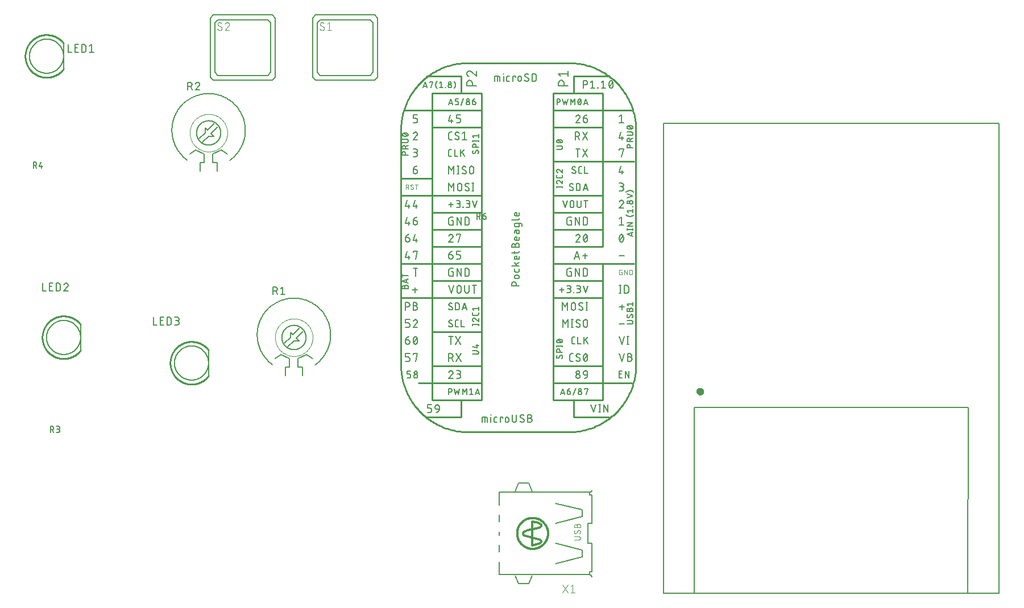
<source format=gbr>
G04 EAGLE Gerber RS-274X export*
G75*
%MOMM*%
%FSLAX34Y34*%
%LPD*%
%INSilkscreen Top*%
%IPPOS*%
%AMOC8*
5,1,8,0,0,1.08239X$1,22.5*%
G01*
%ADD10C,0.609600*%
%ADD11C,0.127000*%
%ADD12C,0.203200*%
%ADD13C,0.254000*%
%ADD14C,0.152400*%
%ADD15C,0.050800*%
%ADD16C,0.101600*%
%ADD17C,0.304800*%
%ADD18R,0.200000X0.100000*%


D10*
X1122920Y402140D02*
X1122922Y402240D01*
X1122928Y402341D01*
X1122938Y402440D01*
X1122952Y402540D01*
X1122969Y402639D01*
X1122991Y402737D01*
X1123017Y402834D01*
X1123046Y402930D01*
X1123079Y403024D01*
X1123116Y403118D01*
X1123156Y403210D01*
X1123200Y403300D01*
X1123248Y403388D01*
X1123299Y403475D01*
X1123353Y403559D01*
X1123411Y403641D01*
X1123472Y403721D01*
X1123536Y403798D01*
X1123603Y403873D01*
X1123673Y403945D01*
X1123746Y404014D01*
X1123821Y404080D01*
X1123899Y404144D01*
X1123979Y404204D01*
X1124062Y404261D01*
X1124147Y404314D01*
X1124234Y404364D01*
X1124323Y404411D01*
X1124413Y404454D01*
X1124505Y404494D01*
X1124599Y404530D01*
X1124694Y404562D01*
X1124790Y404590D01*
X1124888Y404615D01*
X1124986Y404635D01*
X1125085Y404652D01*
X1125185Y404665D01*
X1125284Y404674D01*
X1125385Y404679D01*
X1125485Y404680D01*
X1125585Y404677D01*
X1125686Y404670D01*
X1125785Y404659D01*
X1125885Y404644D01*
X1125983Y404626D01*
X1126081Y404603D01*
X1126178Y404576D01*
X1126273Y404546D01*
X1126368Y404512D01*
X1126461Y404474D01*
X1126552Y404433D01*
X1126642Y404388D01*
X1126730Y404340D01*
X1126816Y404288D01*
X1126900Y404233D01*
X1126981Y404174D01*
X1127060Y404112D01*
X1127137Y404048D01*
X1127211Y403980D01*
X1127282Y403909D01*
X1127351Y403836D01*
X1127416Y403760D01*
X1127479Y403681D01*
X1127538Y403600D01*
X1127594Y403517D01*
X1127647Y403432D01*
X1127696Y403344D01*
X1127742Y403255D01*
X1127784Y403164D01*
X1127823Y403071D01*
X1127858Y402977D01*
X1127889Y402882D01*
X1127917Y402785D01*
X1127940Y402688D01*
X1127960Y402589D01*
X1127976Y402490D01*
X1127988Y402391D01*
X1127996Y402290D01*
X1128000Y402190D01*
X1128000Y402090D01*
X1127996Y401990D01*
X1127988Y401889D01*
X1127976Y401790D01*
X1127960Y401691D01*
X1127940Y401592D01*
X1127917Y401495D01*
X1127889Y401398D01*
X1127858Y401303D01*
X1127823Y401209D01*
X1127784Y401116D01*
X1127742Y401025D01*
X1127696Y400936D01*
X1127647Y400848D01*
X1127594Y400763D01*
X1127538Y400680D01*
X1127479Y400599D01*
X1127416Y400520D01*
X1127351Y400444D01*
X1127282Y400371D01*
X1127211Y400300D01*
X1127137Y400232D01*
X1127060Y400168D01*
X1126981Y400106D01*
X1126900Y400047D01*
X1126816Y399992D01*
X1126730Y399940D01*
X1126642Y399892D01*
X1126552Y399847D01*
X1126461Y399806D01*
X1126368Y399768D01*
X1126273Y399734D01*
X1126178Y399704D01*
X1126081Y399677D01*
X1125983Y399654D01*
X1125885Y399636D01*
X1125785Y399621D01*
X1125686Y399610D01*
X1125585Y399603D01*
X1125485Y399600D01*
X1125385Y399601D01*
X1125284Y399606D01*
X1125185Y399615D01*
X1125085Y399628D01*
X1124986Y399645D01*
X1124888Y399665D01*
X1124790Y399690D01*
X1124694Y399718D01*
X1124599Y399750D01*
X1124505Y399786D01*
X1124413Y399826D01*
X1124323Y399869D01*
X1124234Y399916D01*
X1124147Y399966D01*
X1124062Y400019D01*
X1123979Y400076D01*
X1123899Y400136D01*
X1123821Y400200D01*
X1123746Y400266D01*
X1123673Y400335D01*
X1123603Y400407D01*
X1123536Y400482D01*
X1123472Y400559D01*
X1123411Y400639D01*
X1123353Y400721D01*
X1123299Y400805D01*
X1123248Y400892D01*
X1123200Y400980D01*
X1123156Y401070D01*
X1123116Y401162D01*
X1123079Y401256D01*
X1123046Y401350D01*
X1123017Y401446D01*
X1122991Y401543D01*
X1122969Y401641D01*
X1122952Y401740D01*
X1122938Y401840D01*
X1122928Y401939D01*
X1122922Y402040D01*
X1122920Y402140D01*
D11*
X1116800Y378460D02*
X1116800Y101600D01*
X1523800Y101600D02*
X1524800Y378460D01*
X1570800Y801600D02*
X1070800Y801600D01*
X1570800Y801600D02*
X1570800Y101600D01*
X1523800Y101600D01*
X1116800Y101600D01*
X1070800Y101600D01*
X1070800Y801600D01*
X1116800Y378460D02*
X1524800Y378460D01*
D12*
X177800Y882650D02*
X177800Y920750D01*
D13*
X177326Y921366D01*
X176837Y921971D01*
X176333Y922563D01*
X175815Y923143D01*
X175283Y923710D01*
X174737Y924264D01*
X174178Y924804D01*
X173605Y925330D01*
X173020Y925843D01*
X172423Y926340D01*
X171814Y926823D01*
X171193Y927291D01*
X170560Y927744D01*
X169917Y928181D01*
X169263Y928602D01*
X168599Y929006D01*
X167926Y929395D01*
X167243Y929767D01*
X166551Y930122D01*
X165851Y930460D01*
X165143Y930781D01*
X164427Y931084D01*
X163703Y931370D01*
X162974Y931638D01*
X162237Y931888D01*
X161495Y932119D01*
X160747Y932333D01*
X159995Y932528D01*
X159237Y932705D01*
X158476Y932863D01*
X157711Y933003D01*
X156943Y933123D01*
X156172Y933225D01*
X155399Y933308D01*
X154624Y933372D01*
X153848Y933417D01*
X153071Y933443D01*
X152293Y933450D01*
X151516Y933438D01*
X150739Y933407D01*
X149963Y933356D01*
X149188Y933287D01*
X148416Y933199D01*
X147646Y933092D01*
X146878Y932966D01*
X146114Y932822D01*
X145354Y932658D01*
X144598Y932476D01*
X143847Y932276D01*
X143100Y932058D01*
X142360Y931821D01*
X141625Y931566D01*
X140897Y931293D01*
X140176Y931002D01*
X139462Y930694D01*
X138756Y930369D01*
X138058Y930026D01*
X137368Y929666D01*
X136688Y929290D01*
X136017Y928897D01*
X135356Y928487D01*
X134705Y928062D01*
X134065Y927621D01*
X133436Y927164D01*
X132818Y926692D01*
X132212Y926205D01*
X131618Y925703D01*
X131036Y925187D01*
X130467Y924657D01*
X129912Y924113D01*
X129369Y923555D01*
X128841Y922985D01*
X128327Y922402D01*
X127827Y921806D01*
X127342Y921198D01*
X126872Y920579D01*
X126418Y919948D01*
X125979Y919306D01*
X125555Y918654D01*
X125148Y917991D01*
X124757Y917319D01*
X124383Y916637D01*
X124026Y915947D01*
X123686Y915248D01*
X123362Y914540D01*
X123057Y913826D01*
X122768Y913103D01*
X122498Y912374D01*
X122246Y911639D01*
X122011Y910897D01*
X121795Y910150D01*
X121597Y909398D01*
X121418Y908642D01*
X121257Y907881D01*
X121115Y907117D01*
X120992Y906349D01*
X120888Y905578D01*
X120802Y904805D01*
X120736Y904031D01*
X120688Y903255D01*
X120660Y902478D01*
X120650Y901700D01*
X120660Y900922D01*
X120688Y900145D01*
X120736Y899369D01*
X120802Y898595D01*
X120888Y897822D01*
X120992Y897051D01*
X121115Y896283D01*
X121257Y895519D01*
X121418Y894758D01*
X121597Y894002D01*
X121795Y893250D01*
X122011Y892503D01*
X122246Y891761D01*
X122498Y891026D01*
X122768Y890297D01*
X123057Y889574D01*
X123362Y888860D01*
X123686Y888152D01*
X124026Y887453D01*
X124383Y886763D01*
X124757Y886081D01*
X125148Y885409D01*
X125555Y884746D01*
X125979Y884094D01*
X126418Y883452D01*
X126872Y882821D01*
X127342Y882202D01*
X127827Y881594D01*
X128327Y880998D01*
X128841Y880415D01*
X129369Y879845D01*
X129912Y879287D01*
X130467Y878743D01*
X131036Y878213D01*
X131618Y877697D01*
X132212Y877195D01*
X132818Y876708D01*
X133436Y876236D01*
X134065Y875779D01*
X134705Y875338D01*
X135356Y874913D01*
X136017Y874503D01*
X136688Y874110D01*
X137368Y873734D01*
X138058Y873374D01*
X138756Y873031D01*
X139462Y872706D01*
X140176Y872398D01*
X140897Y872107D01*
X141625Y871834D01*
X142360Y871579D01*
X143100Y871342D01*
X143847Y871124D01*
X144598Y870924D01*
X145354Y870742D01*
X146114Y870578D01*
X146878Y870434D01*
X147646Y870308D01*
X148416Y870201D01*
X149188Y870113D01*
X149963Y870044D01*
X150739Y869993D01*
X151516Y869962D01*
X152293Y869950D01*
X153071Y869957D01*
X153848Y869983D01*
X154624Y870028D01*
X155399Y870092D01*
X156172Y870175D01*
X156943Y870277D01*
X157711Y870397D01*
X158476Y870537D01*
X159237Y870695D01*
X159995Y870872D01*
X160747Y871067D01*
X161495Y871281D01*
X162237Y871512D01*
X162974Y871762D01*
X163703Y872030D01*
X164427Y872316D01*
X165143Y872619D01*
X165851Y872940D01*
X166551Y873278D01*
X167243Y873633D01*
X167926Y874005D01*
X168599Y874394D01*
X169263Y874798D01*
X169917Y875219D01*
X170560Y875656D01*
X171193Y876109D01*
X171814Y876577D01*
X172423Y877060D01*
X173020Y877557D01*
X173605Y878070D01*
X174178Y878596D01*
X174737Y879136D01*
X175283Y879690D01*
X175815Y880257D01*
X176333Y880837D01*
X176837Y881429D01*
X177326Y882034D01*
X177800Y882650D01*
D14*
X127000Y901700D02*
X127008Y902323D01*
X127031Y902946D01*
X127069Y903569D01*
X127122Y904190D01*
X127191Y904809D01*
X127275Y905427D01*
X127374Y906042D01*
X127488Y906655D01*
X127617Y907265D01*
X127761Y907872D01*
X127920Y908475D01*
X128094Y909073D01*
X128282Y909668D01*
X128485Y910257D01*
X128702Y910841D01*
X128933Y911420D01*
X129179Y911993D01*
X129439Y912560D01*
X129712Y913120D01*
X129999Y913673D01*
X130300Y914220D01*
X130614Y914758D01*
X130941Y915289D01*
X131281Y915811D01*
X131633Y916326D01*
X131999Y916831D01*
X132376Y917327D01*
X132766Y917814D01*
X133167Y918291D01*
X133580Y918758D01*
X134004Y919214D01*
X134439Y919661D01*
X134886Y920096D01*
X135342Y920520D01*
X135809Y920933D01*
X136286Y921334D01*
X136773Y921724D01*
X137269Y922101D01*
X137774Y922467D01*
X138289Y922819D01*
X138811Y923159D01*
X139342Y923486D01*
X139880Y923800D01*
X140427Y924101D01*
X140980Y924388D01*
X141540Y924661D01*
X142107Y924921D01*
X142680Y925167D01*
X143259Y925398D01*
X143843Y925615D01*
X144432Y925818D01*
X145027Y926006D01*
X145625Y926180D01*
X146228Y926339D01*
X146835Y926483D01*
X147445Y926612D01*
X148058Y926726D01*
X148673Y926825D01*
X149291Y926909D01*
X149910Y926978D01*
X150531Y927031D01*
X151154Y927069D01*
X151777Y927092D01*
X152400Y927100D01*
X153023Y927092D01*
X153646Y927069D01*
X154269Y927031D01*
X154890Y926978D01*
X155509Y926909D01*
X156127Y926825D01*
X156742Y926726D01*
X157355Y926612D01*
X157965Y926483D01*
X158572Y926339D01*
X159175Y926180D01*
X159773Y926006D01*
X160368Y925818D01*
X160957Y925615D01*
X161541Y925398D01*
X162120Y925167D01*
X162693Y924921D01*
X163260Y924661D01*
X163820Y924388D01*
X164373Y924101D01*
X164920Y923800D01*
X165458Y923486D01*
X165989Y923159D01*
X166511Y922819D01*
X167026Y922467D01*
X167531Y922101D01*
X168027Y921724D01*
X168514Y921334D01*
X168991Y920933D01*
X169458Y920520D01*
X169914Y920096D01*
X170361Y919661D01*
X170796Y919214D01*
X171220Y918758D01*
X171633Y918291D01*
X172034Y917814D01*
X172424Y917327D01*
X172801Y916831D01*
X173167Y916326D01*
X173519Y915811D01*
X173859Y915289D01*
X174186Y914758D01*
X174500Y914220D01*
X174801Y913673D01*
X175088Y913120D01*
X175361Y912560D01*
X175621Y911993D01*
X175867Y911420D01*
X176098Y910841D01*
X176315Y910257D01*
X176518Y909668D01*
X176706Y909073D01*
X176880Y908475D01*
X177039Y907872D01*
X177183Y907265D01*
X177312Y906655D01*
X177426Y906042D01*
X177525Y905427D01*
X177609Y904809D01*
X177678Y904190D01*
X177731Y903569D01*
X177769Y902946D01*
X177792Y902323D01*
X177800Y901700D01*
X177792Y901077D01*
X177769Y900454D01*
X177731Y899831D01*
X177678Y899210D01*
X177609Y898591D01*
X177525Y897973D01*
X177426Y897358D01*
X177312Y896745D01*
X177183Y896135D01*
X177039Y895528D01*
X176880Y894925D01*
X176706Y894327D01*
X176518Y893732D01*
X176315Y893143D01*
X176098Y892559D01*
X175867Y891980D01*
X175621Y891407D01*
X175361Y890840D01*
X175088Y890280D01*
X174801Y889727D01*
X174500Y889180D01*
X174186Y888642D01*
X173859Y888111D01*
X173519Y887589D01*
X173167Y887074D01*
X172801Y886569D01*
X172424Y886073D01*
X172034Y885586D01*
X171633Y885109D01*
X171220Y884642D01*
X170796Y884186D01*
X170361Y883739D01*
X169914Y883304D01*
X169458Y882880D01*
X168991Y882467D01*
X168514Y882066D01*
X168027Y881676D01*
X167531Y881299D01*
X167026Y880933D01*
X166511Y880581D01*
X165989Y880241D01*
X165458Y879914D01*
X164920Y879600D01*
X164373Y879299D01*
X163820Y879012D01*
X163260Y878739D01*
X162693Y878479D01*
X162120Y878233D01*
X161541Y878002D01*
X160957Y877785D01*
X160368Y877582D01*
X159773Y877394D01*
X159175Y877220D01*
X158572Y877061D01*
X157965Y876917D01*
X157355Y876788D01*
X156742Y876674D01*
X156127Y876575D01*
X155509Y876491D01*
X154890Y876422D01*
X154269Y876369D01*
X153646Y876331D01*
X153023Y876308D01*
X152400Y876300D01*
X151777Y876308D01*
X151154Y876331D01*
X150531Y876369D01*
X149910Y876422D01*
X149291Y876491D01*
X148673Y876575D01*
X148058Y876674D01*
X147445Y876788D01*
X146835Y876917D01*
X146228Y877061D01*
X145625Y877220D01*
X145027Y877394D01*
X144432Y877582D01*
X143843Y877785D01*
X143259Y878002D01*
X142680Y878233D01*
X142107Y878479D01*
X141540Y878739D01*
X140980Y879012D01*
X140427Y879299D01*
X139880Y879600D01*
X139342Y879914D01*
X138811Y880241D01*
X138289Y880581D01*
X137774Y880933D01*
X137269Y881299D01*
X136773Y881676D01*
X136286Y882066D01*
X135809Y882467D01*
X135342Y882880D01*
X134886Y883304D01*
X134439Y883739D01*
X134004Y884186D01*
X133580Y884642D01*
X133167Y885109D01*
X132766Y885586D01*
X132376Y886073D01*
X131999Y886569D01*
X131633Y887074D01*
X131281Y887589D01*
X130941Y888111D01*
X130614Y888642D01*
X130300Y889180D01*
X129999Y889727D01*
X129712Y890280D01*
X129439Y890840D01*
X129179Y891407D01*
X128933Y891980D01*
X128702Y892559D01*
X128485Y893143D01*
X128282Y893732D01*
X128094Y894327D01*
X127920Y894925D01*
X127761Y895528D01*
X127617Y896135D01*
X127488Y896745D01*
X127374Y897358D01*
X127275Y897973D01*
X127191Y898591D01*
X127122Y899210D01*
X127069Y899831D01*
X127031Y900454D01*
X127008Y901077D01*
X127000Y901700D01*
D11*
X184785Y907669D02*
X184785Y919099D01*
X184785Y907669D02*
X189865Y907669D01*
X194691Y907669D02*
X199771Y907669D01*
X194691Y907669D02*
X194691Y919099D01*
X199771Y919099D01*
X198501Y914019D02*
X194691Y914019D01*
X204572Y919099D02*
X204572Y907669D01*
X204572Y919099D02*
X207747Y919099D01*
X207858Y919097D01*
X207968Y919091D01*
X208079Y919082D01*
X208189Y919068D01*
X208298Y919051D01*
X208407Y919030D01*
X208515Y919005D01*
X208622Y918976D01*
X208728Y918944D01*
X208833Y918908D01*
X208936Y918868D01*
X209038Y918825D01*
X209139Y918778D01*
X209238Y918727D01*
X209335Y918674D01*
X209429Y918617D01*
X209522Y918556D01*
X209613Y918493D01*
X209702Y918426D01*
X209788Y918356D01*
X209871Y918283D01*
X209953Y918208D01*
X210031Y918130D01*
X210106Y918048D01*
X210179Y917965D01*
X210249Y917879D01*
X210316Y917790D01*
X210379Y917699D01*
X210440Y917606D01*
X210497Y917512D01*
X210550Y917415D01*
X210601Y917316D01*
X210648Y917215D01*
X210691Y917113D01*
X210731Y917010D01*
X210767Y916905D01*
X210799Y916799D01*
X210828Y916692D01*
X210853Y916584D01*
X210874Y916475D01*
X210891Y916366D01*
X210905Y916256D01*
X210914Y916145D01*
X210920Y916035D01*
X210922Y915924D01*
X210922Y910844D01*
X210920Y910733D01*
X210914Y910623D01*
X210905Y910512D01*
X210891Y910402D01*
X210874Y910293D01*
X210853Y910184D01*
X210828Y910076D01*
X210799Y909969D01*
X210767Y909863D01*
X210731Y909758D01*
X210691Y909655D01*
X210648Y909553D01*
X210601Y909452D01*
X210550Y909353D01*
X210497Y909257D01*
X210440Y909162D01*
X210379Y909069D01*
X210316Y908978D01*
X210249Y908889D01*
X210179Y908803D01*
X210106Y908720D01*
X210031Y908638D01*
X209953Y908560D01*
X209871Y908485D01*
X209788Y908412D01*
X209702Y908342D01*
X209613Y908275D01*
X209522Y908212D01*
X209429Y908151D01*
X209334Y908094D01*
X209238Y908041D01*
X209139Y907990D01*
X209038Y907943D01*
X208936Y907900D01*
X208833Y907860D01*
X208728Y907824D01*
X208622Y907792D01*
X208515Y907763D01*
X208407Y907738D01*
X208298Y907717D01*
X208189Y907700D01*
X208079Y907686D01*
X207968Y907677D01*
X207858Y907671D01*
X207747Y907669D01*
X204572Y907669D01*
X216383Y916559D02*
X219558Y919099D01*
X219558Y907669D01*
X216383Y907669D02*
X222733Y907669D01*
D12*
X203200Y501650D02*
X203200Y463550D01*
D13*
X202726Y462934D01*
X202237Y462329D01*
X201733Y461737D01*
X201215Y461157D01*
X200683Y460590D01*
X200137Y460036D01*
X199578Y459496D01*
X199005Y458970D01*
X198420Y458457D01*
X197823Y457960D01*
X197214Y457477D01*
X196593Y457009D01*
X195960Y456556D01*
X195317Y456119D01*
X194663Y455698D01*
X193999Y455294D01*
X193326Y454905D01*
X192643Y454533D01*
X191951Y454178D01*
X191251Y453840D01*
X190543Y453519D01*
X189827Y453216D01*
X189103Y452930D01*
X188374Y452662D01*
X187637Y452412D01*
X186895Y452181D01*
X186147Y451967D01*
X185395Y451772D01*
X184637Y451595D01*
X183876Y451437D01*
X183111Y451297D01*
X182343Y451177D01*
X181572Y451075D01*
X180799Y450992D01*
X180024Y450928D01*
X179248Y450883D01*
X178471Y450857D01*
X177693Y450850D01*
X176916Y450862D01*
X176139Y450893D01*
X175363Y450944D01*
X174588Y451013D01*
X173816Y451101D01*
X173046Y451208D01*
X172278Y451334D01*
X171514Y451478D01*
X170754Y451642D01*
X169998Y451824D01*
X169247Y452024D01*
X168500Y452242D01*
X167760Y452479D01*
X167025Y452734D01*
X166297Y453007D01*
X165576Y453298D01*
X164862Y453606D01*
X164156Y453931D01*
X163458Y454274D01*
X162768Y454634D01*
X162088Y455010D01*
X161417Y455403D01*
X160756Y455813D01*
X160105Y456238D01*
X159465Y456679D01*
X158836Y457136D01*
X158218Y457608D01*
X157612Y458095D01*
X157018Y458597D01*
X156436Y459113D01*
X155867Y459643D01*
X155312Y460187D01*
X154769Y460745D01*
X154241Y461315D01*
X153727Y461898D01*
X153227Y462494D01*
X152742Y463102D01*
X152272Y463721D01*
X151818Y464352D01*
X151379Y464994D01*
X150955Y465646D01*
X150548Y466309D01*
X150157Y466981D01*
X149783Y467663D01*
X149426Y468353D01*
X149086Y469052D01*
X148762Y469760D01*
X148457Y470474D01*
X148168Y471197D01*
X147898Y471926D01*
X147646Y472661D01*
X147411Y473403D01*
X147195Y474150D01*
X146997Y474902D01*
X146818Y475658D01*
X146657Y476419D01*
X146515Y477183D01*
X146392Y477951D01*
X146288Y478722D01*
X146202Y479495D01*
X146136Y480269D01*
X146088Y481045D01*
X146060Y481822D01*
X146050Y482600D01*
X146060Y483378D01*
X146088Y484155D01*
X146136Y484931D01*
X146202Y485705D01*
X146288Y486478D01*
X146392Y487249D01*
X146515Y488017D01*
X146657Y488781D01*
X146818Y489542D01*
X146997Y490298D01*
X147195Y491050D01*
X147411Y491797D01*
X147646Y492539D01*
X147898Y493274D01*
X148168Y494003D01*
X148457Y494726D01*
X148762Y495440D01*
X149086Y496148D01*
X149426Y496847D01*
X149783Y497537D01*
X150157Y498219D01*
X150548Y498891D01*
X150955Y499554D01*
X151379Y500206D01*
X151818Y500848D01*
X152272Y501479D01*
X152742Y502098D01*
X153227Y502706D01*
X153727Y503302D01*
X154241Y503885D01*
X154769Y504455D01*
X155312Y505013D01*
X155867Y505557D01*
X156436Y506087D01*
X157018Y506603D01*
X157612Y507105D01*
X158218Y507592D01*
X158836Y508064D01*
X159465Y508521D01*
X160105Y508962D01*
X160756Y509387D01*
X161417Y509797D01*
X162088Y510190D01*
X162768Y510566D01*
X163458Y510926D01*
X164156Y511269D01*
X164862Y511594D01*
X165576Y511902D01*
X166297Y512193D01*
X167025Y512466D01*
X167760Y512721D01*
X168500Y512958D01*
X169247Y513176D01*
X169998Y513376D01*
X170754Y513558D01*
X171514Y513722D01*
X172278Y513866D01*
X173046Y513992D01*
X173816Y514099D01*
X174588Y514187D01*
X175363Y514256D01*
X176139Y514307D01*
X176916Y514338D01*
X177693Y514350D01*
X178471Y514343D01*
X179248Y514317D01*
X180024Y514272D01*
X180799Y514208D01*
X181572Y514125D01*
X182343Y514023D01*
X183111Y513903D01*
X183876Y513763D01*
X184637Y513605D01*
X185395Y513428D01*
X186147Y513233D01*
X186895Y513019D01*
X187637Y512788D01*
X188374Y512538D01*
X189103Y512270D01*
X189827Y511984D01*
X190543Y511681D01*
X191251Y511360D01*
X191951Y511022D01*
X192643Y510667D01*
X193326Y510295D01*
X193999Y509906D01*
X194663Y509502D01*
X195317Y509081D01*
X195960Y508644D01*
X196593Y508191D01*
X197214Y507723D01*
X197823Y507240D01*
X198420Y506743D01*
X199005Y506230D01*
X199578Y505704D01*
X200137Y505164D01*
X200683Y504610D01*
X201215Y504043D01*
X201733Y503463D01*
X202237Y502871D01*
X202726Y502266D01*
X203200Y501650D01*
D14*
X152400Y482600D02*
X152408Y483223D01*
X152431Y483846D01*
X152469Y484469D01*
X152522Y485090D01*
X152591Y485709D01*
X152675Y486327D01*
X152774Y486942D01*
X152888Y487555D01*
X153017Y488165D01*
X153161Y488772D01*
X153320Y489375D01*
X153494Y489973D01*
X153682Y490568D01*
X153885Y491157D01*
X154102Y491741D01*
X154333Y492320D01*
X154579Y492893D01*
X154839Y493460D01*
X155112Y494020D01*
X155399Y494573D01*
X155700Y495120D01*
X156014Y495658D01*
X156341Y496189D01*
X156681Y496711D01*
X157033Y497226D01*
X157399Y497731D01*
X157776Y498227D01*
X158166Y498714D01*
X158567Y499191D01*
X158980Y499658D01*
X159404Y500114D01*
X159839Y500561D01*
X160286Y500996D01*
X160742Y501420D01*
X161209Y501833D01*
X161686Y502234D01*
X162173Y502624D01*
X162669Y503001D01*
X163174Y503367D01*
X163689Y503719D01*
X164211Y504059D01*
X164742Y504386D01*
X165280Y504700D01*
X165827Y505001D01*
X166380Y505288D01*
X166940Y505561D01*
X167507Y505821D01*
X168080Y506067D01*
X168659Y506298D01*
X169243Y506515D01*
X169832Y506718D01*
X170427Y506906D01*
X171025Y507080D01*
X171628Y507239D01*
X172235Y507383D01*
X172845Y507512D01*
X173458Y507626D01*
X174073Y507725D01*
X174691Y507809D01*
X175310Y507878D01*
X175931Y507931D01*
X176554Y507969D01*
X177177Y507992D01*
X177800Y508000D01*
X178423Y507992D01*
X179046Y507969D01*
X179669Y507931D01*
X180290Y507878D01*
X180909Y507809D01*
X181527Y507725D01*
X182142Y507626D01*
X182755Y507512D01*
X183365Y507383D01*
X183972Y507239D01*
X184575Y507080D01*
X185173Y506906D01*
X185768Y506718D01*
X186357Y506515D01*
X186941Y506298D01*
X187520Y506067D01*
X188093Y505821D01*
X188660Y505561D01*
X189220Y505288D01*
X189773Y505001D01*
X190320Y504700D01*
X190858Y504386D01*
X191389Y504059D01*
X191911Y503719D01*
X192426Y503367D01*
X192931Y503001D01*
X193427Y502624D01*
X193914Y502234D01*
X194391Y501833D01*
X194858Y501420D01*
X195314Y500996D01*
X195761Y500561D01*
X196196Y500114D01*
X196620Y499658D01*
X197033Y499191D01*
X197434Y498714D01*
X197824Y498227D01*
X198201Y497731D01*
X198567Y497226D01*
X198919Y496711D01*
X199259Y496189D01*
X199586Y495658D01*
X199900Y495120D01*
X200201Y494573D01*
X200488Y494020D01*
X200761Y493460D01*
X201021Y492893D01*
X201267Y492320D01*
X201498Y491741D01*
X201715Y491157D01*
X201918Y490568D01*
X202106Y489973D01*
X202280Y489375D01*
X202439Y488772D01*
X202583Y488165D01*
X202712Y487555D01*
X202826Y486942D01*
X202925Y486327D01*
X203009Y485709D01*
X203078Y485090D01*
X203131Y484469D01*
X203169Y483846D01*
X203192Y483223D01*
X203200Y482600D01*
X203192Y481977D01*
X203169Y481354D01*
X203131Y480731D01*
X203078Y480110D01*
X203009Y479491D01*
X202925Y478873D01*
X202826Y478258D01*
X202712Y477645D01*
X202583Y477035D01*
X202439Y476428D01*
X202280Y475825D01*
X202106Y475227D01*
X201918Y474632D01*
X201715Y474043D01*
X201498Y473459D01*
X201267Y472880D01*
X201021Y472307D01*
X200761Y471740D01*
X200488Y471180D01*
X200201Y470627D01*
X199900Y470080D01*
X199586Y469542D01*
X199259Y469011D01*
X198919Y468489D01*
X198567Y467974D01*
X198201Y467469D01*
X197824Y466973D01*
X197434Y466486D01*
X197033Y466009D01*
X196620Y465542D01*
X196196Y465086D01*
X195761Y464639D01*
X195314Y464204D01*
X194858Y463780D01*
X194391Y463367D01*
X193914Y462966D01*
X193427Y462576D01*
X192931Y462199D01*
X192426Y461833D01*
X191911Y461481D01*
X191389Y461141D01*
X190858Y460814D01*
X190320Y460500D01*
X189773Y460199D01*
X189220Y459912D01*
X188660Y459639D01*
X188093Y459379D01*
X187520Y459133D01*
X186941Y458902D01*
X186357Y458685D01*
X185768Y458482D01*
X185173Y458294D01*
X184575Y458120D01*
X183972Y457961D01*
X183365Y457817D01*
X182755Y457688D01*
X182142Y457574D01*
X181527Y457475D01*
X180909Y457391D01*
X180290Y457322D01*
X179669Y457269D01*
X179046Y457231D01*
X178423Y457208D01*
X177800Y457200D01*
X177177Y457208D01*
X176554Y457231D01*
X175931Y457269D01*
X175310Y457322D01*
X174691Y457391D01*
X174073Y457475D01*
X173458Y457574D01*
X172845Y457688D01*
X172235Y457817D01*
X171628Y457961D01*
X171025Y458120D01*
X170427Y458294D01*
X169832Y458482D01*
X169243Y458685D01*
X168659Y458902D01*
X168080Y459133D01*
X167507Y459379D01*
X166940Y459639D01*
X166380Y459912D01*
X165827Y460199D01*
X165280Y460500D01*
X164742Y460814D01*
X164211Y461141D01*
X163689Y461481D01*
X163174Y461833D01*
X162669Y462199D01*
X162173Y462576D01*
X161686Y462966D01*
X161209Y463367D01*
X160742Y463780D01*
X160286Y464204D01*
X159839Y464639D01*
X159404Y465086D01*
X158980Y465542D01*
X158567Y466009D01*
X158166Y466486D01*
X157776Y466973D01*
X157399Y467469D01*
X157033Y467974D01*
X156681Y468489D01*
X156341Y469011D01*
X156014Y469542D01*
X155700Y470080D01*
X155399Y470627D01*
X155112Y471180D01*
X154839Y471740D01*
X154579Y472307D01*
X154333Y472880D01*
X154102Y473459D01*
X153885Y474043D01*
X153682Y474632D01*
X153494Y475227D01*
X153320Y475825D01*
X153161Y476428D01*
X153017Y477035D01*
X152888Y477645D01*
X152774Y478258D01*
X152675Y478873D01*
X152591Y479491D01*
X152522Y480110D01*
X152469Y480731D01*
X152431Y481354D01*
X152408Y481977D01*
X152400Y482600D01*
D11*
X146685Y552069D02*
X146685Y563499D01*
X146685Y552069D02*
X151765Y552069D01*
X156591Y552069D02*
X161671Y552069D01*
X156591Y552069D02*
X156591Y563499D01*
X161671Y563499D01*
X160401Y558419D02*
X156591Y558419D01*
X166472Y563499D02*
X166472Y552069D01*
X166472Y563499D02*
X169647Y563499D01*
X169758Y563497D01*
X169868Y563491D01*
X169979Y563482D01*
X170089Y563468D01*
X170198Y563451D01*
X170307Y563430D01*
X170415Y563405D01*
X170522Y563376D01*
X170628Y563344D01*
X170733Y563308D01*
X170836Y563268D01*
X170938Y563225D01*
X171039Y563178D01*
X171138Y563127D01*
X171235Y563074D01*
X171329Y563017D01*
X171422Y562956D01*
X171513Y562893D01*
X171602Y562826D01*
X171688Y562756D01*
X171771Y562683D01*
X171853Y562608D01*
X171931Y562530D01*
X172006Y562448D01*
X172079Y562365D01*
X172149Y562279D01*
X172216Y562190D01*
X172279Y562099D01*
X172340Y562006D01*
X172397Y561912D01*
X172450Y561815D01*
X172501Y561716D01*
X172548Y561615D01*
X172591Y561513D01*
X172631Y561410D01*
X172667Y561305D01*
X172699Y561199D01*
X172728Y561092D01*
X172753Y560984D01*
X172774Y560875D01*
X172791Y560766D01*
X172805Y560656D01*
X172814Y560545D01*
X172820Y560435D01*
X172822Y560324D01*
X172822Y555244D01*
X172820Y555133D01*
X172814Y555023D01*
X172805Y554912D01*
X172791Y554802D01*
X172774Y554693D01*
X172753Y554584D01*
X172728Y554476D01*
X172699Y554369D01*
X172667Y554263D01*
X172631Y554158D01*
X172591Y554055D01*
X172548Y553953D01*
X172501Y553852D01*
X172450Y553753D01*
X172397Y553657D01*
X172340Y553562D01*
X172279Y553469D01*
X172216Y553378D01*
X172149Y553289D01*
X172079Y553203D01*
X172006Y553120D01*
X171931Y553038D01*
X171853Y552960D01*
X171771Y552885D01*
X171688Y552812D01*
X171602Y552742D01*
X171513Y552675D01*
X171422Y552612D01*
X171329Y552551D01*
X171234Y552494D01*
X171138Y552441D01*
X171039Y552390D01*
X170938Y552343D01*
X170836Y552300D01*
X170733Y552260D01*
X170628Y552224D01*
X170522Y552192D01*
X170415Y552163D01*
X170307Y552138D01*
X170198Y552117D01*
X170089Y552100D01*
X169979Y552086D01*
X169868Y552077D01*
X169758Y552071D01*
X169647Y552069D01*
X166472Y552069D01*
X181775Y563500D02*
X181879Y563498D01*
X181984Y563492D01*
X182088Y563483D01*
X182191Y563470D01*
X182294Y563452D01*
X182396Y563432D01*
X182498Y563407D01*
X182598Y563379D01*
X182698Y563347D01*
X182796Y563311D01*
X182893Y563272D01*
X182988Y563230D01*
X183082Y563184D01*
X183174Y563134D01*
X183264Y563082D01*
X183352Y563026D01*
X183438Y562966D01*
X183522Y562904D01*
X183603Y562839D01*
X183682Y562771D01*
X183759Y562699D01*
X183832Y562626D01*
X183904Y562549D01*
X183972Y562470D01*
X184037Y562389D01*
X184099Y562305D01*
X184159Y562219D01*
X184215Y562131D01*
X184267Y562041D01*
X184317Y561949D01*
X184363Y561855D01*
X184405Y561760D01*
X184444Y561663D01*
X184480Y561565D01*
X184512Y561465D01*
X184540Y561365D01*
X184565Y561263D01*
X184585Y561161D01*
X184603Y561058D01*
X184616Y560955D01*
X184625Y560851D01*
X184631Y560746D01*
X184633Y560642D01*
X181775Y563499D02*
X181657Y563497D01*
X181538Y563491D01*
X181420Y563482D01*
X181303Y563469D01*
X181186Y563451D01*
X181069Y563431D01*
X180953Y563406D01*
X180838Y563378D01*
X180725Y563345D01*
X180612Y563310D01*
X180500Y563270D01*
X180390Y563228D01*
X180281Y563181D01*
X180173Y563131D01*
X180068Y563078D01*
X179964Y563021D01*
X179862Y562961D01*
X179762Y562898D01*
X179664Y562831D01*
X179568Y562762D01*
X179475Y562689D01*
X179384Y562613D01*
X179295Y562535D01*
X179209Y562453D01*
X179126Y562369D01*
X179045Y562283D01*
X178968Y562193D01*
X178893Y562102D01*
X178821Y562008D01*
X178752Y561911D01*
X178687Y561813D01*
X178624Y561712D01*
X178565Y561609D01*
X178509Y561505D01*
X178457Y561399D01*
X178408Y561291D01*
X178363Y561182D01*
X178321Y561071D01*
X178283Y560959D01*
X183680Y558420D02*
X183756Y558495D01*
X183831Y558574D01*
X183902Y558655D01*
X183971Y558739D01*
X184036Y558825D01*
X184098Y558913D01*
X184158Y559003D01*
X184214Y559095D01*
X184267Y559190D01*
X184316Y559286D01*
X184362Y559384D01*
X184405Y559483D01*
X184444Y559584D01*
X184479Y559686D01*
X184511Y559789D01*
X184539Y559893D01*
X184564Y559998D01*
X184585Y560105D01*
X184602Y560211D01*
X184615Y560318D01*
X184624Y560426D01*
X184630Y560534D01*
X184632Y560642D01*
X183680Y558419D02*
X178283Y552069D01*
X184633Y552069D01*
D12*
X393700Y463550D02*
X393700Y425450D01*
D13*
X393226Y424834D01*
X392737Y424229D01*
X392233Y423637D01*
X391715Y423057D01*
X391183Y422490D01*
X390637Y421936D01*
X390078Y421396D01*
X389505Y420870D01*
X388920Y420357D01*
X388323Y419860D01*
X387714Y419377D01*
X387093Y418909D01*
X386460Y418456D01*
X385817Y418019D01*
X385163Y417598D01*
X384499Y417194D01*
X383826Y416805D01*
X383143Y416433D01*
X382451Y416078D01*
X381751Y415740D01*
X381043Y415419D01*
X380327Y415116D01*
X379603Y414830D01*
X378874Y414562D01*
X378137Y414312D01*
X377395Y414081D01*
X376647Y413867D01*
X375895Y413672D01*
X375137Y413495D01*
X374376Y413337D01*
X373611Y413197D01*
X372843Y413077D01*
X372072Y412975D01*
X371299Y412892D01*
X370524Y412828D01*
X369748Y412783D01*
X368971Y412757D01*
X368193Y412750D01*
X367416Y412762D01*
X366639Y412793D01*
X365863Y412844D01*
X365088Y412913D01*
X364316Y413001D01*
X363546Y413108D01*
X362778Y413234D01*
X362014Y413378D01*
X361254Y413542D01*
X360498Y413724D01*
X359747Y413924D01*
X359000Y414142D01*
X358260Y414379D01*
X357525Y414634D01*
X356797Y414907D01*
X356076Y415198D01*
X355362Y415506D01*
X354656Y415831D01*
X353958Y416174D01*
X353268Y416534D01*
X352588Y416910D01*
X351917Y417303D01*
X351256Y417713D01*
X350605Y418138D01*
X349965Y418579D01*
X349336Y419036D01*
X348718Y419508D01*
X348112Y419995D01*
X347518Y420497D01*
X346936Y421013D01*
X346367Y421543D01*
X345812Y422087D01*
X345269Y422645D01*
X344741Y423215D01*
X344227Y423798D01*
X343727Y424394D01*
X343242Y425002D01*
X342772Y425621D01*
X342318Y426252D01*
X341879Y426894D01*
X341455Y427546D01*
X341048Y428209D01*
X340657Y428881D01*
X340283Y429563D01*
X339926Y430253D01*
X339586Y430952D01*
X339262Y431660D01*
X338957Y432374D01*
X338668Y433097D01*
X338398Y433826D01*
X338146Y434561D01*
X337911Y435303D01*
X337695Y436050D01*
X337497Y436802D01*
X337318Y437558D01*
X337157Y438319D01*
X337015Y439083D01*
X336892Y439851D01*
X336788Y440622D01*
X336702Y441395D01*
X336636Y442169D01*
X336588Y442945D01*
X336560Y443722D01*
X336550Y444500D01*
X336560Y445278D01*
X336588Y446055D01*
X336636Y446831D01*
X336702Y447605D01*
X336788Y448378D01*
X336892Y449149D01*
X337015Y449917D01*
X337157Y450681D01*
X337318Y451442D01*
X337497Y452198D01*
X337695Y452950D01*
X337911Y453697D01*
X338146Y454439D01*
X338398Y455174D01*
X338668Y455903D01*
X338957Y456626D01*
X339262Y457340D01*
X339586Y458048D01*
X339926Y458747D01*
X340283Y459437D01*
X340657Y460119D01*
X341048Y460791D01*
X341455Y461454D01*
X341879Y462106D01*
X342318Y462748D01*
X342772Y463379D01*
X343242Y463998D01*
X343727Y464606D01*
X344227Y465202D01*
X344741Y465785D01*
X345269Y466355D01*
X345812Y466913D01*
X346367Y467457D01*
X346936Y467987D01*
X347518Y468503D01*
X348112Y469005D01*
X348718Y469492D01*
X349336Y469964D01*
X349965Y470421D01*
X350605Y470862D01*
X351256Y471287D01*
X351917Y471697D01*
X352588Y472090D01*
X353268Y472466D01*
X353958Y472826D01*
X354656Y473169D01*
X355362Y473494D01*
X356076Y473802D01*
X356797Y474093D01*
X357525Y474366D01*
X358260Y474621D01*
X359000Y474858D01*
X359747Y475076D01*
X360498Y475276D01*
X361254Y475458D01*
X362014Y475622D01*
X362778Y475766D01*
X363546Y475892D01*
X364316Y475999D01*
X365088Y476087D01*
X365863Y476156D01*
X366639Y476207D01*
X367416Y476238D01*
X368193Y476250D01*
X368971Y476243D01*
X369748Y476217D01*
X370524Y476172D01*
X371299Y476108D01*
X372072Y476025D01*
X372843Y475923D01*
X373611Y475803D01*
X374376Y475663D01*
X375137Y475505D01*
X375895Y475328D01*
X376647Y475133D01*
X377395Y474919D01*
X378137Y474688D01*
X378874Y474438D01*
X379603Y474170D01*
X380327Y473884D01*
X381043Y473581D01*
X381751Y473260D01*
X382451Y472922D01*
X383143Y472567D01*
X383826Y472195D01*
X384499Y471806D01*
X385163Y471402D01*
X385817Y470981D01*
X386460Y470544D01*
X387093Y470091D01*
X387714Y469623D01*
X388323Y469140D01*
X388920Y468643D01*
X389505Y468130D01*
X390078Y467604D01*
X390637Y467064D01*
X391183Y466510D01*
X391715Y465943D01*
X392233Y465363D01*
X392737Y464771D01*
X393226Y464166D01*
X393700Y463550D01*
D14*
X342900Y444500D02*
X342908Y445123D01*
X342931Y445746D01*
X342969Y446369D01*
X343022Y446990D01*
X343091Y447609D01*
X343175Y448227D01*
X343274Y448842D01*
X343388Y449455D01*
X343517Y450065D01*
X343661Y450672D01*
X343820Y451275D01*
X343994Y451873D01*
X344182Y452468D01*
X344385Y453057D01*
X344602Y453641D01*
X344833Y454220D01*
X345079Y454793D01*
X345339Y455360D01*
X345612Y455920D01*
X345899Y456473D01*
X346200Y457020D01*
X346514Y457558D01*
X346841Y458089D01*
X347181Y458611D01*
X347533Y459126D01*
X347899Y459631D01*
X348276Y460127D01*
X348666Y460614D01*
X349067Y461091D01*
X349480Y461558D01*
X349904Y462014D01*
X350339Y462461D01*
X350786Y462896D01*
X351242Y463320D01*
X351709Y463733D01*
X352186Y464134D01*
X352673Y464524D01*
X353169Y464901D01*
X353674Y465267D01*
X354189Y465619D01*
X354711Y465959D01*
X355242Y466286D01*
X355780Y466600D01*
X356327Y466901D01*
X356880Y467188D01*
X357440Y467461D01*
X358007Y467721D01*
X358580Y467967D01*
X359159Y468198D01*
X359743Y468415D01*
X360332Y468618D01*
X360927Y468806D01*
X361525Y468980D01*
X362128Y469139D01*
X362735Y469283D01*
X363345Y469412D01*
X363958Y469526D01*
X364573Y469625D01*
X365191Y469709D01*
X365810Y469778D01*
X366431Y469831D01*
X367054Y469869D01*
X367677Y469892D01*
X368300Y469900D01*
X368923Y469892D01*
X369546Y469869D01*
X370169Y469831D01*
X370790Y469778D01*
X371409Y469709D01*
X372027Y469625D01*
X372642Y469526D01*
X373255Y469412D01*
X373865Y469283D01*
X374472Y469139D01*
X375075Y468980D01*
X375673Y468806D01*
X376268Y468618D01*
X376857Y468415D01*
X377441Y468198D01*
X378020Y467967D01*
X378593Y467721D01*
X379160Y467461D01*
X379720Y467188D01*
X380273Y466901D01*
X380820Y466600D01*
X381358Y466286D01*
X381889Y465959D01*
X382411Y465619D01*
X382926Y465267D01*
X383431Y464901D01*
X383927Y464524D01*
X384414Y464134D01*
X384891Y463733D01*
X385358Y463320D01*
X385814Y462896D01*
X386261Y462461D01*
X386696Y462014D01*
X387120Y461558D01*
X387533Y461091D01*
X387934Y460614D01*
X388324Y460127D01*
X388701Y459631D01*
X389067Y459126D01*
X389419Y458611D01*
X389759Y458089D01*
X390086Y457558D01*
X390400Y457020D01*
X390701Y456473D01*
X390988Y455920D01*
X391261Y455360D01*
X391521Y454793D01*
X391767Y454220D01*
X391998Y453641D01*
X392215Y453057D01*
X392418Y452468D01*
X392606Y451873D01*
X392780Y451275D01*
X392939Y450672D01*
X393083Y450065D01*
X393212Y449455D01*
X393326Y448842D01*
X393425Y448227D01*
X393509Y447609D01*
X393578Y446990D01*
X393631Y446369D01*
X393669Y445746D01*
X393692Y445123D01*
X393700Y444500D01*
X393692Y443877D01*
X393669Y443254D01*
X393631Y442631D01*
X393578Y442010D01*
X393509Y441391D01*
X393425Y440773D01*
X393326Y440158D01*
X393212Y439545D01*
X393083Y438935D01*
X392939Y438328D01*
X392780Y437725D01*
X392606Y437127D01*
X392418Y436532D01*
X392215Y435943D01*
X391998Y435359D01*
X391767Y434780D01*
X391521Y434207D01*
X391261Y433640D01*
X390988Y433080D01*
X390701Y432527D01*
X390400Y431980D01*
X390086Y431442D01*
X389759Y430911D01*
X389419Y430389D01*
X389067Y429874D01*
X388701Y429369D01*
X388324Y428873D01*
X387934Y428386D01*
X387533Y427909D01*
X387120Y427442D01*
X386696Y426986D01*
X386261Y426539D01*
X385814Y426104D01*
X385358Y425680D01*
X384891Y425267D01*
X384414Y424866D01*
X383927Y424476D01*
X383431Y424099D01*
X382926Y423733D01*
X382411Y423381D01*
X381889Y423041D01*
X381358Y422714D01*
X380820Y422400D01*
X380273Y422099D01*
X379720Y421812D01*
X379160Y421539D01*
X378593Y421279D01*
X378020Y421033D01*
X377441Y420802D01*
X376857Y420585D01*
X376268Y420382D01*
X375673Y420194D01*
X375075Y420020D01*
X374472Y419861D01*
X373865Y419717D01*
X373255Y419588D01*
X372642Y419474D01*
X372027Y419375D01*
X371409Y419291D01*
X370790Y419222D01*
X370169Y419169D01*
X369546Y419131D01*
X368923Y419108D01*
X368300Y419100D01*
X367677Y419108D01*
X367054Y419131D01*
X366431Y419169D01*
X365810Y419222D01*
X365191Y419291D01*
X364573Y419375D01*
X363958Y419474D01*
X363345Y419588D01*
X362735Y419717D01*
X362128Y419861D01*
X361525Y420020D01*
X360927Y420194D01*
X360332Y420382D01*
X359743Y420585D01*
X359159Y420802D01*
X358580Y421033D01*
X358007Y421279D01*
X357440Y421539D01*
X356880Y421812D01*
X356327Y422099D01*
X355780Y422400D01*
X355242Y422714D01*
X354711Y423041D01*
X354189Y423381D01*
X353674Y423733D01*
X353169Y424099D01*
X352673Y424476D01*
X352186Y424866D01*
X351709Y425267D01*
X351242Y425680D01*
X350786Y426104D01*
X350339Y426539D01*
X349904Y426986D01*
X349480Y427442D01*
X349067Y427909D01*
X348666Y428386D01*
X348276Y428873D01*
X347899Y429369D01*
X347533Y429874D01*
X347181Y430389D01*
X346841Y430911D01*
X346514Y431442D01*
X346200Y431980D01*
X345899Y432527D01*
X345612Y433080D01*
X345339Y433640D01*
X345079Y434207D01*
X344833Y434780D01*
X344602Y435359D01*
X344385Y435943D01*
X344182Y436532D01*
X343994Y437127D01*
X343820Y437725D01*
X343661Y438328D01*
X343517Y438935D01*
X343388Y439545D01*
X343274Y440158D01*
X343175Y440773D01*
X343091Y441391D01*
X343022Y442010D01*
X342969Y442631D01*
X342931Y443254D01*
X342908Y443877D01*
X342900Y444500D01*
D11*
X311785Y501269D02*
X311785Y512699D01*
X311785Y501269D02*
X316865Y501269D01*
X321691Y501269D02*
X326771Y501269D01*
X321691Y501269D02*
X321691Y512699D01*
X326771Y512699D01*
X325501Y507619D02*
X321691Y507619D01*
X331572Y512699D02*
X331572Y501269D01*
X331572Y512699D02*
X334747Y512699D01*
X334858Y512697D01*
X334968Y512691D01*
X335079Y512682D01*
X335189Y512668D01*
X335298Y512651D01*
X335407Y512630D01*
X335515Y512605D01*
X335622Y512576D01*
X335728Y512544D01*
X335833Y512508D01*
X335936Y512468D01*
X336038Y512425D01*
X336139Y512378D01*
X336238Y512327D01*
X336335Y512274D01*
X336429Y512217D01*
X336522Y512156D01*
X336613Y512093D01*
X336702Y512026D01*
X336788Y511956D01*
X336871Y511883D01*
X336953Y511808D01*
X337031Y511730D01*
X337106Y511648D01*
X337179Y511565D01*
X337249Y511479D01*
X337316Y511390D01*
X337379Y511299D01*
X337440Y511206D01*
X337497Y511112D01*
X337550Y511015D01*
X337601Y510916D01*
X337648Y510815D01*
X337691Y510713D01*
X337731Y510610D01*
X337767Y510505D01*
X337799Y510399D01*
X337828Y510292D01*
X337853Y510184D01*
X337874Y510075D01*
X337891Y509966D01*
X337905Y509856D01*
X337914Y509745D01*
X337920Y509635D01*
X337922Y509524D01*
X337922Y504444D01*
X337920Y504333D01*
X337914Y504223D01*
X337905Y504112D01*
X337891Y504002D01*
X337874Y503893D01*
X337853Y503784D01*
X337828Y503676D01*
X337799Y503569D01*
X337767Y503463D01*
X337731Y503358D01*
X337691Y503255D01*
X337648Y503153D01*
X337601Y503052D01*
X337550Y502953D01*
X337497Y502856D01*
X337440Y502762D01*
X337379Y502669D01*
X337316Y502578D01*
X337249Y502489D01*
X337179Y502403D01*
X337106Y502320D01*
X337031Y502238D01*
X336953Y502160D01*
X336871Y502085D01*
X336788Y502012D01*
X336702Y501942D01*
X336613Y501875D01*
X336522Y501812D01*
X336429Y501751D01*
X336335Y501694D01*
X336238Y501641D01*
X336139Y501590D01*
X336038Y501543D01*
X335936Y501500D01*
X335833Y501460D01*
X335728Y501424D01*
X335622Y501392D01*
X335515Y501363D01*
X335407Y501338D01*
X335298Y501317D01*
X335189Y501300D01*
X335079Y501286D01*
X334968Y501277D01*
X334858Y501271D01*
X334747Y501269D01*
X331572Y501269D01*
X343383Y501269D02*
X346558Y501269D01*
X346669Y501271D01*
X346779Y501277D01*
X346890Y501286D01*
X347000Y501300D01*
X347109Y501317D01*
X347218Y501338D01*
X347326Y501363D01*
X347433Y501392D01*
X347539Y501424D01*
X347644Y501460D01*
X347747Y501500D01*
X347849Y501543D01*
X347950Y501590D01*
X348049Y501641D01*
X348146Y501694D01*
X348240Y501751D01*
X348333Y501812D01*
X348424Y501875D01*
X348513Y501942D01*
X348599Y502012D01*
X348682Y502085D01*
X348764Y502160D01*
X348842Y502238D01*
X348917Y502320D01*
X348990Y502403D01*
X349060Y502489D01*
X349127Y502578D01*
X349190Y502669D01*
X349251Y502762D01*
X349308Y502856D01*
X349361Y502953D01*
X349412Y503052D01*
X349459Y503153D01*
X349502Y503255D01*
X349542Y503358D01*
X349578Y503463D01*
X349610Y503569D01*
X349639Y503676D01*
X349664Y503784D01*
X349685Y503893D01*
X349702Y504002D01*
X349716Y504112D01*
X349725Y504223D01*
X349731Y504333D01*
X349733Y504444D01*
X349731Y504555D01*
X349725Y504665D01*
X349716Y504776D01*
X349702Y504886D01*
X349685Y504995D01*
X349664Y505104D01*
X349639Y505212D01*
X349610Y505319D01*
X349578Y505425D01*
X349542Y505530D01*
X349502Y505633D01*
X349459Y505735D01*
X349412Y505836D01*
X349361Y505935D01*
X349308Y506031D01*
X349251Y506126D01*
X349190Y506219D01*
X349127Y506310D01*
X349060Y506399D01*
X348990Y506485D01*
X348917Y506568D01*
X348842Y506650D01*
X348764Y506728D01*
X348682Y506803D01*
X348599Y506876D01*
X348513Y506946D01*
X348424Y507013D01*
X348333Y507076D01*
X348240Y507137D01*
X348146Y507194D01*
X348049Y507247D01*
X347950Y507298D01*
X347849Y507345D01*
X347747Y507388D01*
X347644Y507428D01*
X347539Y507464D01*
X347433Y507496D01*
X347326Y507525D01*
X347218Y507550D01*
X347109Y507571D01*
X347000Y507588D01*
X346890Y507602D01*
X346779Y507611D01*
X346669Y507617D01*
X346558Y507619D01*
X347193Y512699D02*
X343383Y512699D01*
X347193Y512699D02*
X347293Y512697D01*
X347392Y512691D01*
X347492Y512681D01*
X347590Y512668D01*
X347689Y512650D01*
X347786Y512629D01*
X347882Y512604D01*
X347978Y512575D01*
X348072Y512542D01*
X348165Y512506D01*
X348256Y512466D01*
X348346Y512422D01*
X348434Y512375D01*
X348520Y512325D01*
X348604Y512271D01*
X348686Y512214D01*
X348765Y512154D01*
X348843Y512090D01*
X348917Y512024D01*
X348989Y511955D01*
X349058Y511883D01*
X349124Y511809D01*
X349188Y511731D01*
X349248Y511652D01*
X349305Y511570D01*
X349359Y511486D01*
X349409Y511400D01*
X349456Y511312D01*
X349500Y511222D01*
X349540Y511131D01*
X349576Y511038D01*
X349609Y510944D01*
X349638Y510848D01*
X349663Y510752D01*
X349684Y510655D01*
X349702Y510556D01*
X349715Y510458D01*
X349725Y510358D01*
X349731Y510259D01*
X349733Y510159D01*
X349731Y510059D01*
X349725Y509960D01*
X349715Y509860D01*
X349702Y509762D01*
X349684Y509663D01*
X349663Y509566D01*
X349638Y509470D01*
X349609Y509374D01*
X349576Y509280D01*
X349540Y509187D01*
X349500Y509096D01*
X349456Y509006D01*
X349409Y508918D01*
X349359Y508832D01*
X349305Y508748D01*
X349248Y508666D01*
X349188Y508587D01*
X349124Y508509D01*
X349058Y508435D01*
X348989Y508363D01*
X348917Y508294D01*
X348843Y508228D01*
X348765Y508164D01*
X348686Y508104D01*
X348604Y508047D01*
X348520Y507993D01*
X348434Y507943D01*
X348346Y507896D01*
X348256Y507852D01*
X348165Y507812D01*
X348072Y507776D01*
X347978Y507743D01*
X347882Y507714D01*
X347786Y507689D01*
X347689Y507668D01*
X347590Y507650D01*
X347492Y507637D01*
X347392Y507627D01*
X347293Y507621D01*
X347193Y507619D01*
X344653Y507619D01*
X488950Y441960D02*
X487871Y442750D01*
X486813Y443567D01*
X485774Y444409D01*
X484757Y445277D01*
X483760Y446169D01*
X482787Y447085D01*
X481835Y448025D01*
X480907Y448987D01*
X480003Y449973D01*
X479124Y450980D01*
X478269Y452008D01*
X477440Y453057D01*
X476636Y454126D01*
X475859Y455214D01*
X475109Y456321D01*
X474386Y457446D01*
X473691Y458588D01*
X473024Y459747D01*
X472386Y460922D01*
X471777Y462112D01*
X471196Y463317D01*
X470646Y464535D01*
X470126Y465767D01*
X469636Y467011D01*
X469176Y468267D01*
X468747Y469533D01*
X468350Y470810D01*
X467984Y472096D01*
X467649Y473391D01*
X467346Y474693D01*
X467076Y476003D01*
X466837Y477318D01*
X466631Y478639D01*
X466457Y479965D01*
X466315Y481295D01*
X466206Y482627D01*
X466130Y483962D01*
X466086Y485299D01*
X466075Y486636D01*
X466097Y487973D01*
X466152Y489309D01*
X466239Y490643D01*
X466359Y491975D01*
X466512Y493303D01*
X466697Y494628D01*
X466914Y495947D01*
X467164Y497261D01*
X467445Y498568D01*
X467759Y499868D01*
X468104Y501159D01*
X468481Y502442D01*
X468889Y503716D01*
X469328Y504979D01*
X469798Y506231D01*
X470298Y507471D01*
X470829Y508698D01*
X471389Y509912D01*
X471979Y511112D01*
X472598Y512297D01*
X473247Y513467D01*
X473923Y514620D01*
X474627Y515756D01*
X475360Y516875D01*
X476119Y517976D01*
X476905Y519058D01*
X477717Y520120D01*
X478555Y521162D01*
X479418Y522183D01*
X480306Y523183D01*
X481218Y524160D01*
X482154Y525116D01*
X483113Y526047D01*
X484095Y526956D01*
X485098Y527839D01*
X486123Y528698D01*
X487168Y529532D01*
X488234Y530340D01*
X489319Y531121D01*
X490422Y531876D01*
X491544Y532604D01*
X492684Y533303D01*
X493840Y533975D01*
X495012Y534618D01*
X496200Y535233D01*
X497402Y535818D01*
X498619Y536373D01*
X499848Y536899D01*
X501090Y537394D01*
X502344Y537858D01*
X503609Y538292D01*
X504884Y538695D01*
X506168Y539067D01*
X507461Y539407D01*
X508763Y539715D01*
X510071Y539991D01*
X511386Y540235D01*
X512706Y540447D01*
X514031Y540626D01*
X515360Y540773D01*
X516692Y540888D01*
X518027Y540970D01*
X519363Y541019D01*
X520700Y541035D01*
X522037Y541019D01*
X523373Y540970D01*
X524708Y540888D01*
X526040Y540773D01*
X527369Y540626D01*
X528694Y540447D01*
X530014Y540235D01*
X531329Y539991D01*
X532637Y539715D01*
X533939Y539407D01*
X535232Y539067D01*
X536516Y538695D01*
X537791Y538292D01*
X539056Y537858D01*
X540310Y537394D01*
X541552Y536899D01*
X542781Y536373D01*
X543998Y535818D01*
X545200Y535233D01*
X546388Y534618D01*
X547560Y533975D01*
X548716Y533303D01*
X549856Y532604D01*
X550978Y531876D01*
X552081Y531121D01*
X553166Y530340D01*
X554232Y529532D01*
X555277Y528698D01*
X556302Y527839D01*
X557305Y526956D01*
X558287Y526047D01*
X559246Y525116D01*
X560182Y524160D01*
X561094Y523183D01*
X561982Y522183D01*
X562845Y521162D01*
X563683Y520120D01*
X564495Y519058D01*
X565281Y517976D01*
X566040Y516875D01*
X566773Y515756D01*
X567477Y514620D01*
X568153Y513467D01*
X568802Y512297D01*
X569421Y511112D01*
X570011Y509912D01*
X570571Y508698D01*
X571102Y507471D01*
X571602Y506231D01*
X572072Y504979D01*
X572511Y503716D01*
X572919Y502442D01*
X573296Y501159D01*
X573641Y499868D01*
X573955Y498568D01*
X574236Y497261D01*
X574486Y495947D01*
X574703Y494628D01*
X574888Y493303D01*
X575041Y491975D01*
X575161Y490643D01*
X575248Y489309D01*
X575303Y487973D01*
X575325Y486636D01*
X575314Y485299D01*
X575270Y483962D01*
X575194Y482627D01*
X575085Y481295D01*
X574943Y479965D01*
X574769Y478639D01*
X574563Y477318D01*
X574324Y476003D01*
X574054Y474693D01*
X573751Y473391D01*
X573416Y472096D01*
X573050Y470810D01*
X572653Y469533D01*
X572224Y468267D01*
X571764Y467011D01*
X571274Y465767D01*
X570754Y464535D01*
X570204Y463317D01*
X569623Y462112D01*
X569014Y460922D01*
X568376Y459747D01*
X567709Y458588D01*
X567014Y457446D01*
X566291Y456321D01*
X565541Y455214D01*
X564764Y454126D01*
X563960Y453057D01*
X563131Y452008D01*
X562276Y450980D01*
X561397Y449973D01*
X560493Y448987D01*
X559565Y448025D01*
X558613Y447085D01*
X557640Y446169D01*
X556643Y445277D01*
X555626Y444409D01*
X554587Y443567D01*
X553529Y442750D01*
X552450Y441960D01*
X501650Y457200D02*
X492760Y450850D01*
X501650Y457200D02*
X514350Y450850D01*
X514350Y438150D01*
X508000Y438150D01*
X508000Y425450D01*
X533400Y425450D02*
X533400Y438150D01*
X527050Y438150D01*
X527050Y450850D01*
X539750Y457200D01*
X548640Y450850D01*
X519430Y486410D02*
X529590Y496570D01*
X519430Y486410D02*
X515620Y490220D01*
X515620Y482600D01*
X506730Y473710D01*
X524510Y481330D02*
X534670Y491490D01*
X524510Y481330D02*
X528320Y477520D01*
X520700Y477520D01*
X511810Y468630D01*
X502666Y482600D02*
X502671Y483043D01*
X502688Y483485D01*
X502715Y483927D01*
X502753Y484368D01*
X502802Y484808D01*
X502861Y485246D01*
X502932Y485683D01*
X503013Y486118D01*
X503104Y486551D01*
X503206Y486982D01*
X503319Y487410D01*
X503443Y487835D01*
X503576Y488257D01*
X503720Y488675D01*
X503874Y489090D01*
X504039Y489501D01*
X504213Y489908D01*
X504397Y490311D01*
X504592Y490708D01*
X504795Y491101D01*
X505009Y491489D01*
X505232Y491871D01*
X505464Y492248D01*
X505705Y492619D01*
X505956Y492984D01*
X506215Y493343D01*
X506483Y493695D01*
X506760Y494041D01*
X507044Y494379D01*
X507338Y494711D01*
X507639Y495035D01*
X507948Y495352D01*
X508265Y495661D01*
X508589Y495962D01*
X508921Y496256D01*
X509259Y496540D01*
X509605Y496817D01*
X509957Y497085D01*
X510316Y497344D01*
X510681Y497595D01*
X511052Y497836D01*
X511429Y498068D01*
X511811Y498291D01*
X512199Y498505D01*
X512592Y498708D01*
X512989Y498903D01*
X513392Y499087D01*
X513799Y499261D01*
X514210Y499426D01*
X514625Y499580D01*
X515043Y499724D01*
X515465Y499857D01*
X515890Y499981D01*
X516318Y500094D01*
X516749Y500196D01*
X517182Y500287D01*
X517617Y500368D01*
X518054Y500439D01*
X518492Y500498D01*
X518932Y500547D01*
X519373Y500585D01*
X519815Y500612D01*
X520257Y500629D01*
X520700Y500634D01*
X521143Y500629D01*
X521585Y500612D01*
X522027Y500585D01*
X522468Y500547D01*
X522908Y500498D01*
X523346Y500439D01*
X523783Y500368D01*
X524218Y500287D01*
X524651Y500196D01*
X525082Y500094D01*
X525510Y499981D01*
X525935Y499857D01*
X526357Y499724D01*
X526775Y499580D01*
X527190Y499426D01*
X527601Y499261D01*
X528008Y499087D01*
X528411Y498903D01*
X528808Y498708D01*
X529201Y498505D01*
X529589Y498291D01*
X529971Y498068D01*
X530348Y497836D01*
X530719Y497595D01*
X531084Y497344D01*
X531443Y497085D01*
X531795Y496817D01*
X532141Y496540D01*
X532479Y496256D01*
X532811Y495962D01*
X533135Y495661D01*
X533452Y495352D01*
X533761Y495035D01*
X534062Y494711D01*
X534356Y494379D01*
X534640Y494041D01*
X534917Y493695D01*
X535185Y493343D01*
X535444Y492984D01*
X535695Y492619D01*
X535936Y492248D01*
X536168Y491871D01*
X536391Y491489D01*
X536605Y491101D01*
X536808Y490708D01*
X537003Y490311D01*
X537187Y489908D01*
X537361Y489501D01*
X537526Y489090D01*
X537680Y488675D01*
X537824Y488257D01*
X537957Y487835D01*
X538081Y487410D01*
X538194Y486982D01*
X538296Y486551D01*
X538387Y486118D01*
X538468Y485683D01*
X538539Y485246D01*
X538598Y484808D01*
X538647Y484368D01*
X538685Y483927D01*
X538712Y483485D01*
X538729Y483043D01*
X538734Y482600D01*
X538729Y482157D01*
X538712Y481715D01*
X538685Y481273D01*
X538647Y480832D01*
X538598Y480392D01*
X538539Y479954D01*
X538468Y479517D01*
X538387Y479082D01*
X538296Y478649D01*
X538194Y478218D01*
X538081Y477790D01*
X537957Y477365D01*
X537824Y476943D01*
X537680Y476525D01*
X537526Y476110D01*
X537361Y475699D01*
X537187Y475292D01*
X537003Y474889D01*
X536808Y474492D01*
X536605Y474099D01*
X536391Y473711D01*
X536168Y473329D01*
X535936Y472952D01*
X535695Y472581D01*
X535444Y472216D01*
X535185Y471857D01*
X534917Y471505D01*
X534640Y471159D01*
X534356Y470821D01*
X534062Y470489D01*
X533761Y470165D01*
X533452Y469848D01*
X533135Y469539D01*
X532811Y469238D01*
X532479Y468944D01*
X532141Y468660D01*
X531795Y468383D01*
X531443Y468115D01*
X531084Y467856D01*
X530719Y467605D01*
X530348Y467364D01*
X529971Y467132D01*
X529589Y466909D01*
X529201Y466695D01*
X528808Y466492D01*
X528411Y466297D01*
X528008Y466113D01*
X527601Y465939D01*
X527190Y465774D01*
X526775Y465620D01*
X526357Y465476D01*
X525935Y465343D01*
X525510Y465219D01*
X525082Y465106D01*
X524651Y465004D01*
X524218Y464913D01*
X523783Y464832D01*
X523346Y464761D01*
X522908Y464702D01*
X522468Y464653D01*
X522027Y464615D01*
X521585Y464588D01*
X521143Y464571D01*
X520700Y464566D01*
X520257Y464571D01*
X519815Y464588D01*
X519373Y464615D01*
X518932Y464653D01*
X518492Y464702D01*
X518054Y464761D01*
X517617Y464832D01*
X517182Y464913D01*
X516749Y465004D01*
X516318Y465106D01*
X515890Y465219D01*
X515465Y465343D01*
X515043Y465476D01*
X514625Y465620D01*
X514210Y465774D01*
X513799Y465939D01*
X513392Y466113D01*
X512989Y466297D01*
X512592Y466492D01*
X512199Y466695D01*
X511811Y466909D01*
X511429Y467132D01*
X511052Y467364D01*
X510681Y467605D01*
X510316Y467856D01*
X509957Y468115D01*
X509605Y468383D01*
X509259Y468660D01*
X508921Y468944D01*
X508589Y469238D01*
X508265Y469539D01*
X507948Y469848D01*
X507639Y470165D01*
X507338Y470489D01*
X507044Y470821D01*
X506760Y471159D01*
X506483Y471505D01*
X506215Y471857D01*
X505956Y472216D01*
X505705Y472581D01*
X505464Y472952D01*
X505232Y473329D01*
X505009Y473711D01*
X504795Y474099D01*
X504592Y474492D01*
X504397Y474889D01*
X504213Y475292D01*
X504039Y475699D01*
X503874Y476110D01*
X503720Y476525D01*
X503576Y476943D01*
X503443Y477365D01*
X503319Y477790D01*
X503206Y478218D01*
X503104Y478649D01*
X503013Y479082D01*
X502932Y479517D01*
X502861Y479954D01*
X502802Y480392D01*
X502753Y480832D01*
X502715Y481273D01*
X502688Y481715D01*
X502671Y482157D01*
X502666Y482600D01*
D15*
X492760Y482600D02*
X492768Y483286D01*
X492794Y483971D01*
X492836Y484655D01*
X492895Y485339D01*
X492970Y486020D01*
X493062Y486700D01*
X493171Y487377D01*
X493297Y488051D01*
X493439Y488722D01*
X493597Y489389D01*
X493772Y490052D01*
X493963Y490711D01*
X494170Y491364D01*
X494393Y492013D01*
X494632Y492655D01*
X494887Y493292D01*
X495157Y493922D01*
X495443Y494546D01*
X495743Y495162D01*
X496059Y495771D01*
X496390Y496372D01*
X496735Y496964D01*
X497095Y497548D01*
X497469Y498123D01*
X497857Y498688D01*
X498258Y499244D01*
X498674Y499790D01*
X499102Y500325D01*
X499544Y500850D01*
X499998Y501363D01*
X500465Y501866D01*
X500943Y502357D01*
X501434Y502835D01*
X501937Y503302D01*
X502450Y503756D01*
X502975Y504198D01*
X503510Y504626D01*
X504056Y505042D01*
X504612Y505443D01*
X505177Y505831D01*
X505752Y506205D01*
X506336Y506565D01*
X506928Y506910D01*
X507529Y507241D01*
X508138Y507557D01*
X508754Y507857D01*
X509378Y508143D01*
X510008Y508413D01*
X510645Y508668D01*
X511287Y508907D01*
X511936Y509130D01*
X512589Y509337D01*
X513248Y509528D01*
X513911Y509703D01*
X514578Y509861D01*
X515249Y510003D01*
X515923Y510129D01*
X516600Y510238D01*
X517280Y510330D01*
X517961Y510405D01*
X518645Y510464D01*
X519329Y510506D01*
X520014Y510532D01*
X520700Y510540D01*
X521386Y510532D01*
X522071Y510506D01*
X522755Y510464D01*
X523439Y510405D01*
X524120Y510330D01*
X524800Y510238D01*
X525477Y510129D01*
X526151Y510003D01*
X526822Y509861D01*
X527489Y509703D01*
X528152Y509528D01*
X528811Y509337D01*
X529464Y509130D01*
X530113Y508907D01*
X530755Y508668D01*
X531392Y508413D01*
X532022Y508143D01*
X532646Y507857D01*
X533262Y507557D01*
X533871Y507241D01*
X534472Y506910D01*
X535064Y506565D01*
X535648Y506205D01*
X536223Y505831D01*
X536788Y505443D01*
X537344Y505042D01*
X537890Y504626D01*
X538425Y504198D01*
X538950Y503756D01*
X539463Y503302D01*
X539966Y502835D01*
X540457Y502357D01*
X540935Y501866D01*
X541402Y501363D01*
X541856Y500850D01*
X542298Y500325D01*
X542726Y499790D01*
X543142Y499244D01*
X543543Y498688D01*
X543931Y498123D01*
X544305Y497548D01*
X544665Y496964D01*
X545010Y496372D01*
X545341Y495771D01*
X545657Y495162D01*
X545957Y494546D01*
X546243Y493922D01*
X546513Y493292D01*
X546768Y492655D01*
X547007Y492013D01*
X547230Y491364D01*
X547437Y490711D01*
X547628Y490052D01*
X547803Y489389D01*
X547961Y488722D01*
X548103Y488051D01*
X548229Y487377D01*
X548338Y486700D01*
X548430Y486020D01*
X548505Y485339D01*
X548564Y484655D01*
X548606Y483971D01*
X548632Y483286D01*
X548640Y482600D01*
X548632Y481914D01*
X548606Y481229D01*
X548564Y480545D01*
X548505Y479861D01*
X548430Y479180D01*
X548338Y478500D01*
X548229Y477823D01*
X548103Y477149D01*
X547961Y476478D01*
X547803Y475811D01*
X547628Y475148D01*
X547437Y474489D01*
X547230Y473836D01*
X547007Y473187D01*
X546768Y472545D01*
X546513Y471908D01*
X546243Y471278D01*
X545957Y470654D01*
X545657Y470038D01*
X545341Y469429D01*
X545010Y468828D01*
X544665Y468236D01*
X544305Y467652D01*
X543931Y467077D01*
X543543Y466512D01*
X543142Y465956D01*
X542726Y465410D01*
X542298Y464875D01*
X541856Y464350D01*
X541402Y463837D01*
X540935Y463334D01*
X540457Y462843D01*
X539966Y462365D01*
X539463Y461898D01*
X538950Y461444D01*
X538425Y461002D01*
X537890Y460574D01*
X537344Y460158D01*
X536788Y459757D01*
X536223Y459369D01*
X535648Y458995D01*
X535064Y458635D01*
X534472Y458290D01*
X533871Y457959D01*
X533262Y457643D01*
X532646Y457343D01*
X532022Y457057D01*
X531392Y456787D01*
X530755Y456532D01*
X530113Y456293D01*
X529464Y456070D01*
X528811Y455863D01*
X528152Y455672D01*
X527489Y455497D01*
X526822Y455339D01*
X526151Y455197D01*
X525477Y455071D01*
X524800Y454962D01*
X524120Y454870D01*
X523439Y454795D01*
X522755Y454736D01*
X522071Y454694D01*
X521386Y454668D01*
X520700Y454660D01*
X520014Y454668D01*
X519329Y454694D01*
X518645Y454736D01*
X517961Y454795D01*
X517280Y454870D01*
X516600Y454962D01*
X515923Y455071D01*
X515249Y455197D01*
X514578Y455339D01*
X513911Y455497D01*
X513248Y455672D01*
X512589Y455863D01*
X511936Y456070D01*
X511287Y456293D01*
X510645Y456532D01*
X510008Y456787D01*
X509378Y457057D01*
X508754Y457343D01*
X508138Y457643D01*
X507529Y457959D01*
X506928Y458290D01*
X506336Y458635D01*
X505752Y458995D01*
X505177Y459369D01*
X504612Y459757D01*
X504056Y460158D01*
X503510Y460574D01*
X502975Y461002D01*
X502450Y461444D01*
X501937Y461898D01*
X501434Y462365D01*
X500943Y462843D01*
X500465Y463334D01*
X499998Y463837D01*
X499544Y464350D01*
X499102Y464875D01*
X498674Y465410D01*
X498258Y465956D01*
X497857Y466512D01*
X497469Y467077D01*
X497095Y467652D01*
X496735Y468236D01*
X496390Y468828D01*
X496059Y469429D01*
X495743Y470038D01*
X495443Y470654D01*
X495157Y471278D01*
X494887Y471908D01*
X494632Y472545D01*
X494393Y473187D01*
X494170Y473836D01*
X493963Y474489D01*
X493772Y475148D01*
X493597Y475811D01*
X493439Y476478D01*
X493297Y477149D01*
X493171Y477823D01*
X493062Y478500D01*
X492970Y479180D01*
X492895Y479861D01*
X492836Y480545D01*
X492794Y481229D01*
X492768Y481914D01*
X492760Y482600D01*
D11*
X489585Y546735D02*
X489585Y558165D01*
X492760Y558165D01*
X492871Y558163D01*
X492981Y558157D01*
X493092Y558148D01*
X493202Y558134D01*
X493311Y558117D01*
X493420Y558096D01*
X493528Y558071D01*
X493635Y558042D01*
X493741Y558010D01*
X493846Y557974D01*
X493949Y557934D01*
X494051Y557891D01*
X494152Y557844D01*
X494251Y557793D01*
X494348Y557740D01*
X494442Y557683D01*
X494535Y557622D01*
X494626Y557559D01*
X494715Y557492D01*
X494801Y557422D01*
X494884Y557349D01*
X494966Y557274D01*
X495044Y557196D01*
X495119Y557114D01*
X495192Y557031D01*
X495262Y556945D01*
X495329Y556856D01*
X495392Y556765D01*
X495453Y556672D01*
X495510Y556577D01*
X495563Y556481D01*
X495614Y556382D01*
X495661Y556281D01*
X495704Y556179D01*
X495744Y556076D01*
X495780Y555971D01*
X495812Y555865D01*
X495841Y555758D01*
X495866Y555650D01*
X495887Y555541D01*
X495904Y555432D01*
X495918Y555322D01*
X495927Y555211D01*
X495933Y555101D01*
X495935Y554990D01*
X495933Y554879D01*
X495927Y554769D01*
X495918Y554658D01*
X495904Y554548D01*
X495887Y554439D01*
X495866Y554330D01*
X495841Y554222D01*
X495812Y554115D01*
X495780Y554009D01*
X495744Y553904D01*
X495704Y553801D01*
X495661Y553699D01*
X495614Y553598D01*
X495563Y553499D01*
X495510Y553403D01*
X495453Y553308D01*
X495392Y553215D01*
X495329Y553124D01*
X495262Y553035D01*
X495192Y552949D01*
X495119Y552866D01*
X495044Y552784D01*
X494966Y552706D01*
X494884Y552631D01*
X494801Y552558D01*
X494715Y552488D01*
X494626Y552421D01*
X494535Y552358D01*
X494442Y552297D01*
X494348Y552240D01*
X494251Y552187D01*
X494152Y552136D01*
X494051Y552089D01*
X493949Y552046D01*
X493846Y552006D01*
X493741Y551970D01*
X493635Y551938D01*
X493528Y551909D01*
X493420Y551884D01*
X493311Y551863D01*
X493202Y551846D01*
X493092Y551832D01*
X492981Y551823D01*
X492871Y551817D01*
X492760Y551815D01*
X489585Y551815D01*
X493395Y551815D02*
X495935Y546735D01*
X500932Y555625D02*
X504107Y558165D01*
X504107Y546735D01*
X500932Y546735D02*
X507282Y546735D01*
X425450Y746760D02*
X426529Y747550D01*
X427587Y748367D01*
X428626Y749209D01*
X429643Y750077D01*
X430640Y750969D01*
X431613Y751885D01*
X432565Y752825D01*
X433493Y753787D01*
X434397Y754773D01*
X435276Y755780D01*
X436131Y756808D01*
X436960Y757857D01*
X437764Y758926D01*
X438541Y760014D01*
X439291Y761121D01*
X440014Y762246D01*
X440709Y763388D01*
X441376Y764547D01*
X442014Y765722D01*
X442623Y766912D01*
X443204Y768117D01*
X443754Y769335D01*
X444274Y770567D01*
X444764Y771811D01*
X445224Y773067D01*
X445653Y774333D01*
X446050Y775610D01*
X446416Y776896D01*
X446751Y778191D01*
X447054Y779493D01*
X447324Y780803D01*
X447563Y782118D01*
X447769Y783439D01*
X447943Y784765D01*
X448085Y786095D01*
X448194Y787427D01*
X448270Y788762D01*
X448314Y790099D01*
X448325Y791436D01*
X448303Y792773D01*
X448248Y794109D01*
X448161Y795443D01*
X448041Y796775D01*
X447888Y798103D01*
X447703Y799428D01*
X447486Y800747D01*
X447236Y802061D01*
X446955Y803368D01*
X446641Y804668D01*
X446296Y805959D01*
X445919Y807242D01*
X445511Y808516D01*
X445072Y809779D01*
X444602Y811031D01*
X444102Y812271D01*
X443571Y813498D01*
X443011Y814712D01*
X442421Y815912D01*
X441802Y817097D01*
X441153Y818267D01*
X440477Y819420D01*
X439773Y820556D01*
X439040Y821675D01*
X438281Y822776D01*
X437495Y823858D01*
X436683Y824920D01*
X435845Y825962D01*
X434982Y826983D01*
X434094Y827983D01*
X433182Y828960D01*
X432246Y829916D01*
X431287Y830847D01*
X430305Y831756D01*
X429302Y832639D01*
X428277Y833498D01*
X427232Y834332D01*
X426166Y835140D01*
X425081Y835921D01*
X423978Y836676D01*
X422856Y837404D01*
X421716Y838103D01*
X420560Y838775D01*
X419388Y839418D01*
X418200Y840033D01*
X416998Y840618D01*
X415781Y841173D01*
X414552Y841699D01*
X413310Y842194D01*
X412056Y842658D01*
X410791Y843092D01*
X409516Y843495D01*
X408232Y843867D01*
X406939Y844207D01*
X405637Y844515D01*
X404329Y844791D01*
X403014Y845035D01*
X401694Y845247D01*
X400369Y845426D01*
X399040Y845573D01*
X397708Y845688D01*
X396373Y845770D01*
X395037Y845819D01*
X393700Y845835D01*
X392363Y845819D01*
X391027Y845770D01*
X389692Y845688D01*
X388360Y845573D01*
X387031Y845426D01*
X385706Y845247D01*
X384386Y845035D01*
X383071Y844791D01*
X381763Y844515D01*
X380461Y844207D01*
X379168Y843867D01*
X377884Y843495D01*
X376609Y843092D01*
X375344Y842658D01*
X374090Y842194D01*
X372848Y841699D01*
X371619Y841173D01*
X370402Y840618D01*
X369200Y840033D01*
X368012Y839418D01*
X366840Y838775D01*
X365684Y838103D01*
X364544Y837404D01*
X363422Y836676D01*
X362319Y835921D01*
X361234Y835140D01*
X360168Y834332D01*
X359123Y833498D01*
X358098Y832639D01*
X357095Y831756D01*
X356113Y830847D01*
X355154Y829916D01*
X354218Y828960D01*
X353306Y827983D01*
X352418Y826983D01*
X351555Y825962D01*
X350717Y824920D01*
X349905Y823858D01*
X349119Y822776D01*
X348360Y821675D01*
X347627Y820556D01*
X346923Y819420D01*
X346247Y818267D01*
X345598Y817097D01*
X344979Y815912D01*
X344389Y814712D01*
X343829Y813498D01*
X343298Y812271D01*
X342798Y811031D01*
X342328Y809779D01*
X341889Y808516D01*
X341481Y807242D01*
X341104Y805959D01*
X340759Y804668D01*
X340445Y803368D01*
X340164Y802061D01*
X339914Y800747D01*
X339697Y799428D01*
X339512Y798103D01*
X339359Y796775D01*
X339239Y795443D01*
X339152Y794109D01*
X339097Y792773D01*
X339075Y791436D01*
X339086Y790099D01*
X339130Y788762D01*
X339206Y787427D01*
X339315Y786095D01*
X339457Y784765D01*
X339631Y783439D01*
X339837Y782118D01*
X340076Y780803D01*
X340346Y779493D01*
X340649Y778191D01*
X340984Y776896D01*
X341350Y775610D01*
X341747Y774333D01*
X342176Y773067D01*
X342636Y771811D01*
X343126Y770567D01*
X343646Y769335D01*
X344196Y768117D01*
X344777Y766912D01*
X345386Y765722D01*
X346024Y764547D01*
X346691Y763388D01*
X347386Y762246D01*
X348109Y761121D01*
X348859Y760014D01*
X349636Y758926D01*
X350440Y757857D01*
X351269Y756808D01*
X352124Y755780D01*
X353003Y754773D01*
X353907Y753787D01*
X354835Y752825D01*
X355787Y751885D01*
X356760Y750969D01*
X357757Y750077D01*
X358774Y749209D01*
X359813Y748367D01*
X360871Y747550D01*
X361950Y746760D01*
X365760Y755650D02*
X374650Y762000D01*
X387350Y755650D01*
X387350Y742950D01*
X381000Y742950D01*
X381000Y730250D01*
X406400Y730250D02*
X406400Y742950D01*
X400050Y742950D01*
X400050Y755650D01*
X412750Y762000D01*
X421640Y755650D01*
X392430Y791210D02*
X402590Y801370D01*
X392430Y791210D02*
X388620Y795020D01*
X388620Y787400D01*
X379730Y778510D01*
X397510Y786130D02*
X407670Y796290D01*
X397510Y786130D02*
X401320Y782320D01*
X393700Y782320D01*
X384810Y773430D01*
X375666Y787400D02*
X375671Y787843D01*
X375688Y788285D01*
X375715Y788727D01*
X375753Y789168D01*
X375802Y789608D01*
X375861Y790046D01*
X375932Y790483D01*
X376013Y790918D01*
X376104Y791351D01*
X376206Y791782D01*
X376319Y792210D01*
X376443Y792635D01*
X376576Y793057D01*
X376720Y793475D01*
X376874Y793890D01*
X377039Y794301D01*
X377213Y794708D01*
X377397Y795111D01*
X377592Y795508D01*
X377795Y795901D01*
X378009Y796289D01*
X378232Y796671D01*
X378464Y797048D01*
X378705Y797419D01*
X378956Y797784D01*
X379215Y798143D01*
X379483Y798495D01*
X379760Y798841D01*
X380044Y799179D01*
X380338Y799511D01*
X380639Y799835D01*
X380948Y800152D01*
X381265Y800461D01*
X381589Y800762D01*
X381921Y801056D01*
X382259Y801340D01*
X382605Y801617D01*
X382957Y801885D01*
X383316Y802144D01*
X383681Y802395D01*
X384052Y802636D01*
X384429Y802868D01*
X384811Y803091D01*
X385199Y803305D01*
X385592Y803508D01*
X385989Y803703D01*
X386392Y803887D01*
X386799Y804061D01*
X387210Y804226D01*
X387625Y804380D01*
X388043Y804524D01*
X388465Y804657D01*
X388890Y804781D01*
X389318Y804894D01*
X389749Y804996D01*
X390182Y805087D01*
X390617Y805168D01*
X391054Y805239D01*
X391492Y805298D01*
X391932Y805347D01*
X392373Y805385D01*
X392815Y805412D01*
X393257Y805429D01*
X393700Y805434D01*
X394143Y805429D01*
X394585Y805412D01*
X395027Y805385D01*
X395468Y805347D01*
X395908Y805298D01*
X396346Y805239D01*
X396783Y805168D01*
X397218Y805087D01*
X397651Y804996D01*
X398082Y804894D01*
X398510Y804781D01*
X398935Y804657D01*
X399357Y804524D01*
X399775Y804380D01*
X400190Y804226D01*
X400601Y804061D01*
X401008Y803887D01*
X401411Y803703D01*
X401808Y803508D01*
X402201Y803305D01*
X402589Y803091D01*
X402971Y802868D01*
X403348Y802636D01*
X403719Y802395D01*
X404084Y802144D01*
X404443Y801885D01*
X404795Y801617D01*
X405141Y801340D01*
X405479Y801056D01*
X405811Y800762D01*
X406135Y800461D01*
X406452Y800152D01*
X406761Y799835D01*
X407062Y799511D01*
X407356Y799179D01*
X407640Y798841D01*
X407917Y798495D01*
X408185Y798143D01*
X408444Y797784D01*
X408695Y797419D01*
X408936Y797048D01*
X409168Y796671D01*
X409391Y796289D01*
X409605Y795901D01*
X409808Y795508D01*
X410003Y795111D01*
X410187Y794708D01*
X410361Y794301D01*
X410526Y793890D01*
X410680Y793475D01*
X410824Y793057D01*
X410957Y792635D01*
X411081Y792210D01*
X411194Y791782D01*
X411296Y791351D01*
X411387Y790918D01*
X411468Y790483D01*
X411539Y790046D01*
X411598Y789608D01*
X411647Y789168D01*
X411685Y788727D01*
X411712Y788285D01*
X411729Y787843D01*
X411734Y787400D01*
X411729Y786957D01*
X411712Y786515D01*
X411685Y786073D01*
X411647Y785632D01*
X411598Y785192D01*
X411539Y784754D01*
X411468Y784317D01*
X411387Y783882D01*
X411296Y783449D01*
X411194Y783018D01*
X411081Y782590D01*
X410957Y782165D01*
X410824Y781743D01*
X410680Y781325D01*
X410526Y780910D01*
X410361Y780499D01*
X410187Y780092D01*
X410003Y779689D01*
X409808Y779292D01*
X409605Y778899D01*
X409391Y778511D01*
X409168Y778129D01*
X408936Y777752D01*
X408695Y777381D01*
X408444Y777016D01*
X408185Y776657D01*
X407917Y776305D01*
X407640Y775959D01*
X407356Y775621D01*
X407062Y775289D01*
X406761Y774965D01*
X406452Y774648D01*
X406135Y774339D01*
X405811Y774038D01*
X405479Y773744D01*
X405141Y773460D01*
X404795Y773183D01*
X404443Y772915D01*
X404084Y772656D01*
X403719Y772405D01*
X403348Y772164D01*
X402971Y771932D01*
X402589Y771709D01*
X402201Y771495D01*
X401808Y771292D01*
X401411Y771097D01*
X401008Y770913D01*
X400601Y770739D01*
X400190Y770574D01*
X399775Y770420D01*
X399357Y770276D01*
X398935Y770143D01*
X398510Y770019D01*
X398082Y769906D01*
X397651Y769804D01*
X397218Y769713D01*
X396783Y769632D01*
X396346Y769561D01*
X395908Y769502D01*
X395468Y769453D01*
X395027Y769415D01*
X394585Y769388D01*
X394143Y769371D01*
X393700Y769366D01*
X393257Y769371D01*
X392815Y769388D01*
X392373Y769415D01*
X391932Y769453D01*
X391492Y769502D01*
X391054Y769561D01*
X390617Y769632D01*
X390182Y769713D01*
X389749Y769804D01*
X389318Y769906D01*
X388890Y770019D01*
X388465Y770143D01*
X388043Y770276D01*
X387625Y770420D01*
X387210Y770574D01*
X386799Y770739D01*
X386392Y770913D01*
X385989Y771097D01*
X385592Y771292D01*
X385199Y771495D01*
X384811Y771709D01*
X384429Y771932D01*
X384052Y772164D01*
X383681Y772405D01*
X383316Y772656D01*
X382957Y772915D01*
X382605Y773183D01*
X382259Y773460D01*
X381921Y773744D01*
X381589Y774038D01*
X381265Y774339D01*
X380948Y774648D01*
X380639Y774965D01*
X380338Y775289D01*
X380044Y775621D01*
X379760Y775959D01*
X379483Y776305D01*
X379215Y776657D01*
X378956Y777016D01*
X378705Y777381D01*
X378464Y777752D01*
X378232Y778129D01*
X378009Y778511D01*
X377795Y778899D01*
X377592Y779292D01*
X377397Y779689D01*
X377213Y780092D01*
X377039Y780499D01*
X376874Y780910D01*
X376720Y781325D01*
X376576Y781743D01*
X376443Y782165D01*
X376319Y782590D01*
X376206Y783018D01*
X376104Y783449D01*
X376013Y783882D01*
X375932Y784317D01*
X375861Y784754D01*
X375802Y785192D01*
X375753Y785632D01*
X375715Y786073D01*
X375688Y786515D01*
X375671Y786957D01*
X375666Y787400D01*
D15*
X365760Y787400D02*
X365768Y788086D01*
X365794Y788771D01*
X365836Y789455D01*
X365895Y790139D01*
X365970Y790820D01*
X366062Y791500D01*
X366171Y792177D01*
X366297Y792851D01*
X366439Y793522D01*
X366597Y794189D01*
X366772Y794852D01*
X366963Y795511D01*
X367170Y796164D01*
X367393Y796813D01*
X367632Y797455D01*
X367887Y798092D01*
X368157Y798722D01*
X368443Y799346D01*
X368743Y799962D01*
X369059Y800571D01*
X369390Y801172D01*
X369735Y801764D01*
X370095Y802348D01*
X370469Y802923D01*
X370857Y803488D01*
X371258Y804044D01*
X371674Y804590D01*
X372102Y805125D01*
X372544Y805650D01*
X372998Y806163D01*
X373465Y806666D01*
X373943Y807157D01*
X374434Y807635D01*
X374937Y808102D01*
X375450Y808556D01*
X375975Y808998D01*
X376510Y809426D01*
X377056Y809842D01*
X377612Y810243D01*
X378177Y810631D01*
X378752Y811005D01*
X379336Y811365D01*
X379928Y811710D01*
X380529Y812041D01*
X381138Y812357D01*
X381754Y812657D01*
X382378Y812943D01*
X383008Y813213D01*
X383645Y813468D01*
X384287Y813707D01*
X384936Y813930D01*
X385589Y814137D01*
X386248Y814328D01*
X386911Y814503D01*
X387578Y814661D01*
X388249Y814803D01*
X388923Y814929D01*
X389600Y815038D01*
X390280Y815130D01*
X390961Y815205D01*
X391645Y815264D01*
X392329Y815306D01*
X393014Y815332D01*
X393700Y815340D01*
X394386Y815332D01*
X395071Y815306D01*
X395755Y815264D01*
X396439Y815205D01*
X397120Y815130D01*
X397800Y815038D01*
X398477Y814929D01*
X399151Y814803D01*
X399822Y814661D01*
X400489Y814503D01*
X401152Y814328D01*
X401811Y814137D01*
X402464Y813930D01*
X403113Y813707D01*
X403755Y813468D01*
X404392Y813213D01*
X405022Y812943D01*
X405646Y812657D01*
X406262Y812357D01*
X406871Y812041D01*
X407472Y811710D01*
X408064Y811365D01*
X408648Y811005D01*
X409223Y810631D01*
X409788Y810243D01*
X410344Y809842D01*
X410890Y809426D01*
X411425Y808998D01*
X411950Y808556D01*
X412463Y808102D01*
X412966Y807635D01*
X413457Y807157D01*
X413935Y806666D01*
X414402Y806163D01*
X414856Y805650D01*
X415298Y805125D01*
X415726Y804590D01*
X416142Y804044D01*
X416543Y803488D01*
X416931Y802923D01*
X417305Y802348D01*
X417665Y801764D01*
X418010Y801172D01*
X418341Y800571D01*
X418657Y799962D01*
X418957Y799346D01*
X419243Y798722D01*
X419513Y798092D01*
X419768Y797455D01*
X420007Y796813D01*
X420230Y796164D01*
X420437Y795511D01*
X420628Y794852D01*
X420803Y794189D01*
X420961Y793522D01*
X421103Y792851D01*
X421229Y792177D01*
X421338Y791500D01*
X421430Y790820D01*
X421505Y790139D01*
X421564Y789455D01*
X421606Y788771D01*
X421632Y788086D01*
X421640Y787400D01*
X421632Y786714D01*
X421606Y786029D01*
X421564Y785345D01*
X421505Y784661D01*
X421430Y783980D01*
X421338Y783300D01*
X421229Y782623D01*
X421103Y781949D01*
X420961Y781278D01*
X420803Y780611D01*
X420628Y779948D01*
X420437Y779289D01*
X420230Y778636D01*
X420007Y777987D01*
X419768Y777345D01*
X419513Y776708D01*
X419243Y776078D01*
X418957Y775454D01*
X418657Y774838D01*
X418341Y774229D01*
X418010Y773628D01*
X417665Y773036D01*
X417305Y772452D01*
X416931Y771877D01*
X416543Y771312D01*
X416142Y770756D01*
X415726Y770210D01*
X415298Y769675D01*
X414856Y769150D01*
X414402Y768637D01*
X413935Y768134D01*
X413457Y767643D01*
X412966Y767165D01*
X412463Y766698D01*
X411950Y766244D01*
X411425Y765802D01*
X410890Y765374D01*
X410344Y764958D01*
X409788Y764557D01*
X409223Y764169D01*
X408648Y763795D01*
X408064Y763435D01*
X407472Y763090D01*
X406871Y762759D01*
X406262Y762443D01*
X405646Y762143D01*
X405022Y761857D01*
X404392Y761587D01*
X403755Y761332D01*
X403113Y761093D01*
X402464Y760870D01*
X401811Y760663D01*
X401152Y760472D01*
X400489Y760297D01*
X399822Y760139D01*
X399151Y759997D01*
X398477Y759871D01*
X397800Y759762D01*
X397120Y759670D01*
X396439Y759595D01*
X395755Y759536D01*
X395071Y759494D01*
X394386Y759468D01*
X393700Y759460D01*
X393014Y759468D01*
X392329Y759494D01*
X391645Y759536D01*
X390961Y759595D01*
X390280Y759670D01*
X389600Y759762D01*
X388923Y759871D01*
X388249Y759997D01*
X387578Y760139D01*
X386911Y760297D01*
X386248Y760472D01*
X385589Y760663D01*
X384936Y760870D01*
X384287Y761093D01*
X383645Y761332D01*
X383008Y761587D01*
X382378Y761857D01*
X381754Y762143D01*
X381138Y762443D01*
X380529Y762759D01*
X379928Y763090D01*
X379336Y763435D01*
X378752Y763795D01*
X378177Y764169D01*
X377612Y764557D01*
X377056Y764958D01*
X376510Y765374D01*
X375975Y765802D01*
X375450Y766244D01*
X374937Y766698D01*
X374434Y767165D01*
X373943Y767643D01*
X373465Y768134D01*
X372998Y768637D01*
X372544Y769150D01*
X372102Y769675D01*
X371674Y770210D01*
X371258Y770756D01*
X370857Y771312D01*
X370469Y771877D01*
X370095Y772452D01*
X369735Y773036D01*
X369390Y773628D01*
X369059Y774229D01*
X368743Y774838D01*
X368443Y775454D01*
X368157Y776078D01*
X367887Y776708D01*
X367632Y777345D01*
X367393Y777987D01*
X367170Y778636D01*
X366963Y779289D01*
X366772Y779948D01*
X366597Y780611D01*
X366439Y781278D01*
X366297Y781949D01*
X366171Y782623D01*
X366062Y783300D01*
X365970Y783980D01*
X365895Y784661D01*
X365836Y785345D01*
X365794Y786029D01*
X365768Y786714D01*
X365760Y787400D01*
D11*
X362585Y851535D02*
X362585Y862965D01*
X365760Y862965D01*
X365871Y862963D01*
X365981Y862957D01*
X366092Y862948D01*
X366202Y862934D01*
X366311Y862917D01*
X366420Y862896D01*
X366528Y862871D01*
X366635Y862842D01*
X366741Y862810D01*
X366846Y862774D01*
X366949Y862734D01*
X367051Y862691D01*
X367152Y862644D01*
X367251Y862593D01*
X367348Y862540D01*
X367442Y862483D01*
X367535Y862422D01*
X367626Y862359D01*
X367715Y862292D01*
X367801Y862222D01*
X367884Y862149D01*
X367966Y862074D01*
X368044Y861996D01*
X368119Y861914D01*
X368192Y861831D01*
X368262Y861745D01*
X368329Y861656D01*
X368392Y861565D01*
X368453Y861472D01*
X368510Y861377D01*
X368563Y861281D01*
X368614Y861182D01*
X368661Y861081D01*
X368704Y860979D01*
X368744Y860876D01*
X368780Y860771D01*
X368812Y860665D01*
X368841Y860558D01*
X368866Y860450D01*
X368887Y860341D01*
X368904Y860232D01*
X368918Y860122D01*
X368927Y860011D01*
X368933Y859901D01*
X368935Y859790D01*
X368933Y859679D01*
X368927Y859569D01*
X368918Y859458D01*
X368904Y859348D01*
X368887Y859239D01*
X368866Y859130D01*
X368841Y859022D01*
X368812Y858915D01*
X368780Y858809D01*
X368744Y858704D01*
X368704Y858601D01*
X368661Y858499D01*
X368614Y858398D01*
X368563Y858299D01*
X368510Y858203D01*
X368453Y858108D01*
X368392Y858015D01*
X368329Y857924D01*
X368262Y857835D01*
X368192Y857749D01*
X368119Y857666D01*
X368044Y857584D01*
X367966Y857506D01*
X367884Y857431D01*
X367801Y857358D01*
X367715Y857288D01*
X367626Y857221D01*
X367535Y857158D01*
X367442Y857097D01*
X367348Y857040D01*
X367251Y856987D01*
X367152Y856936D01*
X367051Y856889D01*
X366949Y856846D01*
X366846Y856806D01*
X366741Y856770D01*
X366635Y856738D01*
X366528Y856709D01*
X366420Y856684D01*
X366311Y856663D01*
X366202Y856646D01*
X366092Y856632D01*
X365981Y856623D01*
X365871Y856617D01*
X365760Y856615D01*
X362585Y856615D01*
X366395Y856615D02*
X368935Y851535D01*
X380283Y860108D02*
X380281Y860212D01*
X380275Y860317D01*
X380266Y860421D01*
X380253Y860524D01*
X380235Y860627D01*
X380215Y860729D01*
X380190Y860831D01*
X380162Y860931D01*
X380130Y861031D01*
X380094Y861129D01*
X380055Y861226D01*
X380013Y861321D01*
X379967Y861415D01*
X379917Y861507D01*
X379865Y861597D01*
X379809Y861685D01*
X379749Y861771D01*
X379687Y861855D01*
X379622Y861936D01*
X379554Y862015D01*
X379482Y862092D01*
X379409Y862165D01*
X379332Y862237D01*
X379253Y862305D01*
X379172Y862370D01*
X379088Y862432D01*
X379002Y862492D01*
X378914Y862548D01*
X378824Y862600D01*
X378732Y862650D01*
X378638Y862696D01*
X378543Y862738D01*
X378446Y862777D01*
X378348Y862813D01*
X378248Y862845D01*
X378148Y862873D01*
X378046Y862898D01*
X377944Y862918D01*
X377841Y862936D01*
X377738Y862949D01*
X377634Y862958D01*
X377529Y862964D01*
X377425Y862966D01*
X377425Y862965D02*
X377307Y862963D01*
X377188Y862957D01*
X377070Y862948D01*
X376953Y862935D01*
X376836Y862917D01*
X376719Y862897D01*
X376603Y862872D01*
X376488Y862844D01*
X376375Y862811D01*
X376262Y862776D01*
X376150Y862736D01*
X376040Y862694D01*
X375931Y862647D01*
X375823Y862597D01*
X375718Y862544D01*
X375614Y862487D01*
X375512Y862427D01*
X375412Y862364D01*
X375314Y862297D01*
X375218Y862228D01*
X375125Y862155D01*
X375034Y862079D01*
X374945Y862001D01*
X374859Y861919D01*
X374776Y861835D01*
X374695Y861749D01*
X374618Y861659D01*
X374543Y861568D01*
X374471Y861474D01*
X374402Y861377D01*
X374337Y861279D01*
X374274Y861178D01*
X374215Y861075D01*
X374159Y860971D01*
X374107Y860865D01*
X374058Y860757D01*
X374013Y860648D01*
X373971Y860537D01*
X373933Y860425D01*
X379330Y857886D02*
X379406Y857961D01*
X379481Y858040D01*
X379552Y858121D01*
X379621Y858205D01*
X379686Y858291D01*
X379748Y858379D01*
X379808Y858469D01*
X379864Y858561D01*
X379917Y858656D01*
X379966Y858752D01*
X380012Y858850D01*
X380055Y858949D01*
X380094Y859050D01*
X380129Y859152D01*
X380161Y859255D01*
X380189Y859359D01*
X380214Y859464D01*
X380235Y859571D01*
X380252Y859677D01*
X380265Y859784D01*
X380274Y859892D01*
X380280Y860000D01*
X380282Y860108D01*
X379330Y857885D02*
X373932Y851535D01*
X380282Y851535D01*
D12*
X552900Y962900D02*
X640900Y962900D01*
X645400Y958400D02*
X645400Y870400D01*
X640900Y865900D02*
X552900Y865900D01*
X548400Y870400D02*
X548400Y958400D01*
X559900Y955900D02*
X633900Y955900D01*
X638400Y951400D02*
X638400Y877400D01*
X633900Y872900D02*
X559900Y872900D01*
X555400Y877400D02*
X555400Y951400D01*
X548400Y958400D02*
X552900Y962900D01*
X559900Y955900D02*
X555400Y951400D01*
X640900Y962900D02*
X645400Y958400D01*
X638400Y951400D02*
X633900Y955900D01*
X645400Y870400D02*
X640900Y865900D01*
X633900Y872900D02*
X638400Y877400D01*
X552900Y865900D02*
X548400Y870400D01*
X555400Y877400D02*
X559900Y872900D01*
D16*
X563203Y940308D02*
X563302Y940310D01*
X563402Y940316D01*
X563501Y940325D01*
X563599Y940338D01*
X563697Y940355D01*
X563795Y940376D01*
X563891Y940401D01*
X563986Y940429D01*
X564080Y940461D01*
X564173Y940496D01*
X564265Y940535D01*
X564355Y940578D01*
X564443Y940623D01*
X564530Y940673D01*
X564614Y940725D01*
X564697Y940781D01*
X564777Y940839D01*
X564855Y940901D01*
X564930Y940966D01*
X565003Y941034D01*
X565073Y941104D01*
X565141Y941177D01*
X565206Y941252D01*
X565268Y941330D01*
X565326Y941410D01*
X565382Y941493D01*
X565434Y941577D01*
X565484Y941664D01*
X565529Y941752D01*
X565572Y941842D01*
X565611Y941934D01*
X565646Y942027D01*
X565678Y942121D01*
X565706Y942216D01*
X565731Y942312D01*
X565752Y942410D01*
X565769Y942508D01*
X565782Y942606D01*
X565791Y942705D01*
X565797Y942805D01*
X565799Y942904D01*
X563203Y940308D02*
X563059Y940310D01*
X562914Y940316D01*
X562770Y940325D01*
X562627Y940338D01*
X562483Y940355D01*
X562340Y940376D01*
X562198Y940401D01*
X562057Y940429D01*
X561916Y940461D01*
X561776Y940497D01*
X561637Y940536D01*
X561499Y940579D01*
X561363Y940626D01*
X561227Y940676D01*
X561093Y940730D01*
X560961Y940787D01*
X560830Y940848D01*
X560701Y940912D01*
X560573Y940980D01*
X560447Y941050D01*
X560323Y941125D01*
X560202Y941202D01*
X560082Y941283D01*
X559964Y941366D01*
X559849Y941453D01*
X559736Y941543D01*
X559625Y941636D01*
X559517Y941731D01*
X559411Y941830D01*
X559308Y941931D01*
X559633Y949396D02*
X559635Y949495D01*
X559641Y949595D01*
X559650Y949694D01*
X559663Y949792D01*
X559680Y949890D01*
X559701Y949988D01*
X559726Y950084D01*
X559754Y950179D01*
X559786Y950273D01*
X559821Y950366D01*
X559860Y950458D01*
X559903Y950548D01*
X559948Y950636D01*
X559998Y950723D01*
X560050Y950807D01*
X560106Y950890D01*
X560164Y950970D01*
X560226Y951048D01*
X560291Y951123D01*
X560359Y951196D01*
X560429Y951266D01*
X560502Y951334D01*
X560577Y951399D01*
X560655Y951461D01*
X560735Y951519D01*
X560818Y951575D01*
X560902Y951627D01*
X560989Y951677D01*
X561077Y951722D01*
X561167Y951765D01*
X561259Y951804D01*
X561352Y951839D01*
X561446Y951871D01*
X561541Y951899D01*
X561638Y951924D01*
X561735Y951945D01*
X561833Y951962D01*
X561931Y951975D01*
X562030Y951984D01*
X562130Y951990D01*
X562229Y951992D01*
X562365Y951990D01*
X562501Y951984D01*
X562637Y951975D01*
X562773Y951962D01*
X562908Y951944D01*
X563042Y951924D01*
X563176Y951899D01*
X563310Y951871D01*
X563442Y951838D01*
X563573Y951803D01*
X563704Y951763D01*
X563833Y951720D01*
X563961Y951674D01*
X564087Y951623D01*
X564213Y951570D01*
X564336Y951512D01*
X564458Y951452D01*
X564578Y951388D01*
X564697Y951320D01*
X564813Y951250D01*
X564927Y951176D01*
X565040Y951099D01*
X565150Y951018D01*
X560931Y947124D02*
X560845Y947177D01*
X560761Y947234D01*
X560679Y947293D01*
X560599Y947356D01*
X560522Y947422D01*
X560447Y947490D01*
X560375Y947562D01*
X560306Y947636D01*
X560240Y947713D01*
X560177Y947792D01*
X560117Y947874D01*
X560060Y947958D01*
X560006Y948044D01*
X559956Y948132D01*
X559909Y948222D01*
X559865Y948313D01*
X559826Y948407D01*
X559789Y948501D01*
X559757Y948597D01*
X559728Y948695D01*
X559703Y948793D01*
X559682Y948892D01*
X559664Y948992D01*
X559651Y949092D01*
X559641Y949193D01*
X559635Y949295D01*
X559633Y949396D01*
X564501Y945176D02*
X564587Y945123D01*
X564671Y945066D01*
X564753Y945007D01*
X564833Y944944D01*
X564910Y944878D01*
X564985Y944810D01*
X565057Y944738D01*
X565126Y944664D01*
X565192Y944587D01*
X565255Y944508D01*
X565315Y944426D01*
X565372Y944342D01*
X565426Y944256D01*
X565476Y944168D01*
X565523Y944078D01*
X565567Y943987D01*
X565606Y943893D01*
X565643Y943799D01*
X565675Y943703D01*
X565704Y943605D01*
X565729Y943507D01*
X565750Y943408D01*
X565768Y943308D01*
X565781Y943208D01*
X565791Y943107D01*
X565797Y943005D01*
X565799Y942904D01*
X564501Y945176D02*
X560931Y947124D01*
X570357Y949396D02*
X573603Y951992D01*
X573603Y940308D01*
X576848Y940308D02*
X570357Y940308D01*
D12*
X488500Y962900D02*
X400500Y962900D01*
X493000Y958400D02*
X493000Y870400D01*
X488500Y865900D02*
X400500Y865900D01*
X396000Y870400D02*
X396000Y958400D01*
X407500Y955900D02*
X481500Y955900D01*
X486000Y951400D02*
X486000Y877400D01*
X481500Y872900D02*
X407500Y872900D01*
X403000Y877400D02*
X403000Y951400D01*
X396000Y958400D02*
X400500Y962900D01*
X407500Y955900D02*
X403000Y951400D01*
X488500Y962900D02*
X493000Y958400D01*
X486000Y951400D02*
X481500Y955900D01*
X493000Y870400D02*
X488500Y865900D01*
X481500Y872900D02*
X486000Y877400D01*
X400500Y865900D02*
X396000Y870400D01*
X403000Y877400D02*
X407500Y872900D01*
D16*
X410803Y940308D02*
X410902Y940310D01*
X411002Y940316D01*
X411101Y940325D01*
X411199Y940338D01*
X411297Y940355D01*
X411395Y940376D01*
X411491Y940401D01*
X411586Y940429D01*
X411680Y940461D01*
X411773Y940496D01*
X411865Y940535D01*
X411955Y940578D01*
X412043Y940623D01*
X412130Y940673D01*
X412214Y940725D01*
X412297Y940781D01*
X412377Y940839D01*
X412455Y940901D01*
X412530Y940966D01*
X412603Y941034D01*
X412673Y941104D01*
X412741Y941177D01*
X412806Y941252D01*
X412868Y941330D01*
X412926Y941410D01*
X412982Y941493D01*
X413034Y941577D01*
X413084Y941664D01*
X413129Y941752D01*
X413172Y941842D01*
X413211Y941934D01*
X413246Y942027D01*
X413278Y942121D01*
X413306Y942216D01*
X413331Y942312D01*
X413352Y942410D01*
X413369Y942508D01*
X413382Y942606D01*
X413391Y942705D01*
X413397Y942805D01*
X413399Y942904D01*
X410803Y940308D02*
X410659Y940310D01*
X410514Y940316D01*
X410370Y940325D01*
X410227Y940338D01*
X410083Y940355D01*
X409940Y940376D01*
X409798Y940401D01*
X409657Y940429D01*
X409516Y940461D01*
X409376Y940497D01*
X409237Y940536D01*
X409099Y940579D01*
X408963Y940626D01*
X408827Y940676D01*
X408693Y940730D01*
X408561Y940787D01*
X408430Y940848D01*
X408301Y940912D01*
X408173Y940980D01*
X408047Y941050D01*
X407923Y941125D01*
X407802Y941202D01*
X407682Y941283D01*
X407564Y941366D01*
X407449Y941453D01*
X407336Y941543D01*
X407225Y941636D01*
X407117Y941731D01*
X407011Y941830D01*
X406908Y941931D01*
X407233Y949396D02*
X407235Y949495D01*
X407241Y949595D01*
X407250Y949694D01*
X407263Y949792D01*
X407280Y949890D01*
X407301Y949988D01*
X407326Y950084D01*
X407354Y950179D01*
X407386Y950273D01*
X407421Y950366D01*
X407460Y950458D01*
X407503Y950548D01*
X407548Y950636D01*
X407598Y950723D01*
X407650Y950807D01*
X407706Y950890D01*
X407764Y950970D01*
X407826Y951048D01*
X407891Y951123D01*
X407959Y951196D01*
X408029Y951266D01*
X408102Y951334D01*
X408177Y951399D01*
X408255Y951461D01*
X408335Y951519D01*
X408418Y951575D01*
X408502Y951627D01*
X408589Y951677D01*
X408677Y951722D01*
X408767Y951765D01*
X408859Y951804D01*
X408952Y951839D01*
X409046Y951871D01*
X409141Y951899D01*
X409238Y951924D01*
X409335Y951945D01*
X409433Y951962D01*
X409531Y951975D01*
X409630Y951984D01*
X409730Y951990D01*
X409829Y951992D01*
X409965Y951990D01*
X410101Y951984D01*
X410237Y951975D01*
X410373Y951962D01*
X410508Y951944D01*
X410642Y951924D01*
X410776Y951899D01*
X410910Y951871D01*
X411042Y951838D01*
X411173Y951803D01*
X411304Y951763D01*
X411433Y951720D01*
X411561Y951674D01*
X411687Y951623D01*
X411813Y951570D01*
X411936Y951512D01*
X412058Y951452D01*
X412178Y951388D01*
X412297Y951320D01*
X412413Y951250D01*
X412527Y951176D01*
X412640Y951099D01*
X412750Y951018D01*
X408531Y947124D02*
X408445Y947177D01*
X408361Y947234D01*
X408279Y947293D01*
X408199Y947356D01*
X408122Y947422D01*
X408047Y947490D01*
X407975Y947562D01*
X407906Y947636D01*
X407840Y947713D01*
X407777Y947792D01*
X407717Y947874D01*
X407660Y947958D01*
X407606Y948044D01*
X407556Y948132D01*
X407509Y948222D01*
X407465Y948313D01*
X407426Y948407D01*
X407389Y948501D01*
X407357Y948597D01*
X407328Y948695D01*
X407303Y948793D01*
X407282Y948892D01*
X407264Y948992D01*
X407251Y949092D01*
X407241Y949193D01*
X407235Y949295D01*
X407233Y949396D01*
X412101Y945176D02*
X412187Y945123D01*
X412271Y945066D01*
X412353Y945007D01*
X412433Y944944D01*
X412510Y944878D01*
X412585Y944810D01*
X412657Y944738D01*
X412726Y944664D01*
X412792Y944587D01*
X412855Y944508D01*
X412915Y944426D01*
X412972Y944342D01*
X413026Y944256D01*
X413076Y944168D01*
X413123Y944078D01*
X413167Y943987D01*
X413206Y943893D01*
X413243Y943799D01*
X413275Y943703D01*
X413304Y943605D01*
X413329Y943507D01*
X413350Y943408D01*
X413368Y943308D01*
X413381Y943208D01*
X413391Y943107D01*
X413397Y943005D01*
X413399Y942904D01*
X412101Y945176D02*
X408531Y947124D01*
X421527Y951992D02*
X421634Y951990D01*
X421740Y951984D01*
X421846Y951974D01*
X421952Y951961D01*
X422058Y951943D01*
X422162Y951922D01*
X422266Y951897D01*
X422369Y951868D01*
X422470Y951836D01*
X422570Y951799D01*
X422669Y951759D01*
X422767Y951716D01*
X422863Y951669D01*
X422957Y951618D01*
X423049Y951564D01*
X423139Y951507D01*
X423227Y951447D01*
X423312Y951383D01*
X423395Y951316D01*
X423476Y951246D01*
X423554Y951174D01*
X423630Y951098D01*
X423702Y951020D01*
X423772Y950939D01*
X423839Y950856D01*
X423903Y950771D01*
X423963Y950683D01*
X424020Y950593D01*
X424074Y950501D01*
X424125Y950407D01*
X424172Y950311D01*
X424215Y950213D01*
X424255Y950114D01*
X424292Y950014D01*
X424324Y949913D01*
X424353Y949810D01*
X424378Y949706D01*
X424399Y949602D01*
X424417Y949496D01*
X424430Y949390D01*
X424440Y949284D01*
X424446Y949178D01*
X424448Y949071D01*
X421527Y951992D02*
X421406Y951990D01*
X421285Y951984D01*
X421165Y951974D01*
X421044Y951961D01*
X420925Y951943D01*
X420805Y951922D01*
X420687Y951897D01*
X420570Y951868D01*
X420453Y951835D01*
X420338Y951799D01*
X420224Y951758D01*
X420111Y951715D01*
X419999Y951667D01*
X419890Y951616D01*
X419782Y951561D01*
X419675Y951503D01*
X419571Y951442D01*
X419469Y951377D01*
X419369Y951309D01*
X419271Y951238D01*
X419175Y951164D01*
X419082Y951087D01*
X418992Y951006D01*
X418904Y950923D01*
X418819Y950837D01*
X418736Y950748D01*
X418657Y950657D01*
X418580Y950563D01*
X418507Y950467D01*
X418437Y950369D01*
X418370Y950268D01*
X418306Y950165D01*
X418246Y950060D01*
X418189Y949953D01*
X418135Y949845D01*
X418085Y949735D01*
X418039Y949623D01*
X417996Y949510D01*
X417957Y949395D01*
X423475Y946799D02*
X423554Y946876D01*
X423630Y946957D01*
X423703Y947040D01*
X423773Y947125D01*
X423840Y947213D01*
X423904Y947303D01*
X423964Y947395D01*
X424021Y947490D01*
X424075Y947586D01*
X424126Y947684D01*
X424173Y947784D01*
X424217Y947886D01*
X424257Y947989D01*
X424293Y948093D01*
X424325Y948199D01*
X424354Y948305D01*
X424379Y948413D01*
X424401Y948521D01*
X424418Y948631D01*
X424432Y948740D01*
X424441Y948850D01*
X424447Y948961D01*
X424449Y949071D01*
X423474Y946799D02*
X417957Y940308D01*
X424448Y940308D01*
D13*
X679970Y791630D02*
X679970Y441630D01*
X679999Y439214D01*
X680087Y436799D01*
X680233Y434387D01*
X680437Y431979D01*
X680699Y429576D01*
X681019Y427181D01*
X681397Y424794D01*
X681833Y422417D01*
X682326Y420052D01*
X682876Y417698D01*
X683482Y415359D01*
X684145Y413035D01*
X684864Y410728D01*
X685639Y408439D01*
X686468Y406170D01*
X687353Y403921D01*
X688291Y401694D01*
X689283Y399490D01*
X690327Y397311D01*
X691424Y395158D01*
X692573Y393032D01*
X693773Y390934D01*
X695023Y388866D01*
X696323Y386829D01*
X697672Y384824D01*
X699068Y382851D01*
X700512Y380914D01*
X702003Y379011D01*
X703538Y377146D01*
X705119Y375318D01*
X706743Y373528D01*
X708410Y371779D01*
X710119Y370070D01*
X711868Y368403D01*
X713658Y366779D01*
X715486Y365198D01*
X717351Y363663D01*
X719254Y362172D01*
X721191Y360728D01*
X723164Y359332D01*
X725169Y357983D01*
X727206Y356683D01*
X729274Y355433D01*
X731372Y354233D01*
X733498Y353084D01*
X735651Y351987D01*
X737830Y350943D01*
X740034Y349951D01*
X742261Y349013D01*
X744510Y348128D01*
X746779Y347299D01*
X749068Y346524D01*
X751375Y345805D01*
X753699Y345142D01*
X756038Y344536D01*
X758392Y343986D01*
X760757Y343493D01*
X763134Y343057D01*
X765521Y342679D01*
X767916Y342359D01*
X770319Y342097D01*
X772727Y341893D01*
X775139Y341747D01*
X777554Y341659D01*
X779970Y341630D01*
X929970Y341630D01*
X932386Y341659D01*
X934801Y341747D01*
X937213Y341893D01*
X939621Y342097D01*
X942024Y342359D01*
X944419Y342679D01*
X946806Y343057D01*
X949183Y343493D01*
X951548Y343986D01*
X953902Y344536D01*
X956241Y345142D01*
X958565Y345805D01*
X960872Y346524D01*
X963161Y347299D01*
X965430Y348128D01*
X967679Y349013D01*
X969906Y349951D01*
X972110Y350943D01*
X974289Y351987D01*
X976442Y353084D01*
X978568Y354233D01*
X980666Y355433D01*
X982734Y356683D01*
X984771Y357983D01*
X986776Y359332D01*
X988749Y360728D01*
X990686Y362172D01*
X992589Y363663D01*
X994454Y365198D01*
X996282Y366779D01*
X998072Y368403D01*
X999821Y370070D01*
X1001530Y371779D01*
X1003197Y373528D01*
X1004821Y375318D01*
X1006402Y377146D01*
X1007937Y379011D01*
X1009428Y380914D01*
X1010872Y382851D01*
X1012268Y384824D01*
X1013617Y386829D01*
X1014917Y388866D01*
X1016167Y390934D01*
X1017367Y393032D01*
X1018516Y395158D01*
X1019613Y397311D01*
X1020657Y399490D01*
X1021649Y401694D01*
X1022587Y403921D01*
X1023472Y406170D01*
X1024301Y408439D01*
X1025076Y410728D01*
X1025795Y413035D01*
X1026458Y415359D01*
X1027064Y417698D01*
X1027614Y420052D01*
X1028107Y422417D01*
X1028543Y424794D01*
X1028921Y427181D01*
X1029241Y429576D01*
X1029503Y431979D01*
X1029707Y434387D01*
X1029853Y436799D01*
X1029941Y439214D01*
X1029970Y441630D01*
X1029970Y791630D01*
X1029941Y794046D01*
X1029853Y796461D01*
X1029707Y798873D01*
X1029503Y801281D01*
X1029241Y803684D01*
X1028921Y806079D01*
X1028543Y808466D01*
X1028107Y810843D01*
X1027614Y813208D01*
X1027064Y815562D01*
X1026458Y817901D01*
X1025795Y820225D01*
X1025076Y822532D01*
X1024301Y824821D01*
X1023472Y827090D01*
X1022587Y829339D01*
X1021649Y831566D01*
X1020657Y833770D01*
X1019613Y835949D01*
X1018516Y838102D01*
X1017367Y840228D01*
X1016167Y842326D01*
X1014917Y844394D01*
X1013617Y846431D01*
X1012268Y848436D01*
X1010872Y850409D01*
X1009428Y852346D01*
X1007937Y854249D01*
X1006402Y856114D01*
X1004821Y857942D01*
X1003197Y859732D01*
X1001530Y861481D01*
X999821Y863190D01*
X998072Y864857D01*
X996282Y866481D01*
X994454Y868062D01*
X992589Y869597D01*
X990686Y871088D01*
X988749Y872532D01*
X986776Y873928D01*
X984771Y875277D01*
X982734Y876577D01*
X980666Y877827D01*
X978568Y879027D01*
X976442Y880176D01*
X974289Y881273D01*
X972110Y882317D01*
X969906Y883309D01*
X967679Y884247D01*
X965430Y885132D01*
X963161Y885961D01*
X960872Y886736D01*
X958565Y887455D01*
X956241Y888118D01*
X953902Y888724D01*
X951548Y889274D01*
X949183Y889767D01*
X946806Y890203D01*
X944419Y890581D01*
X942024Y890901D01*
X939621Y891163D01*
X937213Y891367D01*
X934801Y891513D01*
X932386Y891601D01*
X929970Y891630D01*
X779970Y891630D01*
X777554Y891601D01*
X775139Y891513D01*
X772727Y891367D01*
X770319Y891163D01*
X767916Y890901D01*
X765521Y890581D01*
X763134Y890203D01*
X760757Y889767D01*
X758392Y889274D01*
X756038Y888724D01*
X753699Y888118D01*
X751375Y887455D01*
X749068Y886736D01*
X746779Y885961D01*
X744510Y885132D01*
X742261Y884247D01*
X740034Y883309D01*
X737830Y882317D01*
X735651Y881273D01*
X733498Y880176D01*
X731372Y879027D01*
X729274Y877827D01*
X727206Y876577D01*
X725169Y875277D01*
X723164Y873928D01*
X721191Y872532D01*
X719254Y871088D01*
X717351Y869597D01*
X715486Y868062D01*
X713658Y866481D01*
X711868Y864857D01*
X710119Y863190D01*
X708410Y861481D01*
X706743Y859732D01*
X705119Y857942D01*
X703538Y856114D01*
X702003Y854249D01*
X700512Y852346D01*
X699068Y850409D01*
X697672Y848436D01*
X696323Y846431D01*
X695023Y844394D01*
X693773Y842326D01*
X692573Y840228D01*
X691424Y838102D01*
X690327Y835949D01*
X689283Y833770D01*
X688291Y831566D01*
X687353Y829339D01*
X686468Y827090D01*
X685639Y824821D01*
X684864Y822532D01*
X684145Y820225D01*
X683482Y817901D01*
X682876Y815562D01*
X682326Y813208D01*
X681833Y810843D01*
X681397Y808466D01*
X681019Y806079D01*
X680699Y803684D01*
X680437Y801281D01*
X680233Y798873D01*
X680087Y796461D01*
X679999Y794046D01*
X679970Y791630D01*
D14*
X845312Y559562D02*
X856488Y559562D01*
X845312Y559562D02*
X845312Y562666D01*
X845314Y562777D01*
X845320Y562887D01*
X845330Y562998D01*
X845344Y563108D01*
X845361Y563217D01*
X845383Y563326D01*
X845408Y563434D01*
X845438Y563540D01*
X845471Y563646D01*
X845508Y563751D01*
X845548Y563854D01*
X845593Y563955D01*
X845640Y564055D01*
X845692Y564154D01*
X845747Y564250D01*
X845805Y564344D01*
X845866Y564436D01*
X845931Y564526D01*
X845999Y564614D01*
X846070Y564699D01*
X846144Y564781D01*
X846221Y564861D01*
X846301Y564938D01*
X846383Y565012D01*
X846468Y565083D01*
X846556Y565151D01*
X846646Y565216D01*
X846738Y565277D01*
X846832Y565335D01*
X846928Y565390D01*
X847027Y565442D01*
X847127Y565489D01*
X847228Y565534D01*
X847331Y565574D01*
X847436Y565611D01*
X847542Y565644D01*
X847648Y565674D01*
X847756Y565699D01*
X847865Y565721D01*
X847974Y565738D01*
X848084Y565752D01*
X848195Y565762D01*
X848305Y565768D01*
X848416Y565770D01*
X848527Y565768D01*
X848637Y565762D01*
X848748Y565752D01*
X848858Y565738D01*
X848967Y565721D01*
X849076Y565699D01*
X849184Y565674D01*
X849290Y565644D01*
X849396Y565611D01*
X849501Y565574D01*
X849604Y565534D01*
X849705Y565489D01*
X849805Y565442D01*
X849904Y565390D01*
X850000Y565335D01*
X850094Y565277D01*
X850186Y565216D01*
X850276Y565151D01*
X850364Y565083D01*
X850449Y565012D01*
X850531Y564938D01*
X850611Y564861D01*
X850688Y564781D01*
X850762Y564699D01*
X850833Y564614D01*
X850901Y564526D01*
X850966Y564436D01*
X851027Y564344D01*
X851085Y564250D01*
X851140Y564154D01*
X851192Y564055D01*
X851239Y563955D01*
X851284Y563854D01*
X851324Y563751D01*
X851361Y563646D01*
X851394Y563540D01*
X851424Y563434D01*
X851449Y563326D01*
X851471Y563217D01*
X851488Y563108D01*
X851502Y562998D01*
X851512Y562887D01*
X851518Y562777D01*
X851520Y562666D01*
X851521Y562666D02*
X851521Y559562D01*
X851521Y570258D02*
X854004Y570258D01*
X851521Y570258D02*
X851422Y570260D01*
X851324Y570266D01*
X851225Y570276D01*
X851128Y570289D01*
X851030Y570307D01*
X850934Y570328D01*
X850838Y570354D01*
X850744Y570383D01*
X850651Y570415D01*
X850559Y570452D01*
X850469Y570492D01*
X850380Y570536D01*
X850293Y570583D01*
X850208Y570633D01*
X850126Y570687D01*
X850045Y570744D01*
X849967Y570804D01*
X849891Y570868D01*
X849818Y570934D01*
X849747Y571003D01*
X849679Y571075D01*
X849615Y571150D01*
X849553Y571227D01*
X849494Y571306D01*
X849439Y571388D01*
X849386Y571472D01*
X849338Y571557D01*
X849292Y571645D01*
X849250Y571735D01*
X849212Y571826D01*
X849178Y571918D01*
X849147Y572012D01*
X849120Y572107D01*
X849096Y572203D01*
X849077Y572300D01*
X849061Y572397D01*
X849049Y572495D01*
X849041Y572594D01*
X849037Y572693D01*
X849037Y572791D01*
X849041Y572890D01*
X849049Y572989D01*
X849061Y573087D01*
X849077Y573184D01*
X849096Y573281D01*
X849120Y573377D01*
X849147Y573472D01*
X849178Y573566D01*
X849212Y573658D01*
X849250Y573749D01*
X849292Y573839D01*
X849338Y573927D01*
X849386Y574012D01*
X849439Y574096D01*
X849494Y574178D01*
X849553Y574257D01*
X849615Y574334D01*
X849679Y574409D01*
X849747Y574481D01*
X849818Y574550D01*
X849891Y574616D01*
X849967Y574680D01*
X850045Y574740D01*
X850126Y574797D01*
X850208Y574851D01*
X850293Y574901D01*
X850380Y574948D01*
X850469Y574992D01*
X850559Y575032D01*
X850651Y575069D01*
X850744Y575101D01*
X850838Y575130D01*
X850934Y575156D01*
X851030Y575177D01*
X851128Y575195D01*
X851225Y575208D01*
X851324Y575218D01*
X851422Y575224D01*
X851521Y575226D01*
X851521Y575225D02*
X854004Y575225D01*
X854004Y575226D02*
X854103Y575224D01*
X854201Y575218D01*
X854300Y575208D01*
X854397Y575195D01*
X854495Y575177D01*
X854591Y575156D01*
X854687Y575130D01*
X854781Y575101D01*
X854874Y575069D01*
X854966Y575032D01*
X855056Y574992D01*
X855145Y574948D01*
X855232Y574901D01*
X855317Y574851D01*
X855399Y574797D01*
X855480Y574740D01*
X855558Y574680D01*
X855634Y574616D01*
X855707Y574550D01*
X855778Y574481D01*
X855846Y574409D01*
X855910Y574334D01*
X855972Y574257D01*
X856031Y574178D01*
X856086Y574096D01*
X856139Y574012D01*
X856187Y573927D01*
X856233Y573839D01*
X856275Y573749D01*
X856313Y573658D01*
X856347Y573566D01*
X856378Y573472D01*
X856405Y573377D01*
X856429Y573281D01*
X856448Y573184D01*
X856464Y573087D01*
X856476Y572989D01*
X856484Y572890D01*
X856488Y572791D01*
X856488Y572693D01*
X856484Y572594D01*
X856476Y572495D01*
X856464Y572397D01*
X856448Y572300D01*
X856429Y572203D01*
X856405Y572107D01*
X856378Y572012D01*
X856347Y571918D01*
X856313Y571826D01*
X856275Y571735D01*
X856233Y571645D01*
X856187Y571557D01*
X856139Y571472D01*
X856086Y571388D01*
X856031Y571306D01*
X855972Y571227D01*
X855910Y571150D01*
X855846Y571075D01*
X855778Y571003D01*
X855707Y570934D01*
X855634Y570868D01*
X855558Y570804D01*
X855480Y570744D01*
X855399Y570687D01*
X855317Y570633D01*
X855232Y570583D01*
X855145Y570536D01*
X855056Y570492D01*
X854966Y570452D01*
X854874Y570415D01*
X854781Y570383D01*
X854687Y570354D01*
X854591Y570328D01*
X854495Y570307D01*
X854397Y570289D01*
X854300Y570276D01*
X854201Y570266D01*
X854103Y570260D01*
X854004Y570258D01*
X856488Y582043D02*
X856488Y584527D01*
X856488Y582043D02*
X856486Y581957D01*
X856480Y581871D01*
X856470Y581786D01*
X856456Y581701D01*
X856439Y581616D01*
X856417Y581533D01*
X856391Y581451D01*
X856362Y581370D01*
X856329Y581291D01*
X856293Y581213D01*
X856253Y581136D01*
X856209Y581062D01*
X856162Y580990D01*
X856112Y580920D01*
X856058Y580853D01*
X856002Y580788D01*
X855942Y580726D01*
X855880Y580666D01*
X855815Y580610D01*
X855748Y580556D01*
X855678Y580506D01*
X855606Y580459D01*
X855532Y580415D01*
X855455Y580375D01*
X855378Y580339D01*
X855298Y580306D01*
X855217Y580277D01*
X855135Y580251D01*
X855052Y580229D01*
X854967Y580212D01*
X854882Y580198D01*
X854797Y580188D01*
X854711Y580182D01*
X854625Y580180D01*
X854625Y580181D02*
X850900Y580181D01*
X850900Y580180D02*
X850816Y580182D01*
X850733Y580187D01*
X850650Y580197D01*
X850567Y580210D01*
X850485Y580227D01*
X850404Y580247D01*
X850324Y580271D01*
X850245Y580299D01*
X850168Y580330D01*
X850092Y580364D01*
X850017Y580402D01*
X849944Y580444D01*
X849874Y580488D01*
X849805Y580536D01*
X849738Y580586D01*
X849674Y580640D01*
X849613Y580696D01*
X849553Y580756D01*
X849497Y580817D01*
X849443Y580881D01*
X849393Y580948D01*
X849345Y581017D01*
X849301Y581087D01*
X849259Y581160D01*
X849221Y581235D01*
X849187Y581311D01*
X849156Y581388D01*
X849128Y581467D01*
X849104Y581547D01*
X849084Y581628D01*
X849067Y581710D01*
X849054Y581793D01*
X849044Y581876D01*
X849039Y581959D01*
X849037Y582043D01*
X849037Y584527D01*
X845312Y589477D02*
X856488Y589477D01*
X852763Y589477D02*
X849037Y594445D01*
X851210Y591651D02*
X856488Y594445D01*
X856488Y600696D02*
X856488Y603800D01*
X856488Y600696D02*
X856486Y600610D01*
X856480Y600524D01*
X856470Y600439D01*
X856456Y600354D01*
X856439Y600269D01*
X856417Y600186D01*
X856391Y600104D01*
X856362Y600023D01*
X856329Y599944D01*
X856293Y599866D01*
X856253Y599789D01*
X856209Y599715D01*
X856162Y599643D01*
X856112Y599573D01*
X856058Y599506D01*
X856002Y599441D01*
X855942Y599379D01*
X855880Y599319D01*
X855815Y599263D01*
X855748Y599209D01*
X855678Y599159D01*
X855606Y599112D01*
X855532Y599068D01*
X855455Y599028D01*
X855378Y598992D01*
X855298Y598959D01*
X855217Y598930D01*
X855135Y598904D01*
X855052Y598882D01*
X854967Y598865D01*
X854882Y598851D01*
X854797Y598841D01*
X854711Y598835D01*
X854625Y598833D01*
X851521Y598833D01*
X851422Y598835D01*
X851324Y598841D01*
X851225Y598851D01*
X851128Y598864D01*
X851030Y598882D01*
X850934Y598903D01*
X850838Y598929D01*
X850744Y598958D01*
X850651Y598990D01*
X850559Y599027D01*
X850469Y599067D01*
X850380Y599111D01*
X850293Y599158D01*
X850208Y599208D01*
X850126Y599262D01*
X850045Y599319D01*
X849967Y599379D01*
X849891Y599443D01*
X849818Y599509D01*
X849747Y599578D01*
X849679Y599650D01*
X849615Y599725D01*
X849553Y599802D01*
X849494Y599881D01*
X849439Y599963D01*
X849386Y600047D01*
X849338Y600132D01*
X849292Y600220D01*
X849250Y600310D01*
X849212Y600401D01*
X849178Y600493D01*
X849147Y600587D01*
X849120Y600682D01*
X849096Y600778D01*
X849077Y600875D01*
X849061Y600972D01*
X849049Y601070D01*
X849041Y601169D01*
X849037Y601268D01*
X849037Y601366D01*
X849041Y601465D01*
X849049Y601564D01*
X849061Y601662D01*
X849077Y601759D01*
X849096Y601856D01*
X849120Y601952D01*
X849147Y602047D01*
X849178Y602141D01*
X849212Y602233D01*
X849250Y602324D01*
X849292Y602414D01*
X849338Y602502D01*
X849386Y602587D01*
X849439Y602671D01*
X849494Y602753D01*
X849553Y602832D01*
X849615Y602909D01*
X849679Y602984D01*
X849747Y603056D01*
X849818Y603125D01*
X849891Y603191D01*
X849967Y603255D01*
X850045Y603315D01*
X850126Y603372D01*
X850208Y603426D01*
X850293Y603476D01*
X850380Y603523D01*
X850469Y603567D01*
X850559Y603607D01*
X850651Y603644D01*
X850744Y603676D01*
X850838Y603705D01*
X850934Y603731D01*
X851030Y603752D01*
X851128Y603770D01*
X851225Y603783D01*
X851324Y603793D01*
X851422Y603799D01*
X851521Y603801D01*
X851521Y603800D02*
X852763Y603800D01*
X852763Y598833D01*
X849037Y607721D02*
X849037Y611446D01*
X845312Y608962D02*
X854625Y608962D01*
X854709Y608964D01*
X854792Y608970D01*
X854875Y608979D01*
X854958Y608992D01*
X855040Y609009D01*
X855121Y609029D01*
X855201Y609053D01*
X855280Y609081D01*
X855357Y609112D01*
X855433Y609146D01*
X855508Y609184D01*
X855581Y609226D01*
X855651Y609270D01*
X855720Y609318D01*
X855787Y609368D01*
X855851Y609422D01*
X855912Y609478D01*
X855972Y609538D01*
X856028Y609599D01*
X856082Y609663D01*
X856132Y609730D01*
X856180Y609799D01*
X856224Y609869D01*
X856266Y609942D01*
X856304Y610017D01*
X856338Y610093D01*
X856369Y610170D01*
X856397Y610249D01*
X856421Y610329D01*
X856441Y610410D01*
X856458Y610492D01*
X856471Y610575D01*
X856481Y610658D01*
X856486Y610741D01*
X856488Y610825D01*
X856488Y611446D01*
X850279Y616712D02*
X850279Y619816D01*
X850280Y619816D02*
X850282Y619927D01*
X850288Y620037D01*
X850298Y620148D01*
X850312Y620258D01*
X850329Y620367D01*
X850351Y620476D01*
X850376Y620584D01*
X850406Y620690D01*
X850439Y620796D01*
X850476Y620901D01*
X850516Y621004D01*
X850561Y621105D01*
X850608Y621205D01*
X850660Y621304D01*
X850715Y621400D01*
X850773Y621494D01*
X850834Y621586D01*
X850899Y621676D01*
X850967Y621764D01*
X851038Y621849D01*
X851112Y621931D01*
X851189Y622011D01*
X851269Y622088D01*
X851351Y622162D01*
X851436Y622233D01*
X851524Y622301D01*
X851614Y622366D01*
X851706Y622427D01*
X851800Y622485D01*
X851896Y622540D01*
X851995Y622592D01*
X852095Y622639D01*
X852196Y622684D01*
X852299Y622724D01*
X852404Y622761D01*
X852510Y622794D01*
X852616Y622824D01*
X852724Y622849D01*
X852833Y622871D01*
X852942Y622888D01*
X853052Y622902D01*
X853163Y622912D01*
X853273Y622918D01*
X853384Y622920D01*
X853495Y622918D01*
X853605Y622912D01*
X853716Y622902D01*
X853826Y622888D01*
X853935Y622871D01*
X854044Y622849D01*
X854152Y622824D01*
X854258Y622794D01*
X854364Y622761D01*
X854469Y622724D01*
X854572Y622684D01*
X854673Y622639D01*
X854773Y622592D01*
X854872Y622540D01*
X854968Y622485D01*
X855062Y622427D01*
X855154Y622366D01*
X855244Y622301D01*
X855332Y622233D01*
X855417Y622162D01*
X855499Y622088D01*
X855579Y622011D01*
X855656Y621931D01*
X855730Y621849D01*
X855801Y621764D01*
X855869Y621676D01*
X855934Y621586D01*
X855995Y621494D01*
X856053Y621400D01*
X856108Y621304D01*
X856160Y621205D01*
X856207Y621105D01*
X856252Y621004D01*
X856292Y620901D01*
X856329Y620796D01*
X856362Y620690D01*
X856392Y620584D01*
X856417Y620476D01*
X856439Y620367D01*
X856456Y620258D01*
X856470Y620148D01*
X856480Y620037D01*
X856486Y619927D01*
X856488Y619816D01*
X856488Y616712D01*
X845312Y616712D01*
X845312Y619816D01*
X845314Y619915D01*
X845320Y620013D01*
X845330Y620112D01*
X845343Y620209D01*
X845361Y620307D01*
X845382Y620403D01*
X845408Y620499D01*
X845437Y620593D01*
X845469Y620686D01*
X845506Y620778D01*
X845546Y620868D01*
X845590Y620957D01*
X845637Y621044D01*
X845687Y621129D01*
X845741Y621211D01*
X845798Y621292D01*
X845858Y621370D01*
X845922Y621446D01*
X845988Y621519D01*
X846057Y621590D01*
X846129Y621658D01*
X846204Y621722D01*
X846281Y621784D01*
X846360Y621843D01*
X846442Y621898D01*
X846526Y621951D01*
X846611Y621999D01*
X846699Y622045D01*
X846789Y622087D01*
X846880Y622125D01*
X846972Y622159D01*
X847066Y622190D01*
X847161Y622217D01*
X847257Y622241D01*
X847354Y622260D01*
X847451Y622276D01*
X847549Y622288D01*
X847648Y622296D01*
X847747Y622300D01*
X847845Y622300D01*
X847944Y622296D01*
X848043Y622288D01*
X848141Y622276D01*
X848238Y622260D01*
X848335Y622241D01*
X848431Y622217D01*
X848526Y622190D01*
X848620Y622159D01*
X848712Y622125D01*
X848803Y622087D01*
X848893Y622045D01*
X848981Y621999D01*
X849066Y621951D01*
X849150Y621898D01*
X849232Y621843D01*
X849311Y621784D01*
X849388Y621722D01*
X849463Y621658D01*
X849535Y621590D01*
X849604Y621519D01*
X849670Y621446D01*
X849734Y621370D01*
X849794Y621292D01*
X849851Y621211D01*
X849905Y621129D01*
X849955Y621044D01*
X850002Y620957D01*
X850046Y620868D01*
X850086Y620778D01*
X850123Y620686D01*
X850155Y620593D01*
X850184Y620499D01*
X850210Y620403D01*
X850231Y620307D01*
X850249Y620209D01*
X850262Y620112D01*
X850272Y620013D01*
X850278Y619915D01*
X850280Y619816D01*
X856488Y629271D02*
X856488Y632375D01*
X856488Y629271D02*
X856486Y629185D01*
X856480Y629099D01*
X856470Y629014D01*
X856456Y628929D01*
X856439Y628844D01*
X856417Y628761D01*
X856391Y628679D01*
X856362Y628598D01*
X856329Y628519D01*
X856293Y628441D01*
X856253Y628364D01*
X856209Y628290D01*
X856162Y628218D01*
X856112Y628148D01*
X856058Y628081D01*
X856002Y628016D01*
X855942Y627954D01*
X855880Y627894D01*
X855815Y627838D01*
X855748Y627784D01*
X855678Y627734D01*
X855606Y627687D01*
X855532Y627643D01*
X855455Y627603D01*
X855378Y627567D01*
X855298Y627534D01*
X855217Y627505D01*
X855135Y627479D01*
X855052Y627457D01*
X854967Y627440D01*
X854882Y627426D01*
X854797Y627416D01*
X854711Y627410D01*
X854625Y627408D01*
X851521Y627408D01*
X851422Y627410D01*
X851324Y627416D01*
X851225Y627426D01*
X851128Y627439D01*
X851030Y627457D01*
X850934Y627478D01*
X850838Y627504D01*
X850744Y627533D01*
X850651Y627565D01*
X850559Y627602D01*
X850469Y627642D01*
X850380Y627686D01*
X850293Y627733D01*
X850208Y627783D01*
X850126Y627837D01*
X850045Y627894D01*
X849967Y627954D01*
X849891Y628018D01*
X849818Y628084D01*
X849747Y628153D01*
X849679Y628225D01*
X849615Y628300D01*
X849553Y628377D01*
X849494Y628456D01*
X849439Y628538D01*
X849386Y628622D01*
X849338Y628707D01*
X849292Y628795D01*
X849250Y628885D01*
X849212Y628976D01*
X849178Y629068D01*
X849147Y629162D01*
X849120Y629257D01*
X849096Y629353D01*
X849077Y629450D01*
X849061Y629547D01*
X849049Y629645D01*
X849041Y629744D01*
X849037Y629843D01*
X849037Y629941D01*
X849041Y630040D01*
X849049Y630139D01*
X849061Y630237D01*
X849077Y630334D01*
X849096Y630431D01*
X849120Y630527D01*
X849147Y630622D01*
X849178Y630716D01*
X849212Y630808D01*
X849250Y630899D01*
X849292Y630989D01*
X849338Y631077D01*
X849386Y631162D01*
X849439Y631246D01*
X849494Y631328D01*
X849553Y631407D01*
X849615Y631484D01*
X849679Y631559D01*
X849747Y631631D01*
X849818Y631700D01*
X849891Y631766D01*
X849967Y631830D01*
X850045Y631890D01*
X850126Y631947D01*
X850208Y632001D01*
X850293Y632051D01*
X850380Y632098D01*
X850469Y632142D01*
X850559Y632182D01*
X850651Y632219D01*
X850744Y632251D01*
X850838Y632280D01*
X850934Y632306D01*
X851030Y632327D01*
X851128Y632345D01*
X851225Y632358D01*
X851324Y632368D01*
X851422Y632374D01*
X851521Y632376D01*
X851521Y632375D02*
X852763Y632375D01*
X852763Y627408D01*
X852142Y639413D02*
X852142Y642207D01*
X852142Y639413D02*
X852144Y639321D01*
X852150Y639229D01*
X852160Y639137D01*
X852173Y639046D01*
X852191Y638955D01*
X852212Y638865D01*
X852237Y638777D01*
X852266Y638689D01*
X852299Y638603D01*
X852335Y638518D01*
X852375Y638435D01*
X852418Y638353D01*
X852465Y638274D01*
X852515Y638196D01*
X852568Y638121D01*
X852624Y638048D01*
X852684Y637977D01*
X852746Y637909D01*
X852811Y637844D01*
X852879Y637782D01*
X852950Y637722D01*
X853023Y637666D01*
X853098Y637613D01*
X853176Y637563D01*
X853255Y637516D01*
X853337Y637473D01*
X853420Y637433D01*
X853505Y637397D01*
X853591Y637364D01*
X853679Y637335D01*
X853767Y637310D01*
X853857Y637289D01*
X853948Y637271D01*
X854039Y637258D01*
X854131Y637248D01*
X854223Y637242D01*
X854315Y637240D01*
X854407Y637242D01*
X854499Y637248D01*
X854591Y637258D01*
X854682Y637271D01*
X854773Y637289D01*
X854863Y637310D01*
X854951Y637335D01*
X855039Y637364D01*
X855125Y637397D01*
X855210Y637433D01*
X855293Y637473D01*
X855375Y637516D01*
X855454Y637563D01*
X855532Y637613D01*
X855607Y637666D01*
X855680Y637722D01*
X855751Y637782D01*
X855819Y637844D01*
X855884Y637909D01*
X855946Y637977D01*
X856006Y638048D01*
X856062Y638121D01*
X856115Y638196D01*
X856165Y638274D01*
X856212Y638353D01*
X856255Y638435D01*
X856295Y638518D01*
X856331Y638603D01*
X856364Y638689D01*
X856393Y638777D01*
X856418Y638865D01*
X856439Y638955D01*
X856457Y639046D01*
X856470Y639137D01*
X856480Y639229D01*
X856486Y639321D01*
X856488Y639413D01*
X856488Y642207D01*
X850900Y642207D01*
X850900Y642208D02*
X850814Y642206D01*
X850728Y642200D01*
X850643Y642190D01*
X850558Y642176D01*
X850473Y642159D01*
X850390Y642137D01*
X850308Y642111D01*
X850227Y642082D01*
X850148Y642049D01*
X850070Y642013D01*
X849993Y641973D01*
X849919Y641929D01*
X849847Y641882D01*
X849777Y641832D01*
X849710Y641778D01*
X849645Y641722D01*
X849583Y641662D01*
X849523Y641600D01*
X849467Y641535D01*
X849413Y641468D01*
X849363Y641398D01*
X849316Y641326D01*
X849272Y641252D01*
X849232Y641175D01*
X849196Y641098D01*
X849163Y641018D01*
X849134Y640937D01*
X849108Y640855D01*
X849086Y640772D01*
X849069Y640687D01*
X849055Y640602D01*
X849045Y640517D01*
X849039Y640431D01*
X849037Y640345D01*
X849037Y637861D01*
X856488Y649390D02*
X856488Y652494D01*
X856488Y649390D02*
X856486Y649304D01*
X856480Y649218D01*
X856470Y649133D01*
X856456Y649048D01*
X856439Y648963D01*
X856417Y648880D01*
X856391Y648798D01*
X856362Y648717D01*
X856329Y648638D01*
X856293Y648560D01*
X856253Y648483D01*
X856209Y648409D01*
X856162Y648337D01*
X856112Y648267D01*
X856058Y648200D01*
X856002Y648135D01*
X855942Y648073D01*
X855880Y648013D01*
X855815Y647957D01*
X855748Y647903D01*
X855678Y647853D01*
X855606Y647806D01*
X855532Y647762D01*
X855455Y647722D01*
X855378Y647686D01*
X855298Y647653D01*
X855217Y647624D01*
X855135Y647598D01*
X855052Y647576D01*
X854967Y647559D01*
X854882Y647545D01*
X854797Y647535D01*
X854711Y647529D01*
X854625Y647527D01*
X850900Y647527D01*
X850816Y647529D01*
X850733Y647534D01*
X850650Y647544D01*
X850567Y647557D01*
X850485Y647574D01*
X850404Y647594D01*
X850324Y647618D01*
X850245Y647646D01*
X850168Y647677D01*
X850092Y647711D01*
X850017Y647749D01*
X849944Y647791D01*
X849874Y647835D01*
X849805Y647883D01*
X849738Y647933D01*
X849674Y647987D01*
X849613Y648043D01*
X849553Y648103D01*
X849497Y648164D01*
X849443Y648228D01*
X849393Y648295D01*
X849345Y648364D01*
X849301Y648434D01*
X849259Y648507D01*
X849221Y648582D01*
X849187Y648658D01*
X849156Y648735D01*
X849128Y648814D01*
X849104Y648894D01*
X849084Y648975D01*
X849067Y649057D01*
X849054Y649140D01*
X849044Y649223D01*
X849039Y649306D01*
X849037Y649390D01*
X849037Y652494D01*
X858351Y652494D01*
X858351Y652495D02*
X858435Y652493D01*
X858518Y652488D01*
X858601Y652478D01*
X858684Y652465D01*
X858766Y652448D01*
X858847Y652428D01*
X858927Y652404D01*
X859006Y652376D01*
X859083Y652345D01*
X859159Y652311D01*
X859234Y652273D01*
X859307Y652231D01*
X859377Y652187D01*
X859446Y652139D01*
X859513Y652089D01*
X859577Y652035D01*
X859638Y651979D01*
X859698Y651919D01*
X859754Y651858D01*
X859808Y651794D01*
X859858Y651727D01*
X859906Y651658D01*
X859950Y651588D01*
X859992Y651515D01*
X860030Y651440D01*
X860064Y651364D01*
X860095Y651287D01*
X860123Y651208D01*
X860147Y651128D01*
X860167Y651047D01*
X860184Y650965D01*
X860197Y650882D01*
X860207Y650799D01*
X860212Y650716D01*
X860214Y650632D01*
X860213Y650632D02*
X860213Y648148D01*
X854625Y657980D02*
X845312Y657980D01*
X854625Y657979D02*
X854709Y657981D01*
X854792Y657987D01*
X854875Y657996D01*
X854958Y658009D01*
X855040Y658026D01*
X855121Y658046D01*
X855201Y658070D01*
X855280Y658098D01*
X855357Y658129D01*
X855433Y658163D01*
X855508Y658201D01*
X855581Y658243D01*
X855651Y658287D01*
X855720Y658335D01*
X855787Y658385D01*
X855851Y658439D01*
X855912Y658495D01*
X855972Y658555D01*
X856028Y658616D01*
X856082Y658680D01*
X856132Y658747D01*
X856180Y658816D01*
X856224Y658886D01*
X856266Y658959D01*
X856304Y659034D01*
X856338Y659110D01*
X856369Y659187D01*
X856397Y659266D01*
X856421Y659346D01*
X856441Y659427D01*
X856458Y659509D01*
X856471Y659592D01*
X856481Y659675D01*
X856486Y659758D01*
X856488Y659842D01*
X856488Y665847D02*
X856488Y668951D01*
X856488Y665847D02*
X856486Y665761D01*
X856480Y665675D01*
X856470Y665590D01*
X856456Y665505D01*
X856439Y665420D01*
X856417Y665337D01*
X856391Y665255D01*
X856362Y665174D01*
X856329Y665095D01*
X856293Y665017D01*
X856253Y664940D01*
X856209Y664866D01*
X856162Y664794D01*
X856112Y664724D01*
X856058Y664657D01*
X856002Y664592D01*
X855942Y664530D01*
X855880Y664470D01*
X855815Y664414D01*
X855748Y664360D01*
X855678Y664310D01*
X855606Y664263D01*
X855532Y664219D01*
X855455Y664179D01*
X855378Y664143D01*
X855298Y664110D01*
X855217Y664081D01*
X855135Y664055D01*
X855052Y664033D01*
X854967Y664016D01*
X854882Y664002D01*
X854797Y663992D01*
X854711Y663986D01*
X854625Y663984D01*
X851521Y663984D01*
X851521Y663983D02*
X851422Y663985D01*
X851324Y663991D01*
X851225Y664001D01*
X851128Y664014D01*
X851030Y664032D01*
X850934Y664053D01*
X850838Y664079D01*
X850744Y664108D01*
X850651Y664140D01*
X850559Y664177D01*
X850469Y664217D01*
X850380Y664261D01*
X850293Y664308D01*
X850208Y664358D01*
X850126Y664412D01*
X850045Y664469D01*
X849967Y664529D01*
X849891Y664593D01*
X849818Y664659D01*
X849747Y664728D01*
X849679Y664800D01*
X849615Y664875D01*
X849553Y664952D01*
X849494Y665031D01*
X849439Y665113D01*
X849386Y665197D01*
X849338Y665282D01*
X849292Y665370D01*
X849250Y665460D01*
X849212Y665551D01*
X849178Y665643D01*
X849147Y665737D01*
X849120Y665832D01*
X849096Y665928D01*
X849077Y666025D01*
X849061Y666122D01*
X849049Y666220D01*
X849041Y666319D01*
X849037Y666418D01*
X849037Y666516D01*
X849041Y666615D01*
X849049Y666714D01*
X849061Y666812D01*
X849077Y666909D01*
X849096Y667006D01*
X849120Y667102D01*
X849147Y667197D01*
X849178Y667291D01*
X849212Y667383D01*
X849250Y667474D01*
X849292Y667564D01*
X849338Y667652D01*
X849386Y667737D01*
X849439Y667821D01*
X849494Y667903D01*
X849553Y667982D01*
X849615Y668059D01*
X849679Y668134D01*
X849747Y668206D01*
X849818Y668275D01*
X849891Y668341D01*
X849967Y668405D01*
X850045Y668465D01*
X850126Y668522D01*
X850208Y668576D01*
X850293Y668626D01*
X850380Y668673D01*
X850469Y668717D01*
X850559Y668757D01*
X850651Y668794D01*
X850744Y668826D01*
X850838Y668855D01*
X850934Y668881D01*
X851030Y668902D01*
X851128Y668920D01*
X851225Y668933D01*
X851324Y668943D01*
X851422Y668949D01*
X851521Y668951D01*
X852763Y668951D01*
X852763Y663984D01*
X801151Y363813D02*
X801151Y356362D01*
X801151Y363813D02*
X806739Y363813D01*
X806823Y363811D01*
X806906Y363806D01*
X806989Y363796D01*
X807072Y363783D01*
X807154Y363766D01*
X807235Y363746D01*
X807315Y363722D01*
X807394Y363694D01*
X807471Y363663D01*
X807547Y363629D01*
X807622Y363591D01*
X807695Y363549D01*
X807765Y363505D01*
X807834Y363457D01*
X807901Y363407D01*
X807965Y363353D01*
X808026Y363297D01*
X808086Y363237D01*
X808142Y363176D01*
X808196Y363112D01*
X808246Y363045D01*
X808294Y362976D01*
X808338Y362906D01*
X808380Y362833D01*
X808418Y362758D01*
X808452Y362682D01*
X808483Y362605D01*
X808511Y362526D01*
X808535Y362446D01*
X808555Y362365D01*
X808572Y362283D01*
X808585Y362200D01*
X808595Y362117D01*
X808600Y362034D01*
X808602Y361950D01*
X808602Y356362D01*
X804877Y356362D02*
X804877Y363813D01*
X814021Y363813D02*
X814021Y356362D01*
X813710Y366917D02*
X813710Y367538D01*
X814331Y367538D01*
X814331Y366917D01*
X813710Y366917D01*
X820655Y356362D02*
X823139Y356362D01*
X820655Y356362D02*
X820571Y356364D01*
X820488Y356369D01*
X820405Y356379D01*
X820322Y356392D01*
X820240Y356409D01*
X820159Y356429D01*
X820079Y356453D01*
X820000Y356481D01*
X819923Y356512D01*
X819847Y356546D01*
X819772Y356584D01*
X819699Y356626D01*
X819629Y356670D01*
X819560Y356718D01*
X819493Y356768D01*
X819429Y356822D01*
X819368Y356878D01*
X819308Y356938D01*
X819252Y356999D01*
X819198Y357063D01*
X819148Y357130D01*
X819100Y357199D01*
X819056Y357269D01*
X819014Y357342D01*
X818976Y357417D01*
X818942Y357493D01*
X818911Y357570D01*
X818883Y357649D01*
X818859Y357729D01*
X818839Y357810D01*
X818822Y357892D01*
X818809Y357975D01*
X818799Y358058D01*
X818794Y358141D01*
X818792Y358225D01*
X818793Y358225D02*
X818793Y361950D01*
X818792Y361950D02*
X818794Y362034D01*
X818800Y362117D01*
X818809Y362200D01*
X818822Y362283D01*
X818839Y362365D01*
X818859Y362446D01*
X818883Y362526D01*
X818911Y362605D01*
X818942Y362682D01*
X818976Y362758D01*
X819014Y362833D01*
X819056Y362906D01*
X819100Y362976D01*
X819148Y363045D01*
X819198Y363112D01*
X819252Y363176D01*
X819308Y363237D01*
X819368Y363297D01*
X819429Y363353D01*
X819493Y363407D01*
X819560Y363457D01*
X819629Y363505D01*
X819699Y363549D01*
X819772Y363591D01*
X819847Y363629D01*
X819923Y363663D01*
X820000Y363694D01*
X820079Y363722D01*
X820159Y363746D01*
X820240Y363766D01*
X820322Y363783D01*
X820405Y363796D01*
X820488Y363806D01*
X820571Y363811D01*
X820655Y363813D01*
X823139Y363813D01*
X828003Y363813D02*
X828003Y356362D01*
X828003Y363813D02*
X831728Y363813D01*
X831728Y362571D01*
X835540Y361329D02*
X835540Y358846D01*
X835540Y361329D02*
X835542Y361428D01*
X835548Y361526D01*
X835558Y361625D01*
X835571Y361722D01*
X835589Y361820D01*
X835610Y361916D01*
X835636Y362012D01*
X835665Y362106D01*
X835697Y362199D01*
X835734Y362291D01*
X835774Y362381D01*
X835818Y362470D01*
X835865Y362557D01*
X835915Y362642D01*
X835969Y362724D01*
X836026Y362805D01*
X836086Y362883D01*
X836150Y362959D01*
X836216Y363032D01*
X836285Y363103D01*
X836357Y363171D01*
X836432Y363235D01*
X836509Y363297D01*
X836588Y363356D01*
X836670Y363411D01*
X836754Y363464D01*
X836839Y363512D01*
X836927Y363558D01*
X837017Y363600D01*
X837108Y363638D01*
X837200Y363672D01*
X837294Y363703D01*
X837389Y363730D01*
X837485Y363754D01*
X837582Y363773D01*
X837679Y363789D01*
X837777Y363801D01*
X837876Y363809D01*
X837975Y363813D01*
X838073Y363813D01*
X838172Y363809D01*
X838271Y363801D01*
X838369Y363789D01*
X838466Y363773D01*
X838563Y363754D01*
X838659Y363730D01*
X838754Y363703D01*
X838848Y363672D01*
X838940Y363638D01*
X839031Y363600D01*
X839121Y363558D01*
X839209Y363512D01*
X839294Y363464D01*
X839378Y363411D01*
X839460Y363356D01*
X839539Y363297D01*
X839616Y363235D01*
X839691Y363171D01*
X839763Y363103D01*
X839832Y363032D01*
X839898Y362959D01*
X839962Y362883D01*
X840022Y362805D01*
X840079Y362724D01*
X840133Y362642D01*
X840183Y362557D01*
X840230Y362470D01*
X840274Y362381D01*
X840314Y362291D01*
X840351Y362199D01*
X840383Y362106D01*
X840412Y362012D01*
X840438Y361916D01*
X840459Y361820D01*
X840477Y361722D01*
X840490Y361625D01*
X840500Y361526D01*
X840506Y361428D01*
X840508Y361329D01*
X840507Y361329D02*
X840507Y358846D01*
X840508Y358846D02*
X840506Y358747D01*
X840500Y358649D01*
X840490Y358550D01*
X840477Y358453D01*
X840459Y358355D01*
X840438Y358259D01*
X840412Y358163D01*
X840383Y358069D01*
X840351Y357976D01*
X840314Y357884D01*
X840274Y357794D01*
X840230Y357705D01*
X840183Y357618D01*
X840133Y357533D01*
X840079Y357451D01*
X840022Y357370D01*
X839962Y357292D01*
X839898Y357216D01*
X839832Y357143D01*
X839763Y357072D01*
X839691Y357004D01*
X839616Y356940D01*
X839539Y356878D01*
X839460Y356819D01*
X839378Y356764D01*
X839294Y356711D01*
X839209Y356663D01*
X839121Y356617D01*
X839031Y356575D01*
X838940Y356537D01*
X838848Y356503D01*
X838754Y356472D01*
X838659Y356445D01*
X838563Y356421D01*
X838466Y356402D01*
X838369Y356386D01*
X838271Y356374D01*
X838172Y356366D01*
X838073Y356362D01*
X837975Y356362D01*
X837876Y356366D01*
X837777Y356374D01*
X837679Y356386D01*
X837582Y356402D01*
X837485Y356421D01*
X837389Y356445D01*
X837294Y356472D01*
X837200Y356503D01*
X837108Y356537D01*
X837017Y356575D01*
X836927Y356617D01*
X836839Y356663D01*
X836754Y356711D01*
X836670Y356764D01*
X836588Y356819D01*
X836509Y356878D01*
X836432Y356940D01*
X836357Y357004D01*
X836285Y357072D01*
X836216Y357143D01*
X836150Y357216D01*
X836086Y357292D01*
X836026Y357370D01*
X835969Y357451D01*
X835915Y357533D01*
X835865Y357618D01*
X835818Y357705D01*
X835774Y357794D01*
X835734Y357884D01*
X835697Y357976D01*
X835665Y358069D01*
X835636Y358163D01*
X835610Y358259D01*
X835589Y358355D01*
X835571Y358453D01*
X835558Y358550D01*
X835548Y358649D01*
X835542Y358747D01*
X835540Y358846D01*
X845968Y359466D02*
X845968Y367538D01*
X845969Y359466D02*
X845971Y359355D01*
X845977Y359245D01*
X845987Y359134D01*
X846001Y359024D01*
X846018Y358915D01*
X846040Y358806D01*
X846065Y358698D01*
X846095Y358592D01*
X846128Y358486D01*
X846165Y358381D01*
X846205Y358278D01*
X846250Y358177D01*
X846297Y358077D01*
X846349Y357978D01*
X846404Y357882D01*
X846462Y357788D01*
X846523Y357696D01*
X846588Y357606D01*
X846656Y357518D01*
X846727Y357433D01*
X846801Y357351D01*
X846878Y357271D01*
X846958Y357194D01*
X847040Y357120D01*
X847125Y357049D01*
X847213Y356981D01*
X847303Y356916D01*
X847395Y356855D01*
X847489Y356797D01*
X847585Y356742D01*
X847684Y356690D01*
X847784Y356643D01*
X847885Y356598D01*
X847988Y356558D01*
X848093Y356521D01*
X848199Y356488D01*
X848305Y356458D01*
X848413Y356433D01*
X848522Y356411D01*
X848631Y356394D01*
X848741Y356380D01*
X848852Y356370D01*
X848962Y356364D01*
X849073Y356362D01*
X849184Y356364D01*
X849294Y356370D01*
X849405Y356380D01*
X849515Y356394D01*
X849624Y356411D01*
X849733Y356433D01*
X849841Y356458D01*
X849947Y356488D01*
X850053Y356521D01*
X850158Y356558D01*
X850261Y356598D01*
X850362Y356643D01*
X850462Y356690D01*
X850561Y356742D01*
X850657Y356797D01*
X850751Y356855D01*
X850843Y356916D01*
X850933Y356981D01*
X851021Y357049D01*
X851106Y357120D01*
X851188Y357194D01*
X851268Y357271D01*
X851345Y357351D01*
X851419Y357433D01*
X851490Y357518D01*
X851558Y357606D01*
X851623Y357696D01*
X851684Y357788D01*
X851742Y357882D01*
X851797Y357978D01*
X851849Y358077D01*
X851896Y358177D01*
X851941Y358278D01*
X851981Y358381D01*
X852018Y358486D01*
X852051Y358592D01*
X852081Y358698D01*
X852106Y358806D01*
X852128Y358915D01*
X852145Y359024D01*
X852159Y359134D01*
X852169Y359245D01*
X852175Y359355D01*
X852177Y359466D01*
X852177Y367538D01*
X861123Y356362D02*
X861220Y356364D01*
X861318Y356370D01*
X861415Y356379D01*
X861512Y356393D01*
X861608Y356410D01*
X861703Y356431D01*
X861797Y356455D01*
X861891Y356484D01*
X861983Y356516D01*
X862074Y356551D01*
X862163Y356590D01*
X862251Y356633D01*
X862337Y356679D01*
X862421Y356728D01*
X862503Y356781D01*
X862583Y356836D01*
X862661Y356895D01*
X862736Y356957D01*
X862809Y357022D01*
X862879Y357090D01*
X862947Y357160D01*
X863012Y357233D01*
X863074Y357308D01*
X863133Y357386D01*
X863188Y357466D01*
X863241Y357548D01*
X863290Y357632D01*
X863336Y357718D01*
X863379Y357806D01*
X863418Y357895D01*
X863453Y357986D01*
X863485Y358078D01*
X863514Y358172D01*
X863538Y358266D01*
X863559Y358361D01*
X863576Y358457D01*
X863590Y358554D01*
X863599Y358651D01*
X863605Y358748D01*
X863607Y358846D01*
X861124Y356362D02*
X860981Y356364D01*
X860838Y356370D01*
X860696Y356379D01*
X860554Y356393D01*
X860412Y356411D01*
X860271Y356432D01*
X860130Y356457D01*
X859990Y356486D01*
X859851Y356519D01*
X859713Y356555D01*
X859576Y356596D01*
X859440Y356640D01*
X859305Y356687D01*
X859172Y356739D01*
X859040Y356794D01*
X858910Y356852D01*
X858781Y356914D01*
X858654Y356980D01*
X858529Y357049D01*
X858406Y357121D01*
X858285Y357197D01*
X858166Y357275D01*
X858049Y357358D01*
X857934Y357443D01*
X857822Y357531D01*
X857712Y357623D01*
X857605Y357717D01*
X857500Y357814D01*
X857398Y357914D01*
X857708Y365054D02*
X857710Y365152D01*
X857716Y365249D01*
X857725Y365346D01*
X857739Y365443D01*
X857756Y365539D01*
X857777Y365634D01*
X857801Y365728D01*
X857830Y365822D01*
X857862Y365914D01*
X857897Y366005D01*
X857936Y366094D01*
X857979Y366182D01*
X858025Y366268D01*
X858074Y366352D01*
X858127Y366434D01*
X858182Y366514D01*
X858241Y366592D01*
X858303Y366667D01*
X858368Y366740D01*
X858436Y366810D01*
X858506Y366878D01*
X858579Y366943D01*
X858654Y367005D01*
X858732Y367064D01*
X858812Y367119D01*
X858894Y367172D01*
X858978Y367221D01*
X859064Y367267D01*
X859152Y367310D01*
X859241Y367349D01*
X859332Y367384D01*
X859424Y367416D01*
X859518Y367445D01*
X859612Y367469D01*
X859707Y367490D01*
X859803Y367507D01*
X859900Y367521D01*
X859997Y367530D01*
X860094Y367536D01*
X860192Y367538D01*
X860322Y367536D01*
X860452Y367531D01*
X860582Y367522D01*
X860712Y367509D01*
X860841Y367493D01*
X860970Y367473D01*
X861098Y367449D01*
X861226Y367422D01*
X861352Y367391D01*
X861478Y367357D01*
X861603Y367319D01*
X861726Y367278D01*
X861849Y367233D01*
X861970Y367185D01*
X862090Y367134D01*
X862208Y367079D01*
X862324Y367021D01*
X862439Y366960D01*
X862553Y366895D01*
X862664Y366828D01*
X862773Y366757D01*
X862881Y366683D01*
X862986Y366607D01*
X858951Y362881D02*
X858868Y362932D01*
X858787Y362986D01*
X858709Y363043D01*
X858633Y363103D01*
X858559Y363166D01*
X858488Y363232D01*
X858419Y363300D01*
X858353Y363371D01*
X858289Y363444D01*
X858229Y363520D01*
X858172Y363598D01*
X858117Y363679D01*
X858066Y363761D01*
X858018Y363845D01*
X857973Y363931D01*
X857931Y364019D01*
X857893Y364108D01*
X857859Y364198D01*
X857827Y364290D01*
X857800Y364383D01*
X857776Y364477D01*
X857755Y364572D01*
X857739Y364668D01*
X857726Y364764D01*
X857716Y364860D01*
X857711Y364957D01*
X857709Y365054D01*
X862365Y361019D02*
X862448Y360968D01*
X862529Y360914D01*
X862607Y360857D01*
X862683Y360797D01*
X862757Y360734D01*
X862828Y360668D01*
X862897Y360600D01*
X862963Y360529D01*
X863027Y360456D01*
X863087Y360380D01*
X863144Y360302D01*
X863199Y360221D01*
X863250Y360139D01*
X863298Y360055D01*
X863343Y359969D01*
X863385Y359881D01*
X863423Y359792D01*
X863457Y359702D01*
X863489Y359610D01*
X863516Y359517D01*
X863540Y359423D01*
X863561Y359328D01*
X863577Y359232D01*
X863590Y359136D01*
X863600Y359040D01*
X863605Y358943D01*
X863607Y358846D01*
X862365Y361019D02*
X858950Y362881D01*
X869040Y362571D02*
X872144Y362571D01*
X872144Y362570D02*
X872255Y362568D01*
X872365Y362562D01*
X872476Y362552D01*
X872586Y362538D01*
X872695Y362521D01*
X872804Y362499D01*
X872912Y362474D01*
X873018Y362444D01*
X873124Y362411D01*
X873229Y362374D01*
X873332Y362334D01*
X873433Y362289D01*
X873533Y362242D01*
X873632Y362190D01*
X873728Y362135D01*
X873822Y362077D01*
X873914Y362016D01*
X874004Y361951D01*
X874092Y361883D01*
X874177Y361812D01*
X874259Y361738D01*
X874339Y361661D01*
X874416Y361581D01*
X874490Y361499D01*
X874561Y361414D01*
X874629Y361326D01*
X874694Y361236D01*
X874755Y361144D01*
X874813Y361050D01*
X874868Y360954D01*
X874920Y360855D01*
X874967Y360755D01*
X875012Y360654D01*
X875052Y360551D01*
X875089Y360446D01*
X875122Y360340D01*
X875152Y360234D01*
X875177Y360126D01*
X875199Y360017D01*
X875216Y359908D01*
X875230Y359798D01*
X875240Y359687D01*
X875246Y359577D01*
X875248Y359466D01*
X875246Y359355D01*
X875240Y359245D01*
X875230Y359134D01*
X875216Y359024D01*
X875199Y358915D01*
X875177Y358806D01*
X875152Y358698D01*
X875122Y358592D01*
X875089Y358486D01*
X875052Y358381D01*
X875012Y358278D01*
X874967Y358177D01*
X874920Y358077D01*
X874868Y357978D01*
X874813Y357882D01*
X874755Y357788D01*
X874694Y357696D01*
X874629Y357606D01*
X874561Y357518D01*
X874490Y357433D01*
X874416Y357351D01*
X874339Y357271D01*
X874259Y357194D01*
X874177Y357120D01*
X874092Y357049D01*
X874004Y356981D01*
X873914Y356916D01*
X873822Y356855D01*
X873728Y356797D01*
X873632Y356742D01*
X873533Y356690D01*
X873433Y356643D01*
X873332Y356598D01*
X873229Y356558D01*
X873124Y356521D01*
X873018Y356488D01*
X872912Y356458D01*
X872804Y356433D01*
X872695Y356411D01*
X872586Y356394D01*
X872476Y356380D01*
X872365Y356370D01*
X872255Y356364D01*
X872144Y356362D01*
X869040Y356362D01*
X869040Y367538D01*
X872144Y367538D01*
X872243Y367536D01*
X872341Y367530D01*
X872440Y367520D01*
X872537Y367507D01*
X872635Y367489D01*
X872731Y367468D01*
X872827Y367442D01*
X872921Y367413D01*
X873014Y367381D01*
X873106Y367344D01*
X873196Y367304D01*
X873285Y367260D01*
X873372Y367213D01*
X873457Y367163D01*
X873539Y367109D01*
X873620Y367052D01*
X873698Y366992D01*
X873774Y366928D01*
X873847Y366862D01*
X873918Y366793D01*
X873986Y366721D01*
X874050Y366646D01*
X874112Y366569D01*
X874171Y366490D01*
X874226Y366408D01*
X874279Y366324D01*
X874327Y366239D01*
X874373Y366151D01*
X874415Y366061D01*
X874453Y365970D01*
X874487Y365878D01*
X874518Y365784D01*
X874545Y365689D01*
X874569Y365593D01*
X874588Y365496D01*
X874604Y365399D01*
X874616Y365301D01*
X874624Y365202D01*
X874628Y365103D01*
X874628Y365005D01*
X874624Y364906D01*
X874616Y364807D01*
X874604Y364709D01*
X874588Y364612D01*
X874569Y364515D01*
X874545Y364419D01*
X874518Y364324D01*
X874487Y364230D01*
X874453Y364138D01*
X874415Y364047D01*
X874373Y363957D01*
X874327Y363869D01*
X874279Y363784D01*
X874226Y363700D01*
X874171Y363618D01*
X874112Y363539D01*
X874050Y363462D01*
X873986Y363387D01*
X873918Y363315D01*
X873847Y363246D01*
X873774Y363180D01*
X873698Y363116D01*
X873620Y363056D01*
X873539Y362999D01*
X873457Y362945D01*
X873372Y362895D01*
X873285Y362848D01*
X873196Y362804D01*
X873106Y362764D01*
X873014Y362727D01*
X872921Y362695D01*
X872827Y362666D01*
X872731Y362640D01*
X872635Y362619D01*
X872537Y362601D01*
X872440Y362588D01*
X872341Y362578D01*
X872243Y362572D01*
X872144Y362570D01*
X820053Y864362D02*
X820053Y871813D01*
X825641Y871813D01*
X825725Y871811D01*
X825808Y871806D01*
X825891Y871796D01*
X825974Y871783D01*
X826056Y871766D01*
X826137Y871746D01*
X826217Y871722D01*
X826296Y871694D01*
X826373Y871663D01*
X826449Y871629D01*
X826524Y871591D01*
X826597Y871549D01*
X826667Y871505D01*
X826736Y871457D01*
X826803Y871407D01*
X826867Y871353D01*
X826928Y871297D01*
X826988Y871237D01*
X827044Y871176D01*
X827098Y871112D01*
X827148Y871045D01*
X827196Y870976D01*
X827240Y870906D01*
X827282Y870833D01*
X827320Y870758D01*
X827354Y870682D01*
X827385Y870605D01*
X827413Y870526D01*
X827437Y870446D01*
X827457Y870365D01*
X827474Y870283D01*
X827487Y870200D01*
X827497Y870117D01*
X827502Y870034D01*
X827504Y869950D01*
X827504Y864362D01*
X823778Y864362D02*
X823778Y871813D01*
X832922Y871813D02*
X832922Y864362D01*
X832612Y874917D02*
X832612Y875538D01*
X833233Y875538D01*
X833233Y874917D01*
X832612Y874917D01*
X839557Y864362D02*
X842041Y864362D01*
X839557Y864362D02*
X839473Y864364D01*
X839390Y864369D01*
X839307Y864379D01*
X839224Y864392D01*
X839142Y864409D01*
X839061Y864429D01*
X838981Y864453D01*
X838902Y864481D01*
X838825Y864512D01*
X838749Y864546D01*
X838674Y864584D01*
X838601Y864626D01*
X838531Y864670D01*
X838462Y864718D01*
X838395Y864768D01*
X838331Y864822D01*
X838270Y864878D01*
X838210Y864938D01*
X838154Y864999D01*
X838100Y865063D01*
X838050Y865130D01*
X838002Y865199D01*
X837958Y865269D01*
X837916Y865342D01*
X837878Y865417D01*
X837844Y865493D01*
X837813Y865570D01*
X837785Y865649D01*
X837761Y865729D01*
X837741Y865810D01*
X837724Y865892D01*
X837711Y865975D01*
X837701Y866058D01*
X837696Y866141D01*
X837694Y866225D01*
X837695Y866225D02*
X837695Y869950D01*
X837694Y869950D02*
X837696Y870034D01*
X837702Y870117D01*
X837711Y870200D01*
X837724Y870283D01*
X837741Y870365D01*
X837761Y870446D01*
X837785Y870526D01*
X837813Y870605D01*
X837844Y870682D01*
X837878Y870758D01*
X837916Y870833D01*
X837958Y870906D01*
X838002Y870976D01*
X838050Y871045D01*
X838100Y871112D01*
X838154Y871176D01*
X838210Y871237D01*
X838270Y871297D01*
X838331Y871353D01*
X838395Y871407D01*
X838462Y871457D01*
X838531Y871505D01*
X838601Y871549D01*
X838674Y871591D01*
X838749Y871629D01*
X838825Y871663D01*
X838902Y871694D01*
X838981Y871722D01*
X839061Y871746D01*
X839142Y871766D01*
X839224Y871783D01*
X839307Y871796D01*
X839390Y871806D01*
X839473Y871811D01*
X839557Y871813D01*
X842041Y871813D01*
X846905Y871813D02*
X846905Y864362D01*
X846905Y871813D02*
X850630Y871813D01*
X850630Y870571D01*
X854442Y869329D02*
X854442Y866846D01*
X854441Y869329D02*
X854443Y869428D01*
X854449Y869526D01*
X854459Y869625D01*
X854472Y869722D01*
X854490Y869820D01*
X854511Y869916D01*
X854537Y870012D01*
X854566Y870106D01*
X854598Y870199D01*
X854635Y870291D01*
X854675Y870381D01*
X854719Y870470D01*
X854766Y870557D01*
X854816Y870642D01*
X854870Y870724D01*
X854927Y870805D01*
X854987Y870883D01*
X855051Y870959D01*
X855117Y871032D01*
X855186Y871103D01*
X855258Y871171D01*
X855333Y871235D01*
X855410Y871297D01*
X855489Y871356D01*
X855571Y871411D01*
X855655Y871464D01*
X855740Y871512D01*
X855828Y871558D01*
X855918Y871600D01*
X856009Y871638D01*
X856101Y871672D01*
X856195Y871703D01*
X856290Y871730D01*
X856386Y871754D01*
X856483Y871773D01*
X856580Y871789D01*
X856678Y871801D01*
X856777Y871809D01*
X856876Y871813D01*
X856974Y871813D01*
X857073Y871809D01*
X857172Y871801D01*
X857270Y871789D01*
X857367Y871773D01*
X857464Y871754D01*
X857560Y871730D01*
X857655Y871703D01*
X857749Y871672D01*
X857841Y871638D01*
X857932Y871600D01*
X858022Y871558D01*
X858110Y871512D01*
X858195Y871464D01*
X858279Y871411D01*
X858361Y871356D01*
X858440Y871297D01*
X858517Y871235D01*
X858592Y871171D01*
X858664Y871103D01*
X858733Y871032D01*
X858799Y870959D01*
X858863Y870883D01*
X858923Y870805D01*
X858980Y870724D01*
X859034Y870642D01*
X859084Y870557D01*
X859131Y870470D01*
X859175Y870381D01*
X859215Y870291D01*
X859252Y870199D01*
X859284Y870106D01*
X859313Y870012D01*
X859339Y869916D01*
X859360Y869820D01*
X859378Y869722D01*
X859391Y869625D01*
X859401Y869526D01*
X859407Y869428D01*
X859409Y869329D01*
X859409Y866846D01*
X859407Y866747D01*
X859401Y866649D01*
X859391Y866550D01*
X859378Y866453D01*
X859360Y866355D01*
X859339Y866259D01*
X859313Y866163D01*
X859284Y866069D01*
X859252Y865976D01*
X859215Y865884D01*
X859175Y865794D01*
X859131Y865705D01*
X859084Y865618D01*
X859034Y865533D01*
X858980Y865451D01*
X858923Y865370D01*
X858863Y865292D01*
X858799Y865216D01*
X858733Y865143D01*
X858664Y865072D01*
X858592Y865004D01*
X858517Y864940D01*
X858440Y864878D01*
X858361Y864819D01*
X858279Y864764D01*
X858195Y864711D01*
X858110Y864663D01*
X858022Y864617D01*
X857932Y864575D01*
X857841Y864537D01*
X857749Y864503D01*
X857655Y864472D01*
X857560Y864445D01*
X857464Y864421D01*
X857367Y864402D01*
X857270Y864386D01*
X857172Y864374D01*
X857073Y864366D01*
X856974Y864362D01*
X856876Y864362D01*
X856777Y864366D01*
X856678Y864374D01*
X856580Y864386D01*
X856483Y864402D01*
X856386Y864421D01*
X856290Y864445D01*
X856195Y864472D01*
X856101Y864503D01*
X856009Y864537D01*
X855918Y864575D01*
X855828Y864617D01*
X855740Y864663D01*
X855655Y864711D01*
X855571Y864764D01*
X855489Y864819D01*
X855410Y864878D01*
X855333Y864940D01*
X855258Y865004D01*
X855186Y865072D01*
X855117Y865143D01*
X855051Y865216D01*
X854987Y865292D01*
X854927Y865370D01*
X854870Y865451D01*
X854816Y865533D01*
X854766Y865618D01*
X854719Y865705D01*
X854675Y865794D01*
X854635Y865884D01*
X854598Y865976D01*
X854566Y866069D01*
X854537Y866163D01*
X854511Y866259D01*
X854490Y866355D01*
X854472Y866453D01*
X854459Y866550D01*
X854449Y866649D01*
X854443Y866747D01*
X854441Y866846D01*
X867833Y864362D02*
X867930Y864364D01*
X868028Y864370D01*
X868125Y864379D01*
X868222Y864393D01*
X868318Y864410D01*
X868413Y864431D01*
X868507Y864455D01*
X868601Y864484D01*
X868693Y864516D01*
X868784Y864551D01*
X868873Y864590D01*
X868961Y864633D01*
X869047Y864679D01*
X869131Y864728D01*
X869213Y864781D01*
X869293Y864836D01*
X869371Y864895D01*
X869446Y864957D01*
X869519Y865022D01*
X869589Y865090D01*
X869657Y865160D01*
X869722Y865233D01*
X869784Y865308D01*
X869843Y865386D01*
X869898Y865466D01*
X869951Y865548D01*
X870000Y865632D01*
X870046Y865718D01*
X870089Y865806D01*
X870128Y865895D01*
X870163Y865986D01*
X870195Y866078D01*
X870224Y866172D01*
X870248Y866266D01*
X870269Y866361D01*
X870286Y866457D01*
X870300Y866554D01*
X870309Y866651D01*
X870315Y866748D01*
X870317Y866846D01*
X867833Y864362D02*
X867690Y864364D01*
X867547Y864370D01*
X867405Y864379D01*
X867263Y864393D01*
X867121Y864411D01*
X866980Y864432D01*
X866839Y864457D01*
X866699Y864486D01*
X866560Y864519D01*
X866422Y864555D01*
X866285Y864596D01*
X866149Y864640D01*
X866014Y864687D01*
X865881Y864739D01*
X865749Y864794D01*
X865619Y864852D01*
X865490Y864914D01*
X865363Y864980D01*
X865238Y865049D01*
X865115Y865121D01*
X864994Y865197D01*
X864875Y865275D01*
X864758Y865358D01*
X864643Y865443D01*
X864531Y865531D01*
X864421Y865623D01*
X864314Y865717D01*
X864209Y865814D01*
X864107Y865914D01*
X864418Y873054D02*
X864420Y873152D01*
X864426Y873249D01*
X864435Y873346D01*
X864449Y873443D01*
X864466Y873539D01*
X864487Y873634D01*
X864511Y873728D01*
X864540Y873822D01*
X864572Y873914D01*
X864607Y874005D01*
X864646Y874094D01*
X864689Y874182D01*
X864735Y874268D01*
X864784Y874352D01*
X864837Y874434D01*
X864892Y874514D01*
X864951Y874592D01*
X865013Y874667D01*
X865078Y874740D01*
X865146Y874810D01*
X865216Y874878D01*
X865289Y874943D01*
X865364Y875005D01*
X865442Y875064D01*
X865522Y875119D01*
X865604Y875172D01*
X865688Y875221D01*
X865774Y875267D01*
X865862Y875310D01*
X865951Y875349D01*
X866042Y875384D01*
X866134Y875416D01*
X866228Y875445D01*
X866322Y875469D01*
X866417Y875490D01*
X866513Y875507D01*
X866610Y875521D01*
X866707Y875530D01*
X866804Y875536D01*
X866902Y875538D01*
X867032Y875536D01*
X867162Y875531D01*
X867292Y875522D01*
X867422Y875509D01*
X867551Y875493D01*
X867680Y875473D01*
X867808Y875449D01*
X867936Y875422D01*
X868062Y875391D01*
X868188Y875357D01*
X868313Y875319D01*
X868436Y875278D01*
X868559Y875233D01*
X868680Y875185D01*
X868800Y875134D01*
X868918Y875079D01*
X869034Y875021D01*
X869149Y874960D01*
X869263Y874895D01*
X869374Y874828D01*
X869483Y874757D01*
X869591Y874683D01*
X869696Y874607D01*
X865661Y870881D02*
X865578Y870932D01*
X865497Y870986D01*
X865419Y871043D01*
X865343Y871103D01*
X865269Y871166D01*
X865198Y871232D01*
X865129Y871300D01*
X865063Y871371D01*
X864999Y871444D01*
X864939Y871520D01*
X864882Y871598D01*
X864827Y871679D01*
X864776Y871761D01*
X864728Y871845D01*
X864683Y871931D01*
X864641Y872019D01*
X864603Y872108D01*
X864569Y872198D01*
X864537Y872290D01*
X864510Y872383D01*
X864486Y872477D01*
X864465Y872572D01*
X864449Y872668D01*
X864436Y872764D01*
X864426Y872860D01*
X864421Y872957D01*
X864419Y873054D01*
X869074Y869019D02*
X869157Y868968D01*
X869238Y868914D01*
X869316Y868857D01*
X869392Y868797D01*
X869466Y868734D01*
X869537Y868668D01*
X869606Y868600D01*
X869672Y868529D01*
X869736Y868456D01*
X869796Y868380D01*
X869853Y868302D01*
X869908Y868221D01*
X869959Y868139D01*
X870007Y868055D01*
X870052Y867969D01*
X870094Y867881D01*
X870132Y867792D01*
X870166Y867702D01*
X870198Y867610D01*
X870225Y867517D01*
X870249Y867423D01*
X870270Y867328D01*
X870286Y867232D01*
X870299Y867136D01*
X870309Y867040D01*
X870314Y866943D01*
X870316Y866846D01*
X869075Y869019D02*
X865660Y870881D01*
X875538Y875538D02*
X875538Y864362D01*
X875538Y875538D02*
X878642Y875538D01*
X878753Y875536D01*
X878863Y875530D01*
X878974Y875520D01*
X879084Y875506D01*
X879193Y875489D01*
X879302Y875467D01*
X879410Y875442D01*
X879516Y875412D01*
X879622Y875379D01*
X879727Y875342D01*
X879830Y875302D01*
X879931Y875257D01*
X880031Y875210D01*
X880130Y875158D01*
X880226Y875103D01*
X880320Y875045D01*
X880412Y874984D01*
X880502Y874919D01*
X880590Y874851D01*
X880675Y874780D01*
X880757Y874706D01*
X880837Y874629D01*
X880914Y874549D01*
X880988Y874467D01*
X881059Y874382D01*
X881127Y874294D01*
X881192Y874204D01*
X881253Y874112D01*
X881311Y874018D01*
X881366Y873922D01*
X881418Y873823D01*
X881465Y873723D01*
X881510Y873622D01*
X881550Y873519D01*
X881587Y873414D01*
X881620Y873308D01*
X881650Y873202D01*
X881675Y873094D01*
X881697Y872985D01*
X881714Y872876D01*
X881728Y872766D01*
X881738Y872655D01*
X881744Y872545D01*
X881746Y872434D01*
X881747Y872434D02*
X881747Y867466D01*
X881746Y867466D02*
X881744Y867355D01*
X881738Y867245D01*
X881728Y867134D01*
X881714Y867024D01*
X881697Y866915D01*
X881675Y866806D01*
X881650Y866698D01*
X881620Y866592D01*
X881587Y866486D01*
X881550Y866381D01*
X881510Y866278D01*
X881465Y866177D01*
X881418Y866077D01*
X881366Y865978D01*
X881311Y865882D01*
X881253Y865788D01*
X881192Y865696D01*
X881127Y865606D01*
X881059Y865518D01*
X880988Y865433D01*
X880914Y865351D01*
X880837Y865271D01*
X880757Y865194D01*
X880675Y865120D01*
X880590Y865049D01*
X880502Y864981D01*
X880412Y864916D01*
X880320Y864855D01*
X880226Y864797D01*
X880130Y864742D01*
X880031Y864690D01*
X879931Y864643D01*
X879830Y864598D01*
X879727Y864558D01*
X879622Y864521D01*
X879516Y864488D01*
X879410Y864458D01*
X879302Y864433D01*
X879193Y864411D01*
X879084Y864394D01*
X878974Y864380D01*
X878863Y864370D01*
X878753Y864364D01*
X878642Y864362D01*
X875538Y864362D01*
D13*
X980694Y592582D02*
X980694Y567182D01*
X980694Y541782D01*
X980694Y440182D01*
X980694Y414782D01*
X980694Y617982D02*
X907034Y617982D01*
X980694Y617982D02*
X980694Y643382D01*
X980694Y668782D01*
X980694Y694182D01*
X980694Y744982D01*
X980694Y795782D01*
X980694Y821182D01*
X726694Y592582D02*
X726694Y567182D01*
X726694Y541782D01*
X726694Y490982D01*
X726694Y440182D01*
X726694Y592582D02*
X726694Y617982D01*
X726694Y643382D01*
X726694Y668782D01*
X726694Y694182D01*
X726694Y719582D01*
X726694Y795782D01*
X726694Y821182D01*
X980694Y414782D02*
X1023620Y414782D01*
X1027430Y592582D02*
X980694Y592582D01*
X980694Y744982D02*
X1027430Y744982D01*
X1023620Y821182D02*
X980694Y821182D01*
X980694Y795782D02*
X907034Y795782D01*
X907034Y744982D02*
X980694Y744982D01*
X980694Y694182D02*
X907034Y694182D01*
X907034Y592582D02*
X980694Y592582D01*
X980694Y440182D02*
X907034Y440182D01*
X800354Y440182D02*
X726694Y440182D01*
X726694Y490982D02*
X800354Y490982D01*
X800354Y541782D02*
X726694Y541782D01*
X726694Y592582D02*
X800354Y592582D01*
X726694Y541782D02*
X679704Y541782D01*
X679704Y592582D02*
X726694Y592582D01*
X726694Y821182D02*
X684784Y821182D01*
X679704Y719582D02*
X726694Y719582D01*
X726694Y694182D02*
X800354Y694182D01*
X800354Y795782D02*
X726694Y795782D01*
X907034Y643382D02*
X980694Y643382D01*
X800354Y643382D02*
X726694Y643382D01*
D11*
X1016635Y636232D02*
X1025525Y633268D01*
X1025525Y639195D02*
X1016635Y636232D01*
X1023303Y638454D02*
X1023303Y634009D01*
X1025525Y643547D02*
X1016635Y643547D01*
X1025525Y642559D02*
X1025525Y644535D01*
X1016635Y644535D02*
X1016635Y642559D01*
X1016635Y648697D02*
X1025525Y648697D01*
X1025525Y653636D02*
X1016635Y648697D01*
X1016635Y653636D02*
X1025525Y653636D01*
X1021080Y663011D02*
X1020877Y663013D01*
X1020673Y663021D01*
X1020470Y663033D01*
X1020267Y663050D01*
X1020065Y663072D01*
X1019864Y663099D01*
X1019663Y663131D01*
X1019463Y663167D01*
X1019263Y663208D01*
X1019065Y663254D01*
X1018868Y663305D01*
X1018672Y663361D01*
X1018478Y663421D01*
X1018285Y663486D01*
X1018094Y663556D01*
X1017905Y663630D01*
X1017717Y663708D01*
X1017531Y663791D01*
X1017348Y663879D01*
X1017166Y663971D01*
X1016987Y664067D01*
X1016810Y664168D01*
X1016636Y664273D01*
X1016464Y664382D01*
X1016295Y664495D01*
X1016129Y664612D01*
X1015965Y664733D01*
X1015805Y664858D01*
X1015647Y664987D01*
X1021080Y663011D02*
X1021283Y663013D01*
X1021487Y663021D01*
X1021690Y663033D01*
X1021893Y663050D01*
X1022095Y663072D01*
X1022296Y663099D01*
X1022497Y663131D01*
X1022697Y663167D01*
X1022897Y663208D01*
X1023095Y663254D01*
X1023292Y663305D01*
X1023488Y663361D01*
X1023682Y663421D01*
X1023875Y663486D01*
X1024066Y663556D01*
X1024255Y663630D01*
X1024443Y663708D01*
X1024629Y663791D01*
X1024812Y663879D01*
X1024994Y663971D01*
X1025173Y664067D01*
X1025350Y664168D01*
X1025524Y664273D01*
X1025696Y664382D01*
X1025865Y664495D01*
X1026031Y664612D01*
X1026195Y664733D01*
X1026355Y664858D01*
X1026513Y664987D01*
X1018611Y668814D02*
X1016635Y671283D01*
X1025525Y671283D01*
X1025525Y668814D02*
X1025525Y673753D01*
X1025525Y677437D02*
X1025031Y677437D01*
X1025031Y677931D01*
X1025525Y677931D01*
X1025525Y677437D01*
X1023056Y681616D02*
X1022958Y681618D01*
X1022860Y681624D01*
X1022762Y681634D01*
X1022665Y681647D01*
X1022568Y681665D01*
X1022472Y681686D01*
X1022378Y681711D01*
X1022284Y681740D01*
X1022191Y681772D01*
X1022100Y681809D01*
X1022010Y681848D01*
X1021922Y681892D01*
X1021836Y681939D01*
X1021751Y681989D01*
X1021669Y682042D01*
X1021589Y682099D01*
X1021511Y682159D01*
X1021436Y682222D01*
X1021363Y682288D01*
X1021293Y682357D01*
X1021226Y682428D01*
X1021161Y682502D01*
X1021100Y682579D01*
X1021041Y682658D01*
X1020986Y682739D01*
X1020934Y682822D01*
X1020886Y682908D01*
X1020841Y682995D01*
X1020799Y683084D01*
X1020761Y683174D01*
X1020727Y683266D01*
X1020696Y683359D01*
X1020669Y683454D01*
X1020646Y683549D01*
X1020626Y683646D01*
X1020611Y683742D01*
X1020599Y683840D01*
X1020591Y683938D01*
X1020587Y684036D01*
X1020587Y684134D01*
X1020591Y684232D01*
X1020599Y684330D01*
X1020611Y684428D01*
X1020626Y684524D01*
X1020646Y684621D01*
X1020669Y684716D01*
X1020696Y684811D01*
X1020727Y684904D01*
X1020761Y684996D01*
X1020799Y685086D01*
X1020841Y685175D01*
X1020886Y685262D01*
X1020934Y685348D01*
X1020986Y685431D01*
X1021041Y685512D01*
X1021100Y685591D01*
X1021161Y685668D01*
X1021226Y685742D01*
X1021293Y685813D01*
X1021363Y685882D01*
X1021436Y685948D01*
X1021511Y686011D01*
X1021589Y686071D01*
X1021669Y686128D01*
X1021751Y686181D01*
X1021836Y686231D01*
X1021922Y686278D01*
X1022010Y686322D01*
X1022100Y686361D01*
X1022191Y686398D01*
X1022284Y686430D01*
X1022378Y686459D01*
X1022472Y686484D01*
X1022568Y686505D01*
X1022665Y686523D01*
X1022762Y686536D01*
X1022860Y686546D01*
X1022958Y686552D01*
X1023056Y686554D01*
X1023154Y686552D01*
X1023252Y686546D01*
X1023350Y686536D01*
X1023447Y686523D01*
X1023544Y686505D01*
X1023640Y686484D01*
X1023734Y686459D01*
X1023828Y686430D01*
X1023921Y686398D01*
X1024012Y686361D01*
X1024102Y686322D01*
X1024190Y686278D01*
X1024276Y686231D01*
X1024361Y686181D01*
X1024443Y686128D01*
X1024523Y686071D01*
X1024601Y686011D01*
X1024676Y685948D01*
X1024749Y685882D01*
X1024819Y685813D01*
X1024886Y685742D01*
X1024951Y685668D01*
X1025012Y685591D01*
X1025071Y685512D01*
X1025126Y685431D01*
X1025178Y685348D01*
X1025226Y685262D01*
X1025271Y685175D01*
X1025313Y685086D01*
X1025351Y684996D01*
X1025385Y684904D01*
X1025416Y684811D01*
X1025443Y684716D01*
X1025466Y684621D01*
X1025486Y684524D01*
X1025501Y684428D01*
X1025513Y684330D01*
X1025521Y684232D01*
X1025525Y684134D01*
X1025525Y684036D01*
X1025521Y683938D01*
X1025513Y683840D01*
X1025501Y683742D01*
X1025486Y683646D01*
X1025466Y683549D01*
X1025443Y683454D01*
X1025416Y683359D01*
X1025385Y683266D01*
X1025351Y683174D01*
X1025313Y683084D01*
X1025271Y682995D01*
X1025226Y682908D01*
X1025178Y682822D01*
X1025126Y682739D01*
X1025071Y682658D01*
X1025012Y682579D01*
X1024951Y682502D01*
X1024886Y682428D01*
X1024819Y682357D01*
X1024749Y682288D01*
X1024676Y682222D01*
X1024601Y682159D01*
X1024523Y682099D01*
X1024443Y682042D01*
X1024361Y681989D01*
X1024276Y681939D01*
X1024190Y681892D01*
X1024102Y681848D01*
X1024012Y681809D01*
X1023921Y681772D01*
X1023828Y681740D01*
X1023734Y681711D01*
X1023640Y681686D01*
X1023544Y681665D01*
X1023447Y681647D01*
X1023350Y681634D01*
X1023252Y681624D01*
X1023154Y681618D01*
X1023056Y681616D01*
X1018611Y682109D02*
X1018524Y682111D01*
X1018436Y682117D01*
X1018349Y682126D01*
X1018263Y682140D01*
X1018177Y682157D01*
X1018093Y682178D01*
X1018009Y682203D01*
X1017926Y682232D01*
X1017845Y682264D01*
X1017765Y682299D01*
X1017687Y682338D01*
X1017610Y682381D01*
X1017536Y682427D01*
X1017464Y682476D01*
X1017394Y682528D01*
X1017326Y682584D01*
X1017261Y682642D01*
X1017198Y682703D01*
X1017139Y682767D01*
X1017082Y682834D01*
X1017028Y682902D01*
X1016977Y682974D01*
X1016930Y683047D01*
X1016885Y683122D01*
X1016844Y683200D01*
X1016807Y683279D01*
X1016773Y683359D01*
X1016743Y683441D01*
X1016716Y683524D01*
X1016693Y683609D01*
X1016674Y683694D01*
X1016659Y683780D01*
X1016647Y683867D01*
X1016639Y683954D01*
X1016635Y684041D01*
X1016635Y684129D01*
X1016639Y684216D01*
X1016647Y684303D01*
X1016659Y684390D01*
X1016674Y684476D01*
X1016693Y684561D01*
X1016716Y684646D01*
X1016743Y684729D01*
X1016773Y684811D01*
X1016807Y684891D01*
X1016844Y684970D01*
X1016885Y685048D01*
X1016930Y685123D01*
X1016977Y685196D01*
X1017028Y685268D01*
X1017082Y685336D01*
X1017139Y685403D01*
X1017198Y685467D01*
X1017261Y685528D01*
X1017326Y685586D01*
X1017394Y685642D01*
X1017464Y685694D01*
X1017536Y685743D01*
X1017610Y685789D01*
X1017687Y685832D01*
X1017765Y685871D01*
X1017845Y685906D01*
X1017926Y685938D01*
X1018009Y685967D01*
X1018093Y685992D01*
X1018177Y686013D01*
X1018263Y686030D01*
X1018349Y686044D01*
X1018436Y686053D01*
X1018524Y686059D01*
X1018611Y686061D01*
X1018698Y686059D01*
X1018786Y686053D01*
X1018873Y686044D01*
X1018959Y686030D01*
X1019045Y686013D01*
X1019129Y685992D01*
X1019213Y685967D01*
X1019296Y685938D01*
X1019377Y685906D01*
X1019457Y685871D01*
X1019535Y685832D01*
X1019612Y685789D01*
X1019686Y685743D01*
X1019758Y685694D01*
X1019828Y685642D01*
X1019896Y685586D01*
X1019961Y685528D01*
X1020024Y685467D01*
X1020083Y685403D01*
X1020140Y685336D01*
X1020194Y685268D01*
X1020245Y685196D01*
X1020292Y685123D01*
X1020337Y685048D01*
X1020378Y684970D01*
X1020415Y684891D01*
X1020449Y684811D01*
X1020479Y684729D01*
X1020506Y684646D01*
X1020529Y684561D01*
X1020548Y684476D01*
X1020563Y684390D01*
X1020575Y684303D01*
X1020583Y684216D01*
X1020587Y684129D01*
X1020587Y684041D01*
X1020583Y683954D01*
X1020575Y683867D01*
X1020563Y683780D01*
X1020548Y683694D01*
X1020529Y683609D01*
X1020506Y683524D01*
X1020479Y683441D01*
X1020449Y683359D01*
X1020415Y683279D01*
X1020378Y683200D01*
X1020337Y683122D01*
X1020292Y683047D01*
X1020245Y682974D01*
X1020194Y682902D01*
X1020140Y682834D01*
X1020083Y682767D01*
X1020024Y682703D01*
X1019961Y682642D01*
X1019896Y682584D01*
X1019828Y682528D01*
X1019758Y682476D01*
X1019686Y682427D01*
X1019612Y682381D01*
X1019535Y682338D01*
X1019457Y682299D01*
X1019377Y682264D01*
X1019296Y682232D01*
X1019213Y682203D01*
X1019129Y682178D01*
X1019045Y682157D01*
X1018959Y682140D01*
X1018873Y682126D01*
X1018786Y682117D01*
X1018698Y682111D01*
X1018611Y682109D01*
X1016635Y690266D02*
X1025525Y693229D01*
X1016635Y696192D01*
X1021080Y701502D02*
X1021283Y701500D01*
X1021487Y701492D01*
X1021690Y701480D01*
X1021893Y701463D01*
X1022095Y701441D01*
X1022296Y701414D01*
X1022497Y701382D01*
X1022697Y701346D01*
X1022897Y701305D01*
X1023095Y701259D01*
X1023292Y701208D01*
X1023488Y701152D01*
X1023682Y701092D01*
X1023875Y701027D01*
X1024066Y700957D01*
X1024255Y700883D01*
X1024443Y700805D01*
X1024629Y700722D01*
X1024812Y700634D01*
X1024994Y700542D01*
X1025173Y700446D01*
X1025350Y700345D01*
X1025524Y700240D01*
X1025696Y700131D01*
X1025865Y700018D01*
X1026031Y699901D01*
X1026195Y699780D01*
X1026355Y699655D01*
X1026513Y699526D01*
X1021080Y701502D02*
X1020877Y701500D01*
X1020673Y701492D01*
X1020470Y701480D01*
X1020267Y701463D01*
X1020065Y701441D01*
X1019864Y701414D01*
X1019663Y701382D01*
X1019463Y701346D01*
X1019263Y701305D01*
X1019065Y701259D01*
X1018868Y701208D01*
X1018672Y701152D01*
X1018478Y701092D01*
X1018285Y701027D01*
X1018094Y700957D01*
X1017905Y700883D01*
X1017717Y700805D01*
X1017531Y700722D01*
X1017348Y700634D01*
X1017166Y700542D01*
X1016987Y700446D01*
X1016810Y700345D01*
X1016636Y700240D01*
X1016464Y700131D01*
X1016295Y700018D01*
X1016129Y699901D01*
X1015965Y699780D01*
X1015805Y699655D01*
X1015647Y699526D01*
D16*
X687431Y703199D02*
X687431Y710311D01*
X689407Y710311D01*
X689494Y710309D01*
X689582Y710303D01*
X689669Y710294D01*
X689755Y710280D01*
X689841Y710263D01*
X689925Y710242D01*
X690009Y710217D01*
X690092Y710188D01*
X690173Y710156D01*
X690253Y710121D01*
X690331Y710082D01*
X690408Y710039D01*
X690482Y709993D01*
X690554Y709944D01*
X690624Y709892D01*
X690692Y709836D01*
X690757Y709778D01*
X690820Y709717D01*
X690879Y709653D01*
X690936Y709586D01*
X690990Y709518D01*
X691041Y709446D01*
X691088Y709373D01*
X691133Y709298D01*
X691174Y709220D01*
X691211Y709141D01*
X691245Y709061D01*
X691275Y708979D01*
X691302Y708896D01*
X691325Y708811D01*
X691344Y708726D01*
X691359Y708640D01*
X691371Y708553D01*
X691379Y708466D01*
X691383Y708379D01*
X691383Y708291D01*
X691379Y708204D01*
X691371Y708117D01*
X691359Y708030D01*
X691344Y707944D01*
X691325Y707859D01*
X691302Y707774D01*
X691275Y707691D01*
X691245Y707609D01*
X691211Y707529D01*
X691174Y707450D01*
X691133Y707372D01*
X691088Y707297D01*
X691041Y707224D01*
X690990Y707152D01*
X690936Y707084D01*
X690879Y707017D01*
X690820Y706953D01*
X690757Y706892D01*
X690692Y706834D01*
X690624Y706778D01*
X690554Y706726D01*
X690482Y706677D01*
X690408Y706631D01*
X690331Y706588D01*
X690253Y706549D01*
X690173Y706514D01*
X690092Y706482D01*
X690009Y706453D01*
X689925Y706428D01*
X689841Y706407D01*
X689755Y706390D01*
X689669Y706376D01*
X689582Y706367D01*
X689494Y706361D01*
X689407Y706359D01*
X689407Y706360D02*
X687431Y706360D01*
X689802Y706360D02*
X691382Y703199D01*
X696813Y703199D02*
X696891Y703201D01*
X696968Y703207D01*
X697045Y703216D01*
X697121Y703229D01*
X697197Y703246D01*
X697272Y703267D01*
X697345Y703291D01*
X697418Y703319D01*
X697489Y703351D01*
X697558Y703386D01*
X697625Y703424D01*
X697691Y703465D01*
X697754Y703510D01*
X697815Y703558D01*
X697874Y703608D01*
X697930Y703662D01*
X697984Y703718D01*
X698034Y703777D01*
X698082Y703838D01*
X698127Y703901D01*
X698168Y703967D01*
X698206Y704034D01*
X698241Y704103D01*
X698273Y704174D01*
X698301Y704247D01*
X698325Y704320D01*
X698346Y704395D01*
X698363Y704471D01*
X698376Y704547D01*
X698385Y704624D01*
X698391Y704701D01*
X698393Y704779D01*
X696813Y703199D02*
X696698Y703201D01*
X696584Y703207D01*
X696470Y703217D01*
X696356Y703230D01*
X696243Y703248D01*
X696130Y703270D01*
X696018Y703295D01*
X695908Y703324D01*
X695798Y703357D01*
X695689Y703394D01*
X695582Y703434D01*
X695476Y703478D01*
X695372Y703526D01*
X695269Y703577D01*
X695169Y703632D01*
X695070Y703690D01*
X694973Y703752D01*
X694879Y703816D01*
X694786Y703884D01*
X694696Y703956D01*
X694609Y704030D01*
X694524Y704107D01*
X694442Y704187D01*
X694640Y708731D02*
X694642Y708809D01*
X694648Y708886D01*
X694657Y708963D01*
X694670Y709039D01*
X694687Y709115D01*
X694708Y709190D01*
X694732Y709263D01*
X694760Y709336D01*
X694792Y709407D01*
X694827Y709476D01*
X694865Y709543D01*
X694906Y709609D01*
X694951Y709672D01*
X694999Y709733D01*
X695049Y709792D01*
X695103Y709848D01*
X695159Y709902D01*
X695218Y709952D01*
X695279Y710000D01*
X695342Y710045D01*
X695408Y710086D01*
X695475Y710124D01*
X695544Y710159D01*
X695615Y710191D01*
X695688Y710219D01*
X695761Y710243D01*
X695836Y710264D01*
X695912Y710281D01*
X695988Y710294D01*
X696065Y710303D01*
X696143Y710309D01*
X696220Y710311D01*
X696326Y710309D01*
X696432Y710303D01*
X696537Y710294D01*
X696642Y710281D01*
X696747Y710264D01*
X696851Y710243D01*
X696954Y710219D01*
X697056Y710191D01*
X697157Y710159D01*
X697257Y710124D01*
X697355Y710085D01*
X697453Y710042D01*
X697548Y709997D01*
X697642Y709948D01*
X697734Y709895D01*
X697824Y709839D01*
X697912Y709780D01*
X697998Y709718D01*
X695430Y707348D02*
X695363Y707390D01*
X695298Y707435D01*
X695235Y707484D01*
X695174Y707535D01*
X695117Y707590D01*
X695062Y707647D01*
X695009Y707707D01*
X694960Y707769D01*
X694914Y707834D01*
X694872Y707900D01*
X694832Y707969D01*
X694796Y708040D01*
X694764Y708113D01*
X694735Y708187D01*
X694710Y708262D01*
X694689Y708338D01*
X694671Y708416D01*
X694658Y708494D01*
X694648Y708573D01*
X694642Y708652D01*
X694640Y708731D01*
X697603Y706162D02*
X697670Y706120D01*
X697735Y706075D01*
X697798Y706026D01*
X697859Y705975D01*
X697916Y705920D01*
X697971Y705863D01*
X698024Y705803D01*
X698073Y705741D01*
X698119Y705676D01*
X698161Y705610D01*
X698201Y705541D01*
X698237Y705470D01*
X698269Y705397D01*
X698298Y705323D01*
X698323Y705248D01*
X698344Y705172D01*
X698362Y705094D01*
X698375Y705016D01*
X698385Y704937D01*
X698391Y704858D01*
X698393Y704779D01*
X697603Y706162D02*
X695430Y707348D01*
X703001Y710311D02*
X703001Y703199D01*
X701026Y710311D02*
X704977Y710311D01*
D14*
X942171Y610743D02*
X938445Y599567D01*
X945896Y599567D02*
X942171Y610743D01*
X944965Y602361D02*
X939377Y602361D01*
X950637Y603913D02*
X958088Y603913D01*
X954363Y600188D02*
X954363Y607639D01*
X946658Y633349D02*
X946656Y633453D01*
X946650Y633558D01*
X946640Y633662D01*
X946627Y633765D01*
X946609Y633868D01*
X946588Y633971D01*
X946563Y634072D01*
X946534Y634173D01*
X946501Y634272D01*
X946465Y634370D01*
X946425Y634466D01*
X946381Y634561D01*
X946334Y634655D01*
X946284Y634746D01*
X946230Y634835D01*
X946173Y634923D01*
X946112Y635008D01*
X946048Y635091D01*
X945982Y635171D01*
X945912Y635249D01*
X945840Y635325D01*
X945764Y635397D01*
X945686Y635467D01*
X945606Y635533D01*
X945523Y635597D01*
X945438Y635658D01*
X945350Y635715D01*
X945261Y635769D01*
X945170Y635819D01*
X945076Y635866D01*
X944981Y635910D01*
X944885Y635950D01*
X944787Y635986D01*
X944688Y636019D01*
X944587Y636048D01*
X944486Y636073D01*
X944383Y636094D01*
X944280Y636112D01*
X944177Y636125D01*
X944073Y636135D01*
X943968Y636141D01*
X943864Y636143D01*
X943864Y636144D02*
X943745Y636142D01*
X943627Y636136D01*
X943508Y636126D01*
X943390Y636113D01*
X943273Y636095D01*
X943156Y636073D01*
X943040Y636048D01*
X942925Y636019D01*
X942810Y635986D01*
X942697Y635949D01*
X942586Y635909D01*
X942475Y635865D01*
X942367Y635817D01*
X942260Y635766D01*
X942154Y635711D01*
X942051Y635652D01*
X941949Y635591D01*
X941850Y635526D01*
X941752Y635457D01*
X941658Y635386D01*
X941565Y635311D01*
X941475Y635234D01*
X941388Y635153D01*
X941303Y635070D01*
X941221Y634984D01*
X941142Y634895D01*
X941066Y634804D01*
X940993Y634710D01*
X940924Y634614D01*
X940857Y634515D01*
X940794Y634415D01*
X940734Y634312D01*
X940677Y634208D01*
X940625Y634101D01*
X940575Y633993D01*
X940529Y633884D01*
X940487Y633772D01*
X940449Y633660D01*
X945727Y631176D02*
X945802Y631250D01*
X945874Y631327D01*
X945944Y631406D01*
X946011Y631488D01*
X946075Y631572D01*
X946136Y631658D01*
X946194Y631746D01*
X946249Y631837D01*
X946301Y631929D01*
X946349Y632023D01*
X946394Y632118D01*
X946436Y632216D01*
X946474Y632314D01*
X946509Y632414D01*
X946540Y632515D01*
X946567Y632617D01*
X946591Y632720D01*
X946612Y632823D01*
X946628Y632928D01*
X946641Y633033D01*
X946651Y633138D01*
X946656Y633243D01*
X946658Y633349D01*
X945727Y631176D02*
X940449Y624967D01*
X946658Y624967D01*
X951879Y630555D02*
X951882Y630775D01*
X951889Y630995D01*
X951903Y631214D01*
X951921Y631433D01*
X951945Y631652D01*
X951973Y631870D01*
X952007Y632087D01*
X952046Y632303D01*
X952091Y632519D01*
X952140Y632733D01*
X952195Y632946D01*
X952254Y633158D01*
X952319Y633368D01*
X952389Y633576D01*
X952463Y633783D01*
X952543Y633988D01*
X952627Y634191D01*
X952716Y634392D01*
X952810Y634591D01*
X952811Y634591D02*
X952844Y634680D01*
X952880Y634768D01*
X952920Y634854D01*
X952963Y634939D01*
X953010Y635021D01*
X953061Y635102D01*
X953114Y635180D01*
X953171Y635256D01*
X953231Y635330D01*
X953294Y635401D01*
X953359Y635470D01*
X953428Y635536D01*
X953499Y635598D01*
X953573Y635658D01*
X953649Y635715D01*
X953727Y635769D01*
X953808Y635819D01*
X953890Y635866D01*
X953975Y635909D01*
X954061Y635949D01*
X954149Y635986D01*
X954238Y636018D01*
X954328Y636047D01*
X954420Y636073D01*
X954512Y636094D01*
X954606Y636112D01*
X954700Y636125D01*
X954794Y636135D01*
X954889Y636141D01*
X954984Y636143D01*
X955079Y636141D01*
X955174Y636135D01*
X955268Y636125D01*
X955362Y636112D01*
X955456Y636094D01*
X955548Y636073D01*
X955640Y636047D01*
X955730Y636018D01*
X955819Y635986D01*
X955907Y635949D01*
X955993Y635909D01*
X956078Y635866D01*
X956160Y635819D01*
X956241Y635769D01*
X956319Y635715D01*
X956395Y635658D01*
X956469Y635598D01*
X956540Y635536D01*
X956609Y635470D01*
X956674Y635401D01*
X956737Y635330D01*
X956797Y635256D01*
X956854Y635180D01*
X956907Y635102D01*
X956958Y635021D01*
X957005Y634938D01*
X957048Y634854D01*
X957088Y634768D01*
X957124Y634680D01*
X957157Y634591D01*
X957251Y634392D01*
X957340Y634191D01*
X957424Y633988D01*
X957504Y633783D01*
X957578Y633576D01*
X957648Y633368D01*
X957713Y633158D01*
X957772Y632946D01*
X957827Y632733D01*
X957876Y632519D01*
X957921Y632303D01*
X957960Y632087D01*
X957994Y631870D01*
X958022Y631652D01*
X958046Y631433D01*
X958064Y631214D01*
X958078Y630995D01*
X958085Y630775D01*
X958088Y630555D01*
X951879Y630555D02*
X951882Y630335D01*
X951889Y630115D01*
X951903Y629896D01*
X951921Y629677D01*
X951945Y629458D01*
X951973Y629240D01*
X952007Y629023D01*
X952046Y628807D01*
X952091Y628591D01*
X952140Y628377D01*
X952195Y628164D01*
X952254Y627953D01*
X952319Y627742D01*
X952389Y627534D01*
X952463Y627327D01*
X952543Y627122D01*
X952627Y626919D01*
X952716Y626718D01*
X952810Y626519D01*
X952811Y626519D02*
X952844Y626430D01*
X952880Y626342D01*
X952920Y626256D01*
X952963Y626171D01*
X953010Y626089D01*
X953061Y626008D01*
X953114Y625930D01*
X953171Y625854D01*
X953231Y625780D01*
X953294Y625709D01*
X953359Y625640D01*
X953428Y625574D01*
X953499Y625512D01*
X953573Y625452D01*
X953649Y625395D01*
X953727Y625341D01*
X953808Y625291D01*
X953890Y625244D01*
X953975Y625201D01*
X954061Y625161D01*
X954149Y625124D01*
X954238Y625092D01*
X954328Y625063D01*
X954420Y625037D01*
X954512Y625016D01*
X954606Y624998D01*
X954700Y624985D01*
X954794Y624975D01*
X954889Y624969D01*
X954984Y624967D01*
X957157Y626519D02*
X957251Y626718D01*
X957340Y626919D01*
X957424Y627122D01*
X957504Y627327D01*
X957578Y627534D01*
X957648Y627742D01*
X957713Y627952D01*
X957772Y628164D01*
X957827Y628377D01*
X957876Y628591D01*
X957921Y628807D01*
X957960Y629023D01*
X957994Y629240D01*
X958022Y629458D01*
X958046Y629677D01*
X958064Y629896D01*
X958078Y630115D01*
X958085Y630335D01*
X958088Y630555D01*
X957157Y626519D02*
X957124Y626430D01*
X957088Y626342D01*
X957048Y626256D01*
X957005Y626171D01*
X956958Y626089D01*
X956907Y626008D01*
X956854Y625930D01*
X956797Y625854D01*
X956737Y625780D01*
X956674Y625709D01*
X956609Y625640D01*
X956540Y625574D01*
X956469Y625512D01*
X956395Y625452D01*
X956319Y625395D01*
X956241Y625341D01*
X956160Y625291D01*
X956078Y625244D01*
X955993Y625201D01*
X955907Y625161D01*
X955819Y625124D01*
X955730Y625092D01*
X955640Y625063D01*
X955548Y625037D01*
X955456Y625016D01*
X955362Y624998D01*
X955268Y624985D01*
X955174Y624975D01*
X955079Y624969D01*
X954984Y624967D01*
X952500Y627451D02*
X957467Y633659D01*
X933704Y656576D02*
X931841Y656576D01*
X933704Y656576D02*
X933704Y650367D01*
X929979Y650367D01*
X929881Y650369D01*
X929784Y650375D01*
X929687Y650384D01*
X929590Y650398D01*
X929494Y650415D01*
X929399Y650436D01*
X929305Y650460D01*
X929211Y650489D01*
X929119Y650521D01*
X929028Y650556D01*
X928939Y650595D01*
X928851Y650638D01*
X928765Y650684D01*
X928681Y650733D01*
X928599Y650786D01*
X928519Y650841D01*
X928441Y650900D01*
X928366Y650962D01*
X928293Y651027D01*
X928223Y651095D01*
X928155Y651165D01*
X928090Y651238D01*
X928028Y651313D01*
X927969Y651391D01*
X927914Y651471D01*
X927861Y651553D01*
X927812Y651637D01*
X927766Y651723D01*
X927723Y651811D01*
X927684Y651900D01*
X927649Y651991D01*
X927617Y652083D01*
X927588Y652177D01*
X927564Y652271D01*
X927543Y652366D01*
X927526Y652462D01*
X927512Y652559D01*
X927503Y652656D01*
X927497Y652753D01*
X927495Y652851D01*
X927495Y659059D01*
X927497Y659157D01*
X927503Y659254D01*
X927512Y659351D01*
X927526Y659448D01*
X927543Y659544D01*
X927564Y659639D01*
X927588Y659733D01*
X927617Y659827D01*
X927649Y659919D01*
X927684Y660010D01*
X927723Y660099D01*
X927766Y660187D01*
X927812Y660273D01*
X927861Y660357D01*
X927914Y660439D01*
X927969Y660519D01*
X928028Y660597D01*
X928090Y660672D01*
X928155Y660745D01*
X928223Y660815D01*
X928293Y660883D01*
X928366Y660948D01*
X928441Y661010D01*
X928519Y661069D01*
X928599Y661124D01*
X928681Y661177D01*
X928765Y661226D01*
X928851Y661272D01*
X928939Y661315D01*
X929028Y661354D01*
X929119Y661389D01*
X929211Y661421D01*
X929305Y661450D01*
X929399Y661474D01*
X929494Y661495D01*
X929590Y661512D01*
X929687Y661526D01*
X929784Y661535D01*
X929881Y661541D01*
X929979Y661543D01*
X933704Y661543D01*
X939687Y661543D02*
X939687Y650367D01*
X945896Y650367D02*
X939687Y661543D01*
X945896Y661543D02*
X945896Y650367D01*
X951879Y650367D02*
X951879Y661543D01*
X954984Y661543D01*
X955095Y661541D01*
X955205Y661535D01*
X955316Y661525D01*
X955426Y661511D01*
X955535Y661494D01*
X955644Y661472D01*
X955752Y661447D01*
X955858Y661417D01*
X955964Y661384D01*
X956069Y661347D01*
X956172Y661307D01*
X956273Y661262D01*
X956373Y661215D01*
X956472Y661163D01*
X956568Y661108D01*
X956662Y661050D01*
X956754Y660989D01*
X956844Y660924D01*
X956932Y660856D01*
X957017Y660785D01*
X957099Y660711D01*
X957179Y660634D01*
X957256Y660554D01*
X957330Y660472D01*
X957401Y660387D01*
X957469Y660299D01*
X957534Y660209D01*
X957595Y660117D01*
X957653Y660023D01*
X957708Y659927D01*
X957760Y659828D01*
X957807Y659728D01*
X957852Y659627D01*
X957892Y659524D01*
X957929Y659419D01*
X957962Y659313D01*
X957992Y659207D01*
X958017Y659099D01*
X958039Y658990D01*
X958056Y658881D01*
X958070Y658771D01*
X958080Y658660D01*
X958086Y658550D01*
X958088Y658439D01*
X958088Y653471D01*
X958086Y653360D01*
X958080Y653250D01*
X958070Y653139D01*
X958056Y653029D01*
X958039Y652920D01*
X958017Y652811D01*
X957992Y652703D01*
X957962Y652597D01*
X957929Y652491D01*
X957892Y652386D01*
X957852Y652283D01*
X957807Y652182D01*
X957760Y652082D01*
X957708Y651983D01*
X957653Y651887D01*
X957595Y651793D01*
X957534Y651701D01*
X957469Y651611D01*
X957401Y651523D01*
X957330Y651438D01*
X957256Y651356D01*
X957179Y651276D01*
X957099Y651199D01*
X957017Y651125D01*
X956932Y651054D01*
X956844Y650986D01*
X956754Y650921D01*
X956662Y650860D01*
X956568Y650802D01*
X956472Y650747D01*
X956373Y650695D01*
X956273Y650648D01*
X956172Y650603D01*
X956069Y650563D01*
X955964Y650526D01*
X955858Y650493D01*
X955752Y650463D01*
X955644Y650438D01*
X955535Y650416D01*
X955426Y650399D01*
X955316Y650385D01*
X955205Y650375D01*
X955095Y650369D01*
X954984Y650367D01*
X951879Y650367D01*
D11*
X924532Y676275D02*
X921145Y686435D01*
X927919Y686435D02*
X924532Y676275D01*
X931997Y679097D02*
X931997Y683613D01*
X931999Y683719D01*
X932005Y683824D01*
X932015Y683929D01*
X932029Y684034D01*
X932046Y684138D01*
X932068Y684241D01*
X932093Y684343D01*
X932122Y684445D01*
X932155Y684545D01*
X932192Y684644D01*
X932232Y684741D01*
X932276Y684837D01*
X932324Y684932D01*
X932375Y685024D01*
X932430Y685114D01*
X932487Y685203D01*
X932548Y685289D01*
X932613Y685372D01*
X932680Y685454D01*
X932750Y685532D01*
X932824Y685608D01*
X932900Y685682D01*
X932978Y685752D01*
X933060Y685819D01*
X933143Y685884D01*
X933229Y685945D01*
X933318Y686002D01*
X933408Y686057D01*
X933500Y686108D01*
X933595Y686156D01*
X933691Y686200D01*
X933788Y686240D01*
X933887Y686277D01*
X933987Y686310D01*
X934089Y686339D01*
X934191Y686364D01*
X934294Y686386D01*
X934398Y686403D01*
X934503Y686417D01*
X934608Y686427D01*
X934713Y686433D01*
X934819Y686435D01*
X934925Y686433D01*
X935030Y686427D01*
X935135Y686417D01*
X935240Y686403D01*
X935344Y686386D01*
X935447Y686364D01*
X935549Y686339D01*
X935651Y686310D01*
X935751Y686277D01*
X935850Y686240D01*
X935947Y686200D01*
X936043Y686156D01*
X936138Y686108D01*
X936230Y686057D01*
X936320Y686002D01*
X936409Y685945D01*
X936495Y685884D01*
X936578Y685819D01*
X936660Y685752D01*
X936738Y685682D01*
X936814Y685608D01*
X936888Y685532D01*
X936958Y685454D01*
X937025Y685372D01*
X937090Y685289D01*
X937151Y685203D01*
X937208Y685114D01*
X937263Y685024D01*
X937314Y684932D01*
X937362Y684837D01*
X937406Y684741D01*
X937446Y684644D01*
X937483Y684545D01*
X937516Y684445D01*
X937545Y684343D01*
X937570Y684241D01*
X937592Y684138D01*
X937609Y684034D01*
X937623Y683929D01*
X937633Y683824D01*
X937639Y683719D01*
X937641Y683613D01*
X937641Y679097D01*
X937639Y678991D01*
X937633Y678886D01*
X937623Y678781D01*
X937609Y678676D01*
X937592Y678572D01*
X937570Y678469D01*
X937545Y678367D01*
X937516Y678265D01*
X937483Y678165D01*
X937446Y678066D01*
X937406Y677969D01*
X937362Y677873D01*
X937314Y677778D01*
X937263Y677686D01*
X937208Y677596D01*
X937151Y677507D01*
X937090Y677421D01*
X937025Y677338D01*
X936958Y677256D01*
X936888Y677178D01*
X936814Y677102D01*
X936738Y677028D01*
X936660Y676958D01*
X936578Y676891D01*
X936495Y676826D01*
X936409Y676765D01*
X936320Y676708D01*
X936230Y676653D01*
X936138Y676602D01*
X936043Y676554D01*
X935947Y676510D01*
X935850Y676470D01*
X935751Y676433D01*
X935651Y676400D01*
X935549Y676371D01*
X935447Y676346D01*
X935344Y676324D01*
X935240Y676307D01*
X935135Y676293D01*
X935030Y676283D01*
X934925Y676277D01*
X934819Y676275D01*
X934713Y676277D01*
X934608Y676283D01*
X934503Y676293D01*
X934398Y676307D01*
X934294Y676324D01*
X934191Y676346D01*
X934089Y676371D01*
X933987Y676400D01*
X933887Y676433D01*
X933788Y676470D01*
X933691Y676510D01*
X933595Y676554D01*
X933500Y676602D01*
X933408Y676653D01*
X933318Y676708D01*
X933229Y676765D01*
X933143Y676826D01*
X933060Y676891D01*
X932978Y676958D01*
X932900Y677028D01*
X932824Y677102D01*
X932750Y677178D01*
X932680Y677256D01*
X932613Y677338D01*
X932548Y677421D01*
X932487Y677507D01*
X932430Y677596D01*
X932375Y677686D01*
X932324Y677778D01*
X932276Y677873D01*
X932232Y677969D01*
X932192Y678066D01*
X932155Y678165D01*
X932122Y678265D01*
X932093Y678367D01*
X932068Y678469D01*
X932046Y678572D01*
X932029Y678676D01*
X932015Y678781D01*
X932005Y678886D01*
X931999Y678991D01*
X931997Y679097D01*
X942627Y679097D02*
X942627Y686435D01*
X942627Y679097D02*
X942629Y678991D01*
X942635Y678886D01*
X942645Y678781D01*
X942659Y678676D01*
X942676Y678572D01*
X942698Y678469D01*
X942723Y678367D01*
X942752Y678265D01*
X942785Y678165D01*
X942822Y678066D01*
X942862Y677969D01*
X942906Y677873D01*
X942954Y677778D01*
X943005Y677686D01*
X943060Y677596D01*
X943117Y677507D01*
X943178Y677421D01*
X943243Y677338D01*
X943310Y677256D01*
X943380Y677178D01*
X943454Y677102D01*
X943530Y677028D01*
X943608Y676958D01*
X943690Y676891D01*
X943773Y676826D01*
X943859Y676765D01*
X943948Y676708D01*
X944038Y676653D01*
X944130Y676602D01*
X944225Y676554D01*
X944321Y676510D01*
X944418Y676470D01*
X944517Y676433D01*
X944617Y676400D01*
X944719Y676371D01*
X944821Y676346D01*
X944924Y676324D01*
X945028Y676307D01*
X945133Y676293D01*
X945238Y676283D01*
X945343Y676277D01*
X945449Y676275D01*
X945555Y676277D01*
X945660Y676283D01*
X945765Y676293D01*
X945870Y676307D01*
X945974Y676324D01*
X946077Y676346D01*
X946179Y676371D01*
X946281Y676400D01*
X946381Y676433D01*
X946480Y676470D01*
X946577Y676510D01*
X946673Y676554D01*
X946768Y676602D01*
X946860Y676653D01*
X946950Y676708D01*
X947039Y676765D01*
X947125Y676826D01*
X947208Y676891D01*
X947290Y676958D01*
X947368Y677028D01*
X947444Y677102D01*
X947518Y677178D01*
X947588Y677256D01*
X947655Y677338D01*
X947720Y677421D01*
X947781Y677507D01*
X947838Y677596D01*
X947893Y677686D01*
X947944Y677778D01*
X947992Y677873D01*
X948036Y677969D01*
X948076Y678066D01*
X948113Y678165D01*
X948146Y678265D01*
X948175Y678367D01*
X948200Y678469D01*
X948222Y678572D01*
X948239Y678676D01*
X948253Y678781D01*
X948263Y678886D01*
X948269Y678991D01*
X948271Y679097D01*
X948271Y686435D01*
X955393Y686435D02*
X955393Y676275D01*
X952571Y686435D02*
X958215Y686435D01*
X936734Y703933D02*
X936732Y703840D01*
X936726Y703747D01*
X936717Y703654D01*
X936703Y703561D01*
X936686Y703470D01*
X936665Y703379D01*
X936640Y703289D01*
X936612Y703200D01*
X936580Y703112D01*
X936544Y703026D01*
X936505Y702941D01*
X936462Y702858D01*
X936416Y702777D01*
X936366Y702698D01*
X936314Y702621D01*
X936258Y702546D01*
X936199Y702474D01*
X936137Y702404D01*
X936073Y702336D01*
X936005Y702272D01*
X935935Y702210D01*
X935863Y702151D01*
X935788Y702095D01*
X935711Y702043D01*
X935632Y701993D01*
X935551Y701947D01*
X935468Y701904D01*
X935383Y701865D01*
X935297Y701829D01*
X935209Y701797D01*
X935120Y701769D01*
X935030Y701744D01*
X934939Y701723D01*
X934848Y701706D01*
X934755Y701692D01*
X934662Y701683D01*
X934569Y701677D01*
X934476Y701675D01*
X934342Y701677D01*
X934207Y701683D01*
X934073Y701692D01*
X933939Y701705D01*
X933806Y701722D01*
X933673Y701743D01*
X933541Y701768D01*
X933409Y701796D01*
X933278Y701828D01*
X933149Y701863D01*
X933020Y701903D01*
X932893Y701946D01*
X932766Y701992D01*
X932641Y702042D01*
X932518Y702095D01*
X932396Y702152D01*
X932276Y702213D01*
X932157Y702276D01*
X932041Y702343D01*
X931926Y702414D01*
X931814Y702487D01*
X931703Y702564D01*
X931595Y702644D01*
X931489Y702726D01*
X931385Y702812D01*
X931284Y702901D01*
X931185Y702992D01*
X931089Y703086D01*
X931371Y709577D02*
X931373Y709670D01*
X931379Y709763D01*
X931388Y709856D01*
X931402Y709949D01*
X931419Y710040D01*
X931440Y710131D01*
X931465Y710221D01*
X931493Y710310D01*
X931525Y710398D01*
X931561Y710484D01*
X931600Y710569D01*
X931643Y710652D01*
X931689Y710733D01*
X931739Y710812D01*
X931791Y710889D01*
X931847Y710964D01*
X931906Y711036D01*
X931968Y711106D01*
X932032Y711174D01*
X932100Y711238D01*
X932170Y711300D01*
X932242Y711359D01*
X932317Y711415D01*
X932394Y711467D01*
X932473Y711517D01*
X932554Y711563D01*
X932637Y711606D01*
X932722Y711645D01*
X932808Y711681D01*
X932896Y711713D01*
X932985Y711741D01*
X933075Y711766D01*
X933166Y711787D01*
X933257Y711804D01*
X933350Y711818D01*
X933443Y711827D01*
X933536Y711833D01*
X933629Y711835D01*
X933759Y711833D01*
X933888Y711827D01*
X934018Y711817D01*
X934147Y711803D01*
X934275Y711785D01*
X934403Y711764D01*
X934530Y711738D01*
X934656Y711708D01*
X934782Y711675D01*
X934906Y711638D01*
X935029Y711597D01*
X935151Y711552D01*
X935271Y711504D01*
X935390Y711451D01*
X935507Y711396D01*
X935622Y711336D01*
X935736Y711274D01*
X935847Y711207D01*
X935957Y711138D01*
X936064Y711065D01*
X936169Y710988D01*
X932501Y707602D02*
X932420Y707652D01*
X932341Y707705D01*
X932264Y707761D01*
X932190Y707821D01*
X932119Y707884D01*
X932050Y707950D01*
X931983Y708018D01*
X931920Y708089D01*
X931860Y708163D01*
X931803Y708239D01*
X931749Y708318D01*
X931698Y708398D01*
X931651Y708481D01*
X931607Y708566D01*
X931567Y708652D01*
X931530Y708740D01*
X931497Y708829D01*
X931468Y708920D01*
X931443Y709012D01*
X931421Y709104D01*
X931404Y709198D01*
X931390Y709292D01*
X931380Y709387D01*
X931374Y709482D01*
X931372Y709577D01*
X935605Y705909D02*
X935686Y705858D01*
X935765Y705805D01*
X935842Y705749D01*
X935916Y705689D01*
X935987Y705626D01*
X936056Y705560D01*
X936123Y705492D01*
X936186Y705421D01*
X936246Y705347D01*
X936303Y705271D01*
X936357Y705192D01*
X936408Y705112D01*
X936455Y705029D01*
X936499Y704944D01*
X936539Y704858D01*
X936576Y704770D01*
X936609Y704681D01*
X936638Y704590D01*
X936663Y704499D01*
X936685Y704406D01*
X936702Y704312D01*
X936716Y704218D01*
X936726Y704123D01*
X936732Y704028D01*
X936734Y703933D01*
X935605Y705908D02*
X932500Y707602D01*
X941376Y711835D02*
X941376Y701675D01*
X941376Y711835D02*
X944199Y711835D01*
X944305Y711833D01*
X944410Y711827D01*
X944515Y711817D01*
X944620Y711803D01*
X944724Y711786D01*
X944827Y711764D01*
X944929Y711739D01*
X945031Y711710D01*
X945131Y711677D01*
X945230Y711640D01*
X945328Y711600D01*
X945423Y711556D01*
X945518Y711508D01*
X945610Y711457D01*
X945700Y711402D01*
X945789Y711345D01*
X945875Y711284D01*
X945958Y711219D01*
X946040Y711152D01*
X946118Y711082D01*
X946194Y711008D01*
X946268Y710932D01*
X946338Y710854D01*
X946405Y710772D01*
X946470Y710689D01*
X946531Y710603D01*
X946588Y710514D01*
X946643Y710424D01*
X946694Y710332D01*
X946742Y710237D01*
X946786Y710141D01*
X946826Y710044D01*
X946863Y709945D01*
X946896Y709845D01*
X946925Y709743D01*
X946950Y709641D01*
X946972Y709538D01*
X946989Y709434D01*
X947003Y709329D01*
X947013Y709224D01*
X947019Y709118D01*
X947021Y709013D01*
X947021Y704497D01*
X947020Y704497D02*
X947018Y704391D01*
X947012Y704286D01*
X947002Y704181D01*
X946988Y704076D01*
X946971Y703972D01*
X946949Y703869D01*
X946924Y703767D01*
X946895Y703665D01*
X946862Y703565D01*
X946825Y703466D01*
X946785Y703369D01*
X946741Y703273D01*
X946693Y703178D01*
X946642Y703086D01*
X946587Y702996D01*
X946530Y702907D01*
X946469Y702821D01*
X946404Y702738D01*
X946337Y702656D01*
X946267Y702578D01*
X946193Y702502D01*
X946117Y702428D01*
X946039Y702358D01*
X945958Y702291D01*
X945874Y702226D01*
X945788Y702165D01*
X945699Y702108D01*
X945609Y702053D01*
X945517Y702002D01*
X945422Y701954D01*
X945327Y701910D01*
X945229Y701870D01*
X945130Y701833D01*
X945030Y701800D01*
X944928Y701771D01*
X944826Y701746D01*
X944723Y701724D01*
X944619Y701707D01*
X944514Y701693D01*
X944409Y701683D01*
X944304Y701677D01*
X944198Y701675D01*
X944199Y701675D02*
X941376Y701675D01*
X951442Y701675D02*
X954828Y711835D01*
X958215Y701675D01*
X957368Y704215D02*
X952288Y704215D01*
X938202Y727075D02*
X938295Y727077D01*
X938388Y727083D01*
X938481Y727092D01*
X938574Y727106D01*
X938665Y727123D01*
X938756Y727144D01*
X938846Y727169D01*
X938935Y727197D01*
X939023Y727229D01*
X939109Y727265D01*
X939194Y727304D01*
X939277Y727347D01*
X939358Y727393D01*
X939437Y727443D01*
X939514Y727495D01*
X939589Y727551D01*
X939661Y727610D01*
X939731Y727672D01*
X939799Y727736D01*
X939863Y727804D01*
X939925Y727874D01*
X939984Y727946D01*
X940040Y728021D01*
X940092Y728098D01*
X940142Y728177D01*
X940188Y728258D01*
X940231Y728341D01*
X940270Y728426D01*
X940306Y728512D01*
X940338Y728600D01*
X940366Y728689D01*
X940391Y728779D01*
X940412Y728870D01*
X940429Y728961D01*
X940443Y729054D01*
X940452Y729147D01*
X940458Y729240D01*
X940460Y729333D01*
X938202Y727075D02*
X938068Y727077D01*
X937933Y727083D01*
X937799Y727092D01*
X937665Y727105D01*
X937532Y727122D01*
X937399Y727143D01*
X937267Y727168D01*
X937135Y727196D01*
X937004Y727228D01*
X936875Y727263D01*
X936746Y727303D01*
X936619Y727346D01*
X936492Y727392D01*
X936367Y727442D01*
X936244Y727495D01*
X936122Y727552D01*
X936002Y727613D01*
X935883Y727676D01*
X935767Y727743D01*
X935652Y727814D01*
X935540Y727887D01*
X935429Y727964D01*
X935321Y728044D01*
X935215Y728126D01*
X935111Y728212D01*
X935010Y728301D01*
X934911Y728392D01*
X934815Y728486D01*
X935098Y734977D02*
X935100Y735070D01*
X935106Y735163D01*
X935115Y735256D01*
X935129Y735349D01*
X935146Y735440D01*
X935167Y735531D01*
X935192Y735621D01*
X935220Y735710D01*
X935252Y735798D01*
X935288Y735884D01*
X935327Y735969D01*
X935370Y736052D01*
X935416Y736133D01*
X935466Y736212D01*
X935518Y736289D01*
X935574Y736364D01*
X935633Y736436D01*
X935695Y736506D01*
X935759Y736574D01*
X935827Y736638D01*
X935897Y736700D01*
X935969Y736759D01*
X936044Y736815D01*
X936121Y736867D01*
X936200Y736917D01*
X936281Y736963D01*
X936364Y737006D01*
X936449Y737045D01*
X936535Y737081D01*
X936623Y737113D01*
X936712Y737141D01*
X936802Y737166D01*
X936893Y737187D01*
X936984Y737204D01*
X937077Y737218D01*
X937170Y737227D01*
X937263Y737233D01*
X937356Y737235D01*
X937486Y737233D01*
X937615Y737227D01*
X937745Y737217D01*
X937874Y737203D01*
X938002Y737185D01*
X938130Y737164D01*
X938257Y737138D01*
X938383Y737108D01*
X938509Y737075D01*
X938633Y737038D01*
X938756Y736997D01*
X938878Y736952D01*
X938998Y736904D01*
X939117Y736851D01*
X939234Y736796D01*
X939349Y736736D01*
X939463Y736674D01*
X939574Y736607D01*
X939684Y736538D01*
X939791Y736465D01*
X939896Y736388D01*
X936227Y733002D02*
X936146Y733052D01*
X936067Y733105D01*
X935990Y733161D01*
X935916Y733221D01*
X935845Y733284D01*
X935776Y733350D01*
X935709Y733418D01*
X935646Y733489D01*
X935586Y733563D01*
X935529Y733639D01*
X935475Y733718D01*
X935424Y733798D01*
X935377Y733881D01*
X935333Y733966D01*
X935293Y734052D01*
X935256Y734140D01*
X935223Y734229D01*
X935194Y734320D01*
X935169Y734412D01*
X935147Y734504D01*
X935130Y734598D01*
X935116Y734692D01*
X935106Y734787D01*
X935100Y734882D01*
X935098Y734977D01*
X939331Y731309D02*
X939412Y731258D01*
X939491Y731205D01*
X939568Y731149D01*
X939642Y731089D01*
X939713Y731026D01*
X939782Y730960D01*
X939849Y730892D01*
X939912Y730821D01*
X939972Y730747D01*
X940029Y730671D01*
X940083Y730592D01*
X940134Y730512D01*
X940181Y730429D01*
X940225Y730344D01*
X940265Y730258D01*
X940302Y730170D01*
X940335Y730081D01*
X940364Y729990D01*
X940389Y729899D01*
X940411Y729806D01*
X940428Y729712D01*
X940442Y729618D01*
X940452Y729523D01*
X940458Y729428D01*
X940460Y729333D01*
X939331Y731308D02*
X936227Y733002D01*
X946982Y727075D02*
X949240Y727075D01*
X946982Y727075D02*
X946889Y727077D01*
X946796Y727083D01*
X946703Y727092D01*
X946610Y727106D01*
X946519Y727123D01*
X946428Y727144D01*
X946338Y727169D01*
X946249Y727197D01*
X946161Y727229D01*
X946075Y727265D01*
X945990Y727304D01*
X945907Y727347D01*
X945826Y727393D01*
X945747Y727443D01*
X945670Y727495D01*
X945595Y727551D01*
X945523Y727610D01*
X945453Y727672D01*
X945385Y727736D01*
X945321Y727804D01*
X945259Y727874D01*
X945200Y727946D01*
X945144Y728021D01*
X945092Y728098D01*
X945042Y728177D01*
X944996Y728258D01*
X944953Y728341D01*
X944914Y728426D01*
X944878Y728512D01*
X944846Y728600D01*
X944818Y728689D01*
X944793Y728779D01*
X944772Y728870D01*
X944755Y728961D01*
X944741Y729054D01*
X944732Y729147D01*
X944726Y729240D01*
X944724Y729333D01*
X944724Y734977D01*
X944726Y735070D01*
X944732Y735163D01*
X944741Y735256D01*
X944755Y735349D01*
X944772Y735440D01*
X944793Y735531D01*
X944818Y735621D01*
X944846Y735710D01*
X944878Y735798D01*
X944914Y735884D01*
X944953Y735969D01*
X944996Y736052D01*
X945042Y736133D01*
X945092Y736212D01*
X945144Y736289D01*
X945200Y736364D01*
X945259Y736436D01*
X945321Y736506D01*
X945385Y736574D01*
X945453Y736638D01*
X945523Y736700D01*
X945595Y736759D01*
X945670Y736815D01*
X945747Y736867D01*
X945826Y736917D01*
X945907Y736963D01*
X945990Y737006D01*
X946075Y737045D01*
X946161Y737081D01*
X946249Y737113D01*
X946338Y737141D01*
X946428Y737166D01*
X946519Y737187D01*
X946610Y737204D01*
X946703Y737218D01*
X946796Y737227D01*
X946889Y737233D01*
X946982Y737235D01*
X949240Y737235D01*
X953699Y737235D02*
X953699Y727075D01*
X958215Y727075D01*
D14*
X943695Y751967D02*
X943695Y763143D01*
X946799Y763143D02*
X940590Y763143D01*
X950637Y751967D02*
X958088Y763143D01*
X950637Y763143D02*
X958088Y751967D01*
X939920Y777367D02*
X939920Y788543D01*
X943025Y788543D01*
X943136Y788541D01*
X943246Y788535D01*
X943357Y788525D01*
X943467Y788511D01*
X943576Y788494D01*
X943685Y788472D01*
X943793Y788447D01*
X943899Y788417D01*
X944005Y788384D01*
X944110Y788347D01*
X944213Y788307D01*
X944314Y788262D01*
X944414Y788215D01*
X944513Y788163D01*
X944609Y788108D01*
X944703Y788050D01*
X944795Y787989D01*
X944885Y787924D01*
X944973Y787856D01*
X945058Y787785D01*
X945140Y787711D01*
X945220Y787634D01*
X945297Y787554D01*
X945371Y787472D01*
X945442Y787387D01*
X945510Y787299D01*
X945575Y787209D01*
X945636Y787117D01*
X945694Y787023D01*
X945749Y786927D01*
X945801Y786828D01*
X945848Y786728D01*
X945893Y786627D01*
X945933Y786524D01*
X945970Y786419D01*
X946003Y786313D01*
X946033Y786207D01*
X946058Y786099D01*
X946080Y785990D01*
X946097Y785881D01*
X946111Y785771D01*
X946121Y785660D01*
X946127Y785550D01*
X946129Y785439D01*
X946127Y785328D01*
X946121Y785218D01*
X946111Y785107D01*
X946097Y784997D01*
X946080Y784888D01*
X946058Y784779D01*
X946033Y784671D01*
X946003Y784565D01*
X945970Y784459D01*
X945933Y784354D01*
X945893Y784251D01*
X945848Y784150D01*
X945801Y784050D01*
X945749Y783951D01*
X945694Y783855D01*
X945636Y783761D01*
X945575Y783669D01*
X945510Y783579D01*
X945442Y783491D01*
X945371Y783406D01*
X945297Y783324D01*
X945220Y783244D01*
X945140Y783167D01*
X945058Y783093D01*
X944973Y783022D01*
X944885Y782954D01*
X944795Y782889D01*
X944703Y782828D01*
X944609Y782770D01*
X944513Y782715D01*
X944414Y782663D01*
X944314Y782616D01*
X944213Y782571D01*
X944110Y782531D01*
X944005Y782494D01*
X943899Y782461D01*
X943793Y782431D01*
X943685Y782406D01*
X943576Y782384D01*
X943467Y782367D01*
X943357Y782353D01*
X943246Y782343D01*
X943136Y782337D01*
X943025Y782335D01*
X943025Y782334D02*
X939920Y782334D01*
X943646Y782334D02*
X946129Y777367D01*
X950637Y777367D02*
X958088Y788543D01*
X950637Y788543D02*
X958088Y777367D01*
X946658Y811149D02*
X946656Y811253D01*
X946650Y811358D01*
X946640Y811462D01*
X946627Y811565D01*
X946609Y811668D01*
X946588Y811771D01*
X946563Y811872D01*
X946534Y811973D01*
X946501Y812072D01*
X946465Y812170D01*
X946425Y812266D01*
X946381Y812361D01*
X946334Y812455D01*
X946284Y812546D01*
X946230Y812635D01*
X946173Y812723D01*
X946112Y812808D01*
X946048Y812891D01*
X945982Y812971D01*
X945912Y813049D01*
X945840Y813125D01*
X945764Y813197D01*
X945686Y813267D01*
X945606Y813333D01*
X945523Y813397D01*
X945438Y813458D01*
X945350Y813515D01*
X945261Y813569D01*
X945170Y813619D01*
X945076Y813666D01*
X944981Y813710D01*
X944885Y813750D01*
X944787Y813786D01*
X944688Y813819D01*
X944587Y813848D01*
X944486Y813873D01*
X944383Y813894D01*
X944280Y813912D01*
X944177Y813925D01*
X944073Y813935D01*
X943968Y813941D01*
X943864Y813943D01*
X943864Y813944D02*
X943745Y813942D01*
X943627Y813936D01*
X943508Y813926D01*
X943390Y813913D01*
X943273Y813895D01*
X943156Y813873D01*
X943040Y813848D01*
X942925Y813819D01*
X942810Y813786D01*
X942697Y813749D01*
X942586Y813709D01*
X942475Y813665D01*
X942367Y813617D01*
X942260Y813566D01*
X942154Y813511D01*
X942051Y813452D01*
X941949Y813391D01*
X941850Y813326D01*
X941752Y813257D01*
X941658Y813186D01*
X941565Y813111D01*
X941475Y813034D01*
X941388Y812953D01*
X941303Y812870D01*
X941221Y812784D01*
X941142Y812695D01*
X941066Y812604D01*
X940993Y812510D01*
X940924Y812414D01*
X940857Y812315D01*
X940794Y812215D01*
X940734Y812112D01*
X940677Y812008D01*
X940625Y811901D01*
X940575Y811793D01*
X940529Y811684D01*
X940487Y811572D01*
X940449Y811460D01*
X945727Y808976D02*
X945802Y809050D01*
X945874Y809127D01*
X945944Y809206D01*
X946011Y809288D01*
X946075Y809372D01*
X946136Y809458D01*
X946194Y809546D01*
X946249Y809637D01*
X946301Y809729D01*
X946349Y809823D01*
X946394Y809918D01*
X946436Y810016D01*
X946474Y810114D01*
X946509Y810214D01*
X946540Y810315D01*
X946567Y810417D01*
X946591Y810520D01*
X946612Y810623D01*
X946628Y810728D01*
X946641Y810833D01*
X946651Y810938D01*
X946656Y811043D01*
X946658Y811149D01*
X945727Y808976D02*
X940449Y802767D01*
X946658Y802767D01*
X951879Y808976D02*
X955604Y808976D01*
X955702Y808974D01*
X955799Y808968D01*
X955896Y808959D01*
X955993Y808945D01*
X956089Y808928D01*
X956184Y808907D01*
X956278Y808883D01*
X956372Y808854D01*
X956464Y808822D01*
X956555Y808787D01*
X956644Y808748D01*
X956732Y808705D01*
X956818Y808659D01*
X956902Y808610D01*
X956984Y808557D01*
X957064Y808502D01*
X957142Y808443D01*
X957217Y808381D01*
X957290Y808316D01*
X957360Y808248D01*
X957428Y808178D01*
X957493Y808105D01*
X957555Y808030D01*
X957614Y807952D01*
X957669Y807872D01*
X957722Y807790D01*
X957771Y807706D01*
X957817Y807620D01*
X957860Y807532D01*
X957899Y807443D01*
X957934Y807352D01*
X957966Y807260D01*
X957995Y807166D01*
X958019Y807072D01*
X958040Y806977D01*
X958057Y806881D01*
X958071Y806784D01*
X958080Y806687D01*
X958086Y806590D01*
X958088Y806492D01*
X958088Y805871D01*
X958086Y805760D01*
X958080Y805650D01*
X958070Y805539D01*
X958056Y805429D01*
X958039Y805320D01*
X958017Y805211D01*
X957992Y805103D01*
X957962Y804997D01*
X957929Y804891D01*
X957892Y804786D01*
X957852Y804683D01*
X957807Y804582D01*
X957760Y804482D01*
X957708Y804383D01*
X957653Y804287D01*
X957595Y804193D01*
X957534Y804101D01*
X957469Y804011D01*
X957401Y803923D01*
X957330Y803838D01*
X957256Y803756D01*
X957179Y803676D01*
X957099Y803599D01*
X957017Y803525D01*
X956932Y803454D01*
X956844Y803386D01*
X956754Y803321D01*
X956662Y803260D01*
X956568Y803202D01*
X956472Y803147D01*
X956373Y803095D01*
X956273Y803048D01*
X956172Y803003D01*
X956069Y802963D01*
X955964Y802926D01*
X955858Y802893D01*
X955752Y802863D01*
X955644Y802838D01*
X955535Y802816D01*
X955426Y802799D01*
X955316Y802785D01*
X955205Y802775D01*
X955095Y802769D01*
X954984Y802767D01*
X954873Y802769D01*
X954763Y802775D01*
X954652Y802785D01*
X954542Y802799D01*
X954433Y802816D01*
X954324Y802838D01*
X954216Y802863D01*
X954110Y802893D01*
X954004Y802926D01*
X953899Y802963D01*
X953796Y803003D01*
X953695Y803048D01*
X953595Y803095D01*
X953496Y803147D01*
X953400Y803202D01*
X953306Y803260D01*
X953214Y803321D01*
X953124Y803386D01*
X953036Y803454D01*
X952951Y803525D01*
X952869Y803599D01*
X952789Y803676D01*
X952712Y803756D01*
X952638Y803838D01*
X952567Y803923D01*
X952499Y804011D01*
X952434Y804101D01*
X952373Y804193D01*
X952315Y804287D01*
X952260Y804383D01*
X952208Y804482D01*
X952161Y804582D01*
X952116Y804683D01*
X952076Y804786D01*
X952039Y804891D01*
X952006Y804997D01*
X951976Y805103D01*
X951951Y805211D01*
X951929Y805320D01*
X951912Y805429D01*
X951898Y805539D01*
X951888Y805650D01*
X951882Y805760D01*
X951880Y805871D01*
X951879Y805871D02*
X951879Y808976D01*
X951881Y809115D01*
X951887Y809255D01*
X951897Y809393D01*
X951910Y809532D01*
X951928Y809670D01*
X951949Y809808D01*
X951974Y809945D01*
X952004Y810081D01*
X952036Y810217D01*
X952073Y810351D01*
X952114Y810484D01*
X952158Y810616D01*
X952206Y810747D01*
X952257Y810877D01*
X952312Y811005D01*
X952371Y811131D01*
X952433Y811256D01*
X952499Y811379D01*
X952568Y811500D01*
X952640Y811619D01*
X952716Y811736D01*
X952795Y811850D01*
X952877Y811963D01*
X952963Y812073D01*
X953051Y812181D01*
X953142Y812286D01*
X953237Y812388D01*
X953334Y812488D01*
X953434Y812585D01*
X953536Y812680D01*
X953641Y812771D01*
X953749Y812859D01*
X953859Y812945D01*
X953972Y813027D01*
X954086Y813106D01*
X954203Y813182D01*
X954322Y813254D01*
X954443Y813323D01*
X954566Y813389D01*
X954691Y813451D01*
X954817Y813510D01*
X954945Y813565D01*
X955075Y813616D01*
X955205Y813664D01*
X955338Y813708D01*
X955471Y813749D01*
X955605Y813786D01*
X955741Y813818D01*
X955877Y813848D01*
X956014Y813873D01*
X956152Y813894D01*
X956290Y813912D01*
X956428Y813925D01*
X956567Y813935D01*
X956707Y813941D01*
X956846Y813943D01*
X933704Y580376D02*
X931841Y580376D01*
X933704Y580376D02*
X933704Y574167D01*
X929979Y574167D01*
X929881Y574169D01*
X929784Y574175D01*
X929687Y574184D01*
X929590Y574198D01*
X929494Y574215D01*
X929399Y574236D01*
X929305Y574260D01*
X929211Y574289D01*
X929119Y574321D01*
X929028Y574356D01*
X928939Y574395D01*
X928851Y574438D01*
X928765Y574484D01*
X928681Y574533D01*
X928599Y574586D01*
X928519Y574641D01*
X928441Y574700D01*
X928366Y574762D01*
X928293Y574827D01*
X928223Y574895D01*
X928155Y574965D01*
X928090Y575038D01*
X928028Y575113D01*
X927969Y575191D01*
X927914Y575271D01*
X927861Y575353D01*
X927812Y575437D01*
X927766Y575523D01*
X927723Y575611D01*
X927684Y575700D01*
X927649Y575791D01*
X927617Y575883D01*
X927588Y575977D01*
X927564Y576071D01*
X927543Y576166D01*
X927526Y576262D01*
X927512Y576359D01*
X927503Y576456D01*
X927497Y576553D01*
X927495Y576651D01*
X927495Y582859D01*
X927497Y582957D01*
X927503Y583054D01*
X927512Y583151D01*
X927526Y583248D01*
X927543Y583344D01*
X927564Y583439D01*
X927588Y583533D01*
X927617Y583627D01*
X927649Y583719D01*
X927684Y583810D01*
X927723Y583899D01*
X927766Y583987D01*
X927812Y584073D01*
X927861Y584157D01*
X927914Y584239D01*
X927969Y584319D01*
X928028Y584397D01*
X928090Y584472D01*
X928155Y584545D01*
X928223Y584615D01*
X928293Y584683D01*
X928366Y584748D01*
X928441Y584810D01*
X928519Y584869D01*
X928599Y584924D01*
X928681Y584977D01*
X928765Y585026D01*
X928851Y585072D01*
X928939Y585115D01*
X929028Y585154D01*
X929119Y585189D01*
X929211Y585221D01*
X929305Y585250D01*
X929399Y585274D01*
X929494Y585295D01*
X929590Y585312D01*
X929687Y585326D01*
X929784Y585335D01*
X929881Y585341D01*
X929979Y585343D01*
X933704Y585343D01*
X939687Y585343D02*
X939687Y574167D01*
X945896Y574167D02*
X939687Y585343D01*
X945896Y585343D02*
X945896Y574167D01*
X951879Y574167D02*
X951879Y585343D01*
X954984Y585343D01*
X955095Y585341D01*
X955205Y585335D01*
X955316Y585325D01*
X955426Y585311D01*
X955535Y585294D01*
X955644Y585272D01*
X955752Y585247D01*
X955858Y585217D01*
X955964Y585184D01*
X956069Y585147D01*
X956172Y585107D01*
X956273Y585062D01*
X956373Y585015D01*
X956472Y584963D01*
X956568Y584908D01*
X956662Y584850D01*
X956754Y584789D01*
X956844Y584724D01*
X956932Y584656D01*
X957017Y584585D01*
X957099Y584511D01*
X957179Y584434D01*
X957256Y584354D01*
X957330Y584272D01*
X957401Y584187D01*
X957469Y584099D01*
X957534Y584009D01*
X957595Y583917D01*
X957653Y583823D01*
X957708Y583727D01*
X957760Y583628D01*
X957807Y583528D01*
X957852Y583427D01*
X957892Y583324D01*
X957929Y583219D01*
X957962Y583113D01*
X957992Y583007D01*
X958017Y582899D01*
X958039Y582790D01*
X958056Y582681D01*
X958070Y582571D01*
X958080Y582460D01*
X958086Y582350D01*
X958088Y582239D01*
X958088Y577271D01*
X958086Y577160D01*
X958080Y577050D01*
X958070Y576939D01*
X958056Y576829D01*
X958039Y576720D01*
X958017Y576611D01*
X957992Y576503D01*
X957962Y576397D01*
X957929Y576291D01*
X957892Y576186D01*
X957852Y576083D01*
X957807Y575982D01*
X957760Y575882D01*
X957708Y575783D01*
X957653Y575687D01*
X957595Y575593D01*
X957534Y575501D01*
X957469Y575411D01*
X957401Y575323D01*
X957330Y575238D01*
X957256Y575156D01*
X957179Y575076D01*
X957099Y574999D01*
X957017Y574925D01*
X956932Y574854D01*
X956844Y574786D01*
X956754Y574721D01*
X956662Y574660D01*
X956568Y574602D01*
X956472Y574547D01*
X956373Y574495D01*
X956273Y574448D01*
X956172Y574403D01*
X956069Y574363D01*
X955964Y574326D01*
X955858Y574293D01*
X955752Y574263D01*
X955644Y574238D01*
X955535Y574216D01*
X955426Y574199D01*
X955316Y574185D01*
X955205Y574175D01*
X955095Y574169D01*
X954984Y574167D01*
X951879Y574167D01*
D11*
X922554Y553226D02*
X915780Y553226D01*
X919167Y549839D02*
X919167Y556613D01*
X927317Y549275D02*
X930140Y549275D01*
X930246Y549277D01*
X930351Y549283D01*
X930456Y549293D01*
X930561Y549307D01*
X930665Y549324D01*
X930768Y549346D01*
X930870Y549371D01*
X930972Y549400D01*
X931072Y549433D01*
X931171Y549470D01*
X931268Y549510D01*
X931364Y549554D01*
X931459Y549602D01*
X931551Y549653D01*
X931641Y549708D01*
X931730Y549765D01*
X931816Y549826D01*
X931899Y549891D01*
X931981Y549958D01*
X932059Y550028D01*
X932135Y550102D01*
X932209Y550178D01*
X932279Y550256D01*
X932346Y550338D01*
X932411Y550421D01*
X932472Y550507D01*
X932529Y550596D01*
X932584Y550686D01*
X932635Y550778D01*
X932683Y550873D01*
X932727Y550969D01*
X932767Y551066D01*
X932804Y551165D01*
X932837Y551265D01*
X932866Y551367D01*
X932891Y551469D01*
X932913Y551572D01*
X932930Y551676D01*
X932944Y551781D01*
X932954Y551886D01*
X932960Y551991D01*
X932962Y552097D01*
X932960Y552203D01*
X932954Y552308D01*
X932944Y552413D01*
X932930Y552518D01*
X932913Y552622D01*
X932891Y552725D01*
X932866Y552827D01*
X932837Y552929D01*
X932804Y553029D01*
X932767Y553128D01*
X932727Y553225D01*
X932683Y553321D01*
X932635Y553416D01*
X932584Y553508D01*
X932529Y553598D01*
X932472Y553687D01*
X932411Y553773D01*
X932346Y553856D01*
X932279Y553938D01*
X932209Y554016D01*
X932135Y554092D01*
X932059Y554166D01*
X931981Y554236D01*
X931899Y554303D01*
X931816Y554368D01*
X931730Y554429D01*
X931641Y554486D01*
X931551Y554541D01*
X931459Y554592D01*
X931364Y554640D01*
X931268Y554684D01*
X931171Y554724D01*
X931072Y554761D01*
X930972Y554794D01*
X930870Y554823D01*
X930768Y554848D01*
X930665Y554870D01*
X930561Y554887D01*
X930456Y554901D01*
X930351Y554911D01*
X930246Y554917D01*
X930140Y554919D01*
X930704Y559435D02*
X927317Y559435D01*
X930704Y559435D02*
X930797Y559433D01*
X930890Y559427D01*
X930983Y559418D01*
X931076Y559404D01*
X931167Y559387D01*
X931258Y559366D01*
X931348Y559341D01*
X931437Y559313D01*
X931525Y559281D01*
X931611Y559245D01*
X931696Y559206D01*
X931779Y559163D01*
X931860Y559117D01*
X931939Y559067D01*
X932016Y559015D01*
X932091Y558959D01*
X932163Y558900D01*
X932233Y558838D01*
X932301Y558774D01*
X932365Y558706D01*
X932427Y558636D01*
X932486Y558564D01*
X932542Y558489D01*
X932594Y558412D01*
X932644Y558333D01*
X932690Y558252D01*
X932733Y558169D01*
X932772Y558084D01*
X932808Y557998D01*
X932840Y557910D01*
X932868Y557821D01*
X932893Y557731D01*
X932914Y557640D01*
X932931Y557549D01*
X932945Y557456D01*
X932954Y557363D01*
X932960Y557270D01*
X932962Y557177D01*
X932960Y557084D01*
X932954Y556991D01*
X932945Y556898D01*
X932931Y556805D01*
X932914Y556714D01*
X932893Y556623D01*
X932868Y556533D01*
X932840Y556444D01*
X932808Y556356D01*
X932772Y556270D01*
X932733Y556185D01*
X932690Y556102D01*
X932644Y556021D01*
X932594Y555942D01*
X932542Y555865D01*
X932486Y555790D01*
X932427Y555718D01*
X932365Y555648D01*
X932301Y555580D01*
X932233Y555516D01*
X932163Y555454D01*
X932091Y555395D01*
X932016Y555339D01*
X931939Y555287D01*
X931860Y555237D01*
X931779Y555191D01*
X931696Y555148D01*
X931611Y555109D01*
X931525Y555073D01*
X931437Y555041D01*
X931348Y555013D01*
X931258Y554988D01*
X931167Y554967D01*
X931076Y554950D01*
X930983Y554936D01*
X930890Y554927D01*
X930797Y554921D01*
X930704Y554919D01*
X928446Y554919D01*
X937058Y549839D02*
X937058Y549275D01*
X937058Y549839D02*
X937623Y549839D01*
X937623Y549275D01*
X937058Y549275D01*
X941719Y549275D02*
X944541Y549275D01*
X944647Y549277D01*
X944752Y549283D01*
X944857Y549293D01*
X944962Y549307D01*
X945066Y549324D01*
X945169Y549346D01*
X945271Y549371D01*
X945373Y549400D01*
X945473Y549433D01*
X945572Y549470D01*
X945669Y549510D01*
X945765Y549554D01*
X945860Y549602D01*
X945952Y549653D01*
X946042Y549708D01*
X946131Y549765D01*
X946217Y549826D01*
X946300Y549891D01*
X946382Y549958D01*
X946460Y550028D01*
X946536Y550102D01*
X946610Y550178D01*
X946680Y550256D01*
X946747Y550338D01*
X946812Y550421D01*
X946873Y550507D01*
X946930Y550596D01*
X946985Y550686D01*
X947036Y550778D01*
X947084Y550873D01*
X947128Y550969D01*
X947168Y551066D01*
X947205Y551165D01*
X947238Y551265D01*
X947267Y551367D01*
X947292Y551469D01*
X947314Y551572D01*
X947331Y551676D01*
X947345Y551781D01*
X947355Y551886D01*
X947361Y551991D01*
X947363Y552097D01*
X947361Y552203D01*
X947355Y552308D01*
X947345Y552413D01*
X947331Y552518D01*
X947314Y552622D01*
X947292Y552725D01*
X947267Y552827D01*
X947238Y552929D01*
X947205Y553029D01*
X947168Y553128D01*
X947128Y553225D01*
X947084Y553321D01*
X947036Y553416D01*
X946985Y553508D01*
X946930Y553598D01*
X946873Y553687D01*
X946812Y553773D01*
X946747Y553856D01*
X946680Y553938D01*
X946610Y554016D01*
X946536Y554092D01*
X946460Y554166D01*
X946382Y554236D01*
X946300Y554303D01*
X946217Y554368D01*
X946131Y554429D01*
X946042Y554486D01*
X945952Y554541D01*
X945860Y554592D01*
X945765Y554640D01*
X945669Y554684D01*
X945572Y554724D01*
X945473Y554761D01*
X945373Y554794D01*
X945271Y554823D01*
X945169Y554848D01*
X945066Y554870D01*
X944962Y554887D01*
X944857Y554901D01*
X944752Y554911D01*
X944647Y554917D01*
X944541Y554919D01*
X945106Y559435D02*
X941719Y559435D01*
X945106Y559435D02*
X945199Y559433D01*
X945292Y559427D01*
X945385Y559418D01*
X945478Y559404D01*
X945569Y559387D01*
X945660Y559366D01*
X945750Y559341D01*
X945839Y559313D01*
X945927Y559281D01*
X946013Y559245D01*
X946098Y559206D01*
X946181Y559163D01*
X946262Y559117D01*
X946341Y559067D01*
X946418Y559015D01*
X946493Y558959D01*
X946565Y558900D01*
X946635Y558838D01*
X946703Y558774D01*
X946767Y558706D01*
X946829Y558636D01*
X946888Y558564D01*
X946944Y558489D01*
X946996Y558412D01*
X947046Y558333D01*
X947092Y558252D01*
X947135Y558169D01*
X947174Y558084D01*
X947210Y557998D01*
X947242Y557910D01*
X947270Y557821D01*
X947295Y557731D01*
X947316Y557640D01*
X947333Y557549D01*
X947347Y557456D01*
X947356Y557363D01*
X947362Y557270D01*
X947364Y557177D01*
X947362Y557084D01*
X947356Y556991D01*
X947347Y556898D01*
X947333Y556805D01*
X947316Y556714D01*
X947295Y556623D01*
X947270Y556533D01*
X947242Y556444D01*
X947210Y556356D01*
X947174Y556270D01*
X947135Y556185D01*
X947092Y556102D01*
X947046Y556021D01*
X946996Y555942D01*
X946944Y555865D01*
X946888Y555790D01*
X946829Y555718D01*
X946767Y555648D01*
X946703Y555580D01*
X946635Y555516D01*
X946565Y555454D01*
X946493Y555395D01*
X946418Y555339D01*
X946341Y555287D01*
X946262Y555237D01*
X946181Y555191D01*
X946098Y555148D01*
X946013Y555109D01*
X945927Y555073D01*
X945839Y555041D01*
X945750Y555013D01*
X945660Y554988D01*
X945569Y554967D01*
X945478Y554950D01*
X945385Y554936D01*
X945292Y554927D01*
X945199Y554921D01*
X945106Y554919D01*
X942848Y554919D01*
X951442Y559435D02*
X954828Y549275D01*
X958215Y559435D01*
D14*
X920736Y534543D02*
X920736Y523367D01*
X924461Y528334D02*
X920736Y534543D01*
X924461Y528334D02*
X928187Y534543D01*
X928187Y523367D01*
X933930Y526471D02*
X933930Y531439D01*
X933932Y531550D01*
X933938Y531660D01*
X933948Y531771D01*
X933962Y531881D01*
X933979Y531990D01*
X934001Y532099D01*
X934026Y532207D01*
X934056Y532313D01*
X934089Y532419D01*
X934126Y532524D01*
X934166Y532627D01*
X934211Y532728D01*
X934258Y532828D01*
X934310Y532927D01*
X934365Y533023D01*
X934423Y533117D01*
X934484Y533209D01*
X934549Y533299D01*
X934617Y533387D01*
X934688Y533472D01*
X934762Y533554D01*
X934839Y533634D01*
X934919Y533711D01*
X935001Y533785D01*
X935086Y533856D01*
X935174Y533924D01*
X935264Y533989D01*
X935356Y534050D01*
X935450Y534108D01*
X935546Y534163D01*
X935645Y534215D01*
X935745Y534262D01*
X935846Y534307D01*
X935949Y534347D01*
X936054Y534384D01*
X936160Y534417D01*
X936266Y534447D01*
X936374Y534472D01*
X936483Y534494D01*
X936592Y534511D01*
X936702Y534525D01*
X936813Y534535D01*
X936923Y534541D01*
X937034Y534543D01*
X937145Y534541D01*
X937255Y534535D01*
X937366Y534525D01*
X937476Y534511D01*
X937585Y534494D01*
X937694Y534472D01*
X937802Y534447D01*
X937908Y534417D01*
X938014Y534384D01*
X938119Y534347D01*
X938222Y534307D01*
X938323Y534262D01*
X938423Y534215D01*
X938522Y534163D01*
X938618Y534108D01*
X938712Y534050D01*
X938804Y533989D01*
X938894Y533924D01*
X938982Y533856D01*
X939067Y533785D01*
X939149Y533711D01*
X939229Y533634D01*
X939306Y533554D01*
X939380Y533472D01*
X939451Y533387D01*
X939519Y533299D01*
X939584Y533209D01*
X939645Y533117D01*
X939703Y533023D01*
X939758Y532927D01*
X939810Y532828D01*
X939857Y532728D01*
X939902Y532627D01*
X939942Y532524D01*
X939979Y532419D01*
X940012Y532313D01*
X940042Y532207D01*
X940067Y532099D01*
X940089Y531990D01*
X940106Y531881D01*
X940120Y531771D01*
X940130Y531660D01*
X940136Y531550D01*
X940138Y531439D01*
X940139Y531439D02*
X940139Y526471D01*
X940138Y526471D02*
X940136Y526360D01*
X940130Y526250D01*
X940120Y526139D01*
X940106Y526029D01*
X940089Y525920D01*
X940067Y525811D01*
X940042Y525703D01*
X940012Y525597D01*
X939979Y525491D01*
X939942Y525386D01*
X939902Y525283D01*
X939857Y525182D01*
X939810Y525082D01*
X939758Y524983D01*
X939703Y524887D01*
X939645Y524793D01*
X939584Y524701D01*
X939519Y524611D01*
X939451Y524523D01*
X939380Y524438D01*
X939306Y524356D01*
X939229Y524276D01*
X939149Y524199D01*
X939067Y524125D01*
X938982Y524054D01*
X938894Y
... [306194 chars truncated]
</source>
